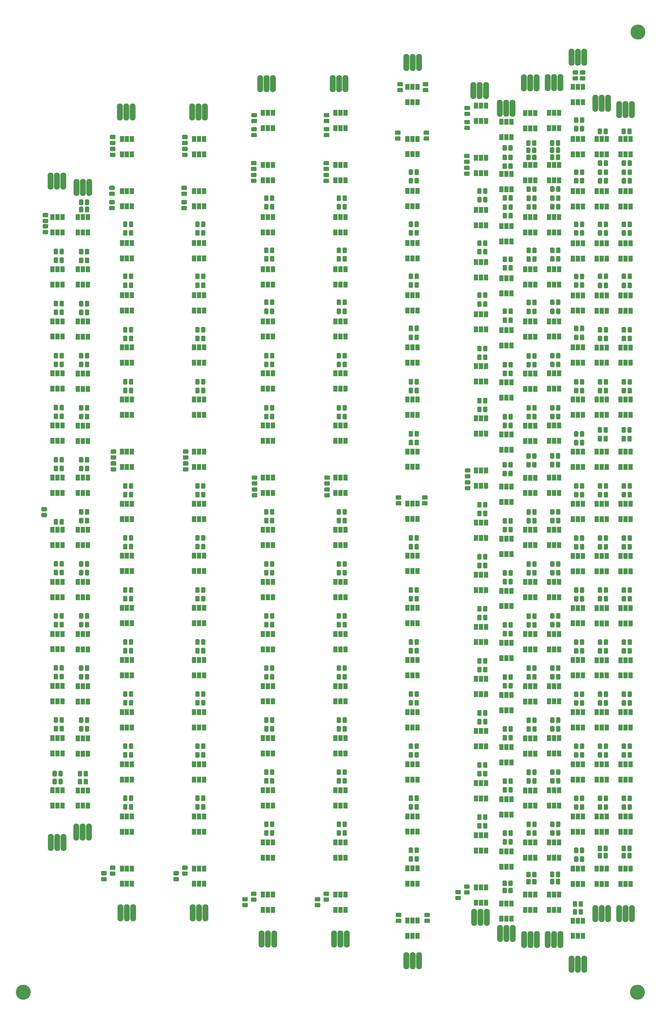
<source format=gbr>
G04 #@! TF.GenerationSoftware,KiCad,Pcbnew,(5.0.0-3-g5ebb6b6)*
G04 #@! TF.CreationDate,2019-02-23T00:38:07-08:00*
G04 #@! TF.ProjectId,PanelNoSeparation,50616E656C4E6F53657061726174696F,rev?*
G04 #@! TF.SameCoordinates,Original*
G04 #@! TF.FileFunction,Soldermask,Top*
G04 #@! TF.FilePolarity,Negative*
%FSLAX45Y45*%
G04 Gerber Fmt 4.5, Leading zero omitted, Abs format (unit mm)*
G04 Created by KiCad (PCBNEW (5.0.0-3-g5ebb6b6)) date Saturday, February 23, 2019 at 12:38:07 AM*
%MOMM*%
%LPD*%
G01*
G04 APERTURE LIST*
%ADD10C,4.800600*%
%ADD11C,0.050000*%
%ADD12C,1.375000*%
%ADD13R,1.400000X1.900000*%
%ADD14O,1.924000X5.480000*%
G04 APERTURE END LIST*
D10*
G04 #@! TO.C,REF\002A\002A*
X24939930Y-3016000D03*
G04 #@! TD*
G04 #@! TO.C,REF\002A\002A*
X24927230Y-33724600D03*
G04 #@! TD*
D11*
G04 #@! TO.C,R14*
G36*
X23189702Y-9353683D02*
X23193039Y-9354178D01*
X23196311Y-9354998D01*
X23199487Y-9356134D01*
X23202537Y-9357577D01*
X23205430Y-9359311D01*
X23208140Y-9361320D01*
X23210639Y-9363586D01*
X23212905Y-9366085D01*
X23214914Y-9368795D01*
X23216649Y-9371688D01*
X23218091Y-9374738D01*
X23219227Y-9377914D01*
X23220047Y-9381186D01*
X23220542Y-9384523D01*
X23220708Y-9387893D01*
X23220708Y-9499143D01*
X23220542Y-9502512D01*
X23220047Y-9505849D01*
X23219227Y-9509121D01*
X23218091Y-9512297D01*
X23216649Y-9515347D01*
X23214914Y-9518240D01*
X23212905Y-9520950D01*
X23210639Y-9523449D01*
X23208140Y-9525715D01*
X23205430Y-9527724D01*
X23202537Y-9529459D01*
X23199487Y-9530901D01*
X23196311Y-9532037D01*
X23193039Y-9532857D01*
X23189702Y-9533352D01*
X23186333Y-9533518D01*
X23117583Y-9533518D01*
X23114213Y-9533352D01*
X23110876Y-9532857D01*
X23107604Y-9532037D01*
X23104428Y-9530901D01*
X23101378Y-9529459D01*
X23098485Y-9527724D01*
X23095775Y-9525715D01*
X23093276Y-9523449D01*
X23091010Y-9520950D01*
X23089001Y-9518240D01*
X23087267Y-9515347D01*
X23085824Y-9512297D01*
X23084688Y-9509121D01*
X23083868Y-9505849D01*
X23083373Y-9502512D01*
X23083208Y-9499143D01*
X23083208Y-9387893D01*
X23083373Y-9384523D01*
X23083868Y-9381186D01*
X23084688Y-9377914D01*
X23085824Y-9374738D01*
X23087267Y-9371688D01*
X23089001Y-9368795D01*
X23091010Y-9366085D01*
X23093276Y-9363586D01*
X23095775Y-9361320D01*
X23098485Y-9359311D01*
X23101378Y-9357577D01*
X23104428Y-9356134D01*
X23107604Y-9354998D01*
X23110876Y-9354178D01*
X23114213Y-9353683D01*
X23117583Y-9353518D01*
X23186333Y-9353518D01*
X23189702Y-9353683D01*
X23189702Y-9353683D01*
G37*
D12*
X23151958Y-9443518D03*
D11*
G36*
X23002202Y-9353683D02*
X23005539Y-9354178D01*
X23008811Y-9354998D01*
X23011987Y-9356134D01*
X23015037Y-9357577D01*
X23017930Y-9359311D01*
X23020640Y-9361320D01*
X23023139Y-9363586D01*
X23025405Y-9366085D01*
X23027414Y-9368795D01*
X23029149Y-9371688D01*
X23030591Y-9374738D01*
X23031727Y-9377914D01*
X23032547Y-9381186D01*
X23033042Y-9384523D01*
X23033208Y-9387893D01*
X23033208Y-9499143D01*
X23033042Y-9502512D01*
X23032547Y-9505849D01*
X23031727Y-9509121D01*
X23030591Y-9512297D01*
X23029149Y-9515347D01*
X23027414Y-9518240D01*
X23025405Y-9520950D01*
X23023139Y-9523449D01*
X23020640Y-9525715D01*
X23017930Y-9527724D01*
X23015037Y-9529459D01*
X23011987Y-9530901D01*
X23008811Y-9532037D01*
X23005539Y-9532857D01*
X23002202Y-9533352D01*
X22998833Y-9533518D01*
X22930083Y-9533518D01*
X22926713Y-9533352D01*
X22923376Y-9532857D01*
X22920104Y-9532037D01*
X22916928Y-9530901D01*
X22913878Y-9529459D01*
X22910985Y-9527724D01*
X22908275Y-9525715D01*
X22905776Y-9523449D01*
X22903510Y-9520950D01*
X22901501Y-9518240D01*
X22899767Y-9515347D01*
X22898324Y-9512297D01*
X22897188Y-9509121D01*
X22896368Y-9505849D01*
X22895873Y-9502512D01*
X22895708Y-9499143D01*
X22895708Y-9387893D01*
X22895873Y-9384523D01*
X22896368Y-9381186D01*
X22897188Y-9377914D01*
X22898324Y-9374738D01*
X22899767Y-9371688D01*
X22901501Y-9368795D01*
X22903510Y-9366085D01*
X22905776Y-9363586D01*
X22908275Y-9361320D01*
X22910985Y-9359311D01*
X22913878Y-9357577D01*
X22916928Y-9356134D01*
X22920104Y-9354998D01*
X22923376Y-9354178D01*
X22926713Y-9353683D01*
X22930083Y-9353518D01*
X22998833Y-9353518D01*
X23002202Y-9353683D01*
X23002202Y-9353683D01*
G37*
D12*
X22964458Y-9443518D03*
G04 #@! TD*
D11*
G04 #@! TO.C,C16*
G36*
X23002202Y-5746284D02*
X23005539Y-5746779D01*
X23008811Y-5747599D01*
X23011987Y-5748735D01*
X23015037Y-5750177D01*
X23017930Y-5751912D01*
X23020640Y-5753921D01*
X23023139Y-5756187D01*
X23025405Y-5758686D01*
X23027414Y-5761396D01*
X23029149Y-5764289D01*
X23030591Y-5767339D01*
X23031727Y-5770515D01*
X23032547Y-5773787D01*
X23033042Y-5777124D01*
X23033208Y-5780493D01*
X23033208Y-5891743D01*
X23033042Y-5895113D01*
X23032547Y-5898450D01*
X23031727Y-5901722D01*
X23030591Y-5904898D01*
X23029149Y-5907948D01*
X23027414Y-5910841D01*
X23025405Y-5913551D01*
X23023139Y-5916050D01*
X23020640Y-5918316D01*
X23017930Y-5920325D01*
X23015037Y-5922059D01*
X23011987Y-5923502D01*
X23008811Y-5924638D01*
X23005539Y-5925458D01*
X23002202Y-5925953D01*
X22998833Y-5926118D01*
X22930083Y-5926118D01*
X22926713Y-5925953D01*
X22923376Y-5925458D01*
X22920104Y-5924638D01*
X22916928Y-5923502D01*
X22913878Y-5922059D01*
X22910985Y-5920325D01*
X22908275Y-5918316D01*
X22905776Y-5916050D01*
X22903510Y-5913551D01*
X22901501Y-5910841D01*
X22899767Y-5907948D01*
X22898324Y-5904898D01*
X22897188Y-5901722D01*
X22896368Y-5898450D01*
X22895873Y-5895113D01*
X22895708Y-5891743D01*
X22895708Y-5780493D01*
X22895873Y-5777124D01*
X22896368Y-5773787D01*
X22897188Y-5770515D01*
X22898324Y-5767339D01*
X22899767Y-5764289D01*
X22901501Y-5761396D01*
X22903510Y-5758686D01*
X22905776Y-5756187D01*
X22908275Y-5753921D01*
X22910985Y-5751912D01*
X22913878Y-5750177D01*
X22916928Y-5748735D01*
X22920104Y-5747599D01*
X22923376Y-5746779D01*
X22926713Y-5746284D01*
X22930083Y-5746118D01*
X22998833Y-5746118D01*
X23002202Y-5746284D01*
X23002202Y-5746284D01*
G37*
D12*
X22964458Y-5836118D03*
D11*
G36*
X23189702Y-5746284D02*
X23193039Y-5746779D01*
X23196311Y-5747599D01*
X23199487Y-5748735D01*
X23202537Y-5750177D01*
X23205430Y-5751912D01*
X23208140Y-5753921D01*
X23210639Y-5756187D01*
X23212905Y-5758686D01*
X23214914Y-5761396D01*
X23216649Y-5764289D01*
X23218091Y-5767339D01*
X23219227Y-5770515D01*
X23220047Y-5773787D01*
X23220542Y-5777124D01*
X23220708Y-5780493D01*
X23220708Y-5891743D01*
X23220542Y-5895113D01*
X23220047Y-5898450D01*
X23219227Y-5901722D01*
X23218091Y-5904898D01*
X23216649Y-5907948D01*
X23214914Y-5910841D01*
X23212905Y-5913551D01*
X23210639Y-5916050D01*
X23208140Y-5918316D01*
X23205430Y-5920325D01*
X23202537Y-5922059D01*
X23199487Y-5923502D01*
X23196311Y-5924638D01*
X23193039Y-5925458D01*
X23189702Y-5925953D01*
X23186333Y-5926118D01*
X23117583Y-5926118D01*
X23114213Y-5925953D01*
X23110876Y-5925458D01*
X23107604Y-5924638D01*
X23104428Y-5923502D01*
X23101378Y-5922059D01*
X23098485Y-5920325D01*
X23095775Y-5918316D01*
X23093276Y-5916050D01*
X23091010Y-5913551D01*
X23089001Y-5910841D01*
X23087267Y-5907948D01*
X23085824Y-5904898D01*
X23084688Y-5901722D01*
X23083868Y-5898450D01*
X23083373Y-5895113D01*
X23083208Y-5891743D01*
X23083208Y-5780493D01*
X23083373Y-5777124D01*
X23083868Y-5773787D01*
X23084688Y-5770515D01*
X23085824Y-5767339D01*
X23087267Y-5764289D01*
X23089001Y-5761396D01*
X23091010Y-5758686D01*
X23093276Y-5756187D01*
X23095775Y-5753921D01*
X23098485Y-5751912D01*
X23101378Y-5750177D01*
X23104428Y-5748735D01*
X23107604Y-5747599D01*
X23110876Y-5746779D01*
X23114213Y-5746284D01*
X23117583Y-5746118D01*
X23186333Y-5746118D01*
X23189702Y-5746284D01*
X23189702Y-5746284D01*
G37*
D12*
X23151958Y-5836118D03*
G04 #@! TD*
D13*
G04 #@! TO.C,D17*
X22857592Y-5263401D03*
X23017592Y-5263401D03*
X23177592Y-5263401D03*
X22857592Y-4773401D03*
X23017592Y-4773401D03*
X23177592Y-4773401D03*
G04 #@! TD*
G04 #@! TO.C,D16*
X23177592Y-6440068D03*
X23017592Y-6440068D03*
X22857592Y-6440068D03*
X23177592Y-6930068D03*
X23017592Y-6930068D03*
X22857592Y-6930068D03*
G04 #@! TD*
G04 #@! TO.C,D15*
X22857592Y-8596735D03*
X23017592Y-8596735D03*
X23177592Y-8596735D03*
X22857592Y-8106734D03*
X23017592Y-8106734D03*
X23177592Y-8106734D03*
G04 #@! TD*
G04 #@! TO.C,D14*
X23177592Y-9773401D03*
X23017592Y-9773401D03*
X22857592Y-9773401D03*
X23177592Y-10263401D03*
X23017592Y-10263401D03*
X22857592Y-10263401D03*
G04 #@! TD*
G04 #@! TO.C,D13*
X22857592Y-11930067D03*
X23017592Y-11930067D03*
X23177592Y-11930067D03*
X22857592Y-11440067D03*
X23017592Y-11440067D03*
X23177592Y-11440067D03*
G04 #@! TD*
D11*
G04 #@! TO.C,R13*
G36*
X23002202Y-11020350D02*
X23005539Y-11020845D01*
X23008811Y-11021664D01*
X23011987Y-11022801D01*
X23015037Y-11024243D01*
X23017930Y-11025977D01*
X23020640Y-11027987D01*
X23023139Y-11030252D01*
X23025405Y-11032752D01*
X23027414Y-11035462D01*
X23029149Y-11038355D01*
X23030591Y-11041405D01*
X23031727Y-11044581D01*
X23032547Y-11047853D01*
X23033042Y-11051190D01*
X23033208Y-11054559D01*
X23033208Y-11165809D01*
X23033042Y-11169179D01*
X23032547Y-11172515D01*
X23031727Y-11175788D01*
X23030591Y-11178964D01*
X23029149Y-11182014D01*
X23027414Y-11184907D01*
X23025405Y-11187616D01*
X23023139Y-11190116D01*
X23020640Y-11192381D01*
X23017930Y-11194391D01*
X23015037Y-11196125D01*
X23011987Y-11197568D01*
X23008811Y-11198704D01*
X23005539Y-11199524D01*
X23002202Y-11200019D01*
X22998833Y-11200184D01*
X22930083Y-11200184D01*
X22926713Y-11200019D01*
X22923376Y-11199524D01*
X22920104Y-11198704D01*
X22916928Y-11197568D01*
X22913878Y-11196125D01*
X22910985Y-11194391D01*
X22908275Y-11192381D01*
X22905776Y-11190116D01*
X22903510Y-11187616D01*
X22901501Y-11184907D01*
X22899767Y-11182014D01*
X22898324Y-11178964D01*
X22897188Y-11175788D01*
X22896368Y-11172515D01*
X22895873Y-11169179D01*
X22895708Y-11165809D01*
X22895708Y-11054559D01*
X22895873Y-11051190D01*
X22896368Y-11047853D01*
X22897188Y-11044581D01*
X22898324Y-11041405D01*
X22899767Y-11038355D01*
X22901501Y-11035462D01*
X22903510Y-11032752D01*
X22905776Y-11030252D01*
X22908275Y-11027987D01*
X22910985Y-11025977D01*
X22913878Y-11024243D01*
X22916928Y-11022801D01*
X22920104Y-11021664D01*
X22923376Y-11020845D01*
X22926713Y-11020350D01*
X22930083Y-11020184D01*
X22998833Y-11020184D01*
X23002202Y-11020350D01*
X23002202Y-11020350D01*
G37*
D12*
X22964458Y-11110184D03*
D11*
G36*
X23189702Y-11020350D02*
X23193039Y-11020845D01*
X23196311Y-11021664D01*
X23199487Y-11022801D01*
X23202537Y-11024243D01*
X23205430Y-11025977D01*
X23208140Y-11027987D01*
X23210639Y-11030252D01*
X23212905Y-11032752D01*
X23214914Y-11035462D01*
X23216649Y-11038355D01*
X23218091Y-11041405D01*
X23219227Y-11044581D01*
X23220047Y-11047853D01*
X23220542Y-11051190D01*
X23220708Y-11054559D01*
X23220708Y-11165809D01*
X23220542Y-11169179D01*
X23220047Y-11172515D01*
X23219227Y-11175788D01*
X23218091Y-11178964D01*
X23216649Y-11182014D01*
X23214914Y-11184907D01*
X23212905Y-11187616D01*
X23210639Y-11190116D01*
X23208140Y-11192381D01*
X23205430Y-11194391D01*
X23202537Y-11196125D01*
X23199487Y-11197568D01*
X23196311Y-11198704D01*
X23193039Y-11199524D01*
X23189702Y-11200019D01*
X23186333Y-11200184D01*
X23117583Y-11200184D01*
X23114213Y-11200019D01*
X23110876Y-11199524D01*
X23107604Y-11198704D01*
X23104428Y-11197568D01*
X23101378Y-11196125D01*
X23098485Y-11194391D01*
X23095775Y-11192381D01*
X23093276Y-11190116D01*
X23091010Y-11187616D01*
X23089001Y-11184907D01*
X23087267Y-11182014D01*
X23085824Y-11178964D01*
X23084688Y-11175788D01*
X23083868Y-11172515D01*
X23083373Y-11169179D01*
X23083208Y-11165809D01*
X23083208Y-11054559D01*
X23083373Y-11051190D01*
X23083868Y-11047853D01*
X23084688Y-11044581D01*
X23085824Y-11041405D01*
X23087267Y-11038355D01*
X23089001Y-11035462D01*
X23091010Y-11032752D01*
X23093276Y-11030252D01*
X23095775Y-11027987D01*
X23098485Y-11025977D01*
X23101378Y-11024243D01*
X23104428Y-11022801D01*
X23107604Y-11021664D01*
X23110876Y-11020845D01*
X23114213Y-11020350D01*
X23117583Y-11020184D01*
X23186333Y-11020184D01*
X23189702Y-11020350D01*
X23189702Y-11020350D01*
G37*
D12*
X23151958Y-11110184D03*
G04 #@! TD*
D11*
G04 #@! TO.C,C17*
G36*
X22999624Y-4430766D02*
X23002961Y-4431261D01*
X23006233Y-4432080D01*
X23009409Y-4433217D01*
X23012459Y-4434659D01*
X23015352Y-4436393D01*
X23018062Y-4438403D01*
X23020561Y-4440668D01*
X23022827Y-4443168D01*
X23024836Y-4445878D01*
X23026571Y-4448771D01*
X23028013Y-4451821D01*
X23029149Y-4454997D01*
X23029969Y-4458269D01*
X23030464Y-4461606D01*
X23030630Y-4464975D01*
X23030630Y-4533725D01*
X23030464Y-4537095D01*
X23029969Y-4540431D01*
X23029149Y-4543704D01*
X23028013Y-4546880D01*
X23026571Y-4549930D01*
X23024836Y-4552823D01*
X23022827Y-4555533D01*
X23020561Y-4558032D01*
X23018062Y-4560297D01*
X23015352Y-4562307D01*
X23012459Y-4564041D01*
X23009409Y-4565484D01*
X23006233Y-4566620D01*
X23002961Y-4567440D01*
X22999624Y-4567935D01*
X22996255Y-4568100D01*
X22885005Y-4568100D01*
X22881635Y-4567935D01*
X22878298Y-4567440D01*
X22875026Y-4566620D01*
X22871850Y-4565484D01*
X22868800Y-4564041D01*
X22865907Y-4562307D01*
X22863197Y-4560297D01*
X22860698Y-4558032D01*
X22858432Y-4555533D01*
X22856423Y-4552823D01*
X22854689Y-4549930D01*
X22853246Y-4546880D01*
X22852110Y-4543704D01*
X22851290Y-4540431D01*
X22850795Y-4537095D01*
X22850630Y-4533725D01*
X22850630Y-4464975D01*
X22850795Y-4461606D01*
X22851290Y-4458269D01*
X22852110Y-4454997D01*
X22853246Y-4451821D01*
X22854689Y-4448771D01*
X22856423Y-4445878D01*
X22858432Y-4443168D01*
X22860698Y-4440668D01*
X22863197Y-4438403D01*
X22865907Y-4436393D01*
X22868800Y-4434659D01*
X22871850Y-4433217D01*
X22875026Y-4432080D01*
X22878298Y-4431261D01*
X22881635Y-4430766D01*
X22885005Y-4430600D01*
X22996255Y-4430600D01*
X22999624Y-4430766D01*
X22999624Y-4430766D01*
G37*
D12*
X22940630Y-4499350D03*
D11*
G36*
X22999624Y-4243266D02*
X23002961Y-4243761D01*
X23006233Y-4244580D01*
X23009409Y-4245717D01*
X23012459Y-4247159D01*
X23015352Y-4248893D01*
X23018062Y-4250903D01*
X23020561Y-4253168D01*
X23022827Y-4255668D01*
X23024836Y-4258378D01*
X23026571Y-4261271D01*
X23028013Y-4264321D01*
X23029149Y-4267497D01*
X23029969Y-4270769D01*
X23030464Y-4274106D01*
X23030630Y-4277475D01*
X23030630Y-4346225D01*
X23030464Y-4349595D01*
X23029969Y-4352931D01*
X23029149Y-4356204D01*
X23028013Y-4359380D01*
X23026571Y-4362430D01*
X23024836Y-4365323D01*
X23022827Y-4368033D01*
X23020561Y-4370532D01*
X23018062Y-4372797D01*
X23015352Y-4374807D01*
X23012459Y-4376541D01*
X23009409Y-4377984D01*
X23006233Y-4379120D01*
X23002961Y-4379940D01*
X22999624Y-4380435D01*
X22996255Y-4380600D01*
X22885005Y-4380600D01*
X22881635Y-4380435D01*
X22878298Y-4379940D01*
X22875026Y-4379120D01*
X22871850Y-4377984D01*
X22868800Y-4376541D01*
X22865907Y-4374807D01*
X22863197Y-4372797D01*
X22860698Y-4370532D01*
X22858432Y-4368033D01*
X22856423Y-4365323D01*
X22854689Y-4362430D01*
X22853246Y-4359380D01*
X22852110Y-4356204D01*
X22851290Y-4352931D01*
X22850795Y-4349595D01*
X22850630Y-4346225D01*
X22850630Y-4277475D01*
X22850795Y-4274106D01*
X22851290Y-4270769D01*
X22852110Y-4267497D01*
X22853246Y-4264321D01*
X22854689Y-4261271D01*
X22856423Y-4258378D01*
X22858432Y-4255668D01*
X22860698Y-4253168D01*
X22863197Y-4250903D01*
X22865907Y-4248893D01*
X22868800Y-4247159D01*
X22871850Y-4245717D01*
X22875026Y-4244580D01*
X22878298Y-4243761D01*
X22881635Y-4243266D01*
X22885005Y-4243100D01*
X22996255Y-4243100D01*
X22999624Y-4243266D01*
X22999624Y-4243266D01*
G37*
D12*
X22940630Y-4311850D03*
G04 #@! TD*
D11*
G04 #@! TO.C,C13*
G36*
X23189702Y-10746284D02*
X23193039Y-10746779D01*
X23196311Y-10747598D01*
X23199487Y-10748735D01*
X23202537Y-10750177D01*
X23205430Y-10751911D01*
X23208140Y-10753921D01*
X23210639Y-10756186D01*
X23212905Y-10758686D01*
X23214914Y-10761396D01*
X23216649Y-10764289D01*
X23218091Y-10767339D01*
X23219227Y-10770515D01*
X23220047Y-10773787D01*
X23220542Y-10777124D01*
X23220708Y-10780493D01*
X23220708Y-10891743D01*
X23220542Y-10895113D01*
X23220047Y-10898449D01*
X23219227Y-10901722D01*
X23218091Y-10904898D01*
X23216649Y-10907948D01*
X23214914Y-10910841D01*
X23212905Y-10913551D01*
X23210639Y-10916050D01*
X23208140Y-10918315D01*
X23205430Y-10920325D01*
X23202537Y-10922059D01*
X23199487Y-10923502D01*
X23196311Y-10924638D01*
X23193039Y-10925458D01*
X23189702Y-10925953D01*
X23186333Y-10926118D01*
X23117583Y-10926118D01*
X23114213Y-10925953D01*
X23110876Y-10925458D01*
X23107604Y-10924638D01*
X23104428Y-10923502D01*
X23101378Y-10922059D01*
X23098485Y-10920325D01*
X23095775Y-10918315D01*
X23093276Y-10916050D01*
X23091010Y-10913551D01*
X23089001Y-10910841D01*
X23087267Y-10907948D01*
X23085824Y-10904898D01*
X23084688Y-10901722D01*
X23083868Y-10898449D01*
X23083373Y-10895113D01*
X23083208Y-10891743D01*
X23083208Y-10780493D01*
X23083373Y-10777124D01*
X23083868Y-10773787D01*
X23084688Y-10770515D01*
X23085824Y-10767339D01*
X23087267Y-10764289D01*
X23089001Y-10761396D01*
X23091010Y-10758686D01*
X23093276Y-10756186D01*
X23095775Y-10753921D01*
X23098485Y-10751911D01*
X23101378Y-10750177D01*
X23104428Y-10748735D01*
X23107604Y-10747598D01*
X23110876Y-10746779D01*
X23114213Y-10746284D01*
X23117583Y-10746118D01*
X23186333Y-10746118D01*
X23189702Y-10746284D01*
X23189702Y-10746284D01*
G37*
D12*
X23151958Y-10836118D03*
D11*
G36*
X23002202Y-10746284D02*
X23005539Y-10746779D01*
X23008811Y-10747598D01*
X23011987Y-10748735D01*
X23015037Y-10750177D01*
X23017930Y-10751911D01*
X23020640Y-10753921D01*
X23023139Y-10756186D01*
X23025405Y-10758686D01*
X23027414Y-10761396D01*
X23029149Y-10764289D01*
X23030591Y-10767339D01*
X23031727Y-10770515D01*
X23032547Y-10773787D01*
X23033042Y-10777124D01*
X23033208Y-10780493D01*
X23033208Y-10891743D01*
X23033042Y-10895113D01*
X23032547Y-10898449D01*
X23031727Y-10901722D01*
X23030591Y-10904898D01*
X23029149Y-10907948D01*
X23027414Y-10910841D01*
X23025405Y-10913551D01*
X23023139Y-10916050D01*
X23020640Y-10918315D01*
X23017930Y-10920325D01*
X23015037Y-10922059D01*
X23011987Y-10923502D01*
X23008811Y-10924638D01*
X23005539Y-10925458D01*
X23002202Y-10925953D01*
X22998833Y-10926118D01*
X22930083Y-10926118D01*
X22926713Y-10925953D01*
X22923376Y-10925458D01*
X22920104Y-10924638D01*
X22916928Y-10923502D01*
X22913878Y-10922059D01*
X22910985Y-10920325D01*
X22908275Y-10918315D01*
X22905776Y-10916050D01*
X22903510Y-10913551D01*
X22901501Y-10910841D01*
X22899767Y-10907948D01*
X22898324Y-10904898D01*
X22897188Y-10901722D01*
X22896368Y-10898449D01*
X22895873Y-10895113D01*
X22895708Y-10891743D01*
X22895708Y-10780493D01*
X22895873Y-10777124D01*
X22896368Y-10773787D01*
X22897188Y-10770515D01*
X22898324Y-10767339D01*
X22899767Y-10764289D01*
X22901501Y-10761396D01*
X22903510Y-10758686D01*
X22905776Y-10756186D01*
X22908275Y-10753921D01*
X22910985Y-10751911D01*
X22913878Y-10750177D01*
X22916928Y-10748735D01*
X22920104Y-10747598D01*
X22923376Y-10746779D01*
X22926713Y-10746284D01*
X22930083Y-10746118D01*
X22998833Y-10746118D01*
X23002202Y-10746284D01*
X23002202Y-10746284D01*
G37*
D12*
X22964458Y-10836118D03*
G04 #@! TD*
D11*
G04 #@! TO.C,C14*
G36*
X23002202Y-9079617D02*
X23005539Y-9080112D01*
X23008811Y-9080932D01*
X23011987Y-9082068D01*
X23015037Y-9083511D01*
X23017930Y-9085245D01*
X23020640Y-9087254D01*
X23023139Y-9089520D01*
X23025405Y-9092019D01*
X23027414Y-9094729D01*
X23029149Y-9097622D01*
X23030591Y-9100672D01*
X23031727Y-9103848D01*
X23032547Y-9107120D01*
X23033042Y-9110457D01*
X23033208Y-9113827D01*
X23033208Y-9225077D01*
X23033042Y-9228446D01*
X23032547Y-9231783D01*
X23031727Y-9235055D01*
X23030591Y-9238231D01*
X23029149Y-9241281D01*
X23027414Y-9244174D01*
X23025405Y-9246884D01*
X23023139Y-9249383D01*
X23020640Y-9251649D01*
X23017930Y-9253658D01*
X23015037Y-9255393D01*
X23011987Y-9256835D01*
X23008811Y-9257971D01*
X23005539Y-9258791D01*
X23002202Y-9259286D01*
X22998833Y-9259452D01*
X22930083Y-9259452D01*
X22926713Y-9259286D01*
X22923376Y-9258791D01*
X22920104Y-9257971D01*
X22916928Y-9256835D01*
X22913878Y-9255393D01*
X22910985Y-9253658D01*
X22908275Y-9251649D01*
X22905776Y-9249383D01*
X22903510Y-9246884D01*
X22901501Y-9244174D01*
X22899767Y-9241281D01*
X22898324Y-9238231D01*
X22897188Y-9235055D01*
X22896368Y-9231783D01*
X22895873Y-9228446D01*
X22895708Y-9225077D01*
X22895708Y-9113827D01*
X22895873Y-9110457D01*
X22896368Y-9107120D01*
X22897188Y-9103848D01*
X22898324Y-9100672D01*
X22899767Y-9097622D01*
X22901501Y-9094729D01*
X22903510Y-9092019D01*
X22905776Y-9089520D01*
X22908275Y-9087254D01*
X22910985Y-9085245D01*
X22913878Y-9083511D01*
X22916928Y-9082068D01*
X22920104Y-9080932D01*
X22923376Y-9080112D01*
X22926713Y-9079617D01*
X22930083Y-9079452D01*
X22998833Y-9079452D01*
X23002202Y-9079617D01*
X23002202Y-9079617D01*
G37*
D12*
X22964458Y-9169452D03*
D11*
G36*
X23189702Y-9079617D02*
X23193039Y-9080112D01*
X23196311Y-9080932D01*
X23199487Y-9082068D01*
X23202537Y-9083511D01*
X23205430Y-9085245D01*
X23208140Y-9087254D01*
X23210639Y-9089520D01*
X23212905Y-9092019D01*
X23214914Y-9094729D01*
X23216649Y-9097622D01*
X23218091Y-9100672D01*
X23219227Y-9103848D01*
X23220047Y-9107120D01*
X23220542Y-9110457D01*
X23220708Y-9113827D01*
X23220708Y-9225077D01*
X23220542Y-9228446D01*
X23220047Y-9231783D01*
X23219227Y-9235055D01*
X23218091Y-9238231D01*
X23216649Y-9241281D01*
X23214914Y-9244174D01*
X23212905Y-9246884D01*
X23210639Y-9249383D01*
X23208140Y-9251649D01*
X23205430Y-9253658D01*
X23202537Y-9255393D01*
X23199487Y-9256835D01*
X23196311Y-9257971D01*
X23193039Y-9258791D01*
X23189702Y-9259286D01*
X23186333Y-9259452D01*
X23117583Y-9259452D01*
X23114213Y-9259286D01*
X23110876Y-9258791D01*
X23107604Y-9257971D01*
X23104428Y-9256835D01*
X23101378Y-9255393D01*
X23098485Y-9253658D01*
X23095775Y-9251649D01*
X23093276Y-9249383D01*
X23091010Y-9246884D01*
X23089001Y-9244174D01*
X23087267Y-9241281D01*
X23085824Y-9238231D01*
X23084688Y-9235055D01*
X23083868Y-9231783D01*
X23083373Y-9228446D01*
X23083208Y-9225077D01*
X23083208Y-9113827D01*
X23083373Y-9110457D01*
X23083868Y-9107120D01*
X23084688Y-9103848D01*
X23085824Y-9100672D01*
X23087267Y-9097622D01*
X23089001Y-9094729D01*
X23091010Y-9092019D01*
X23093276Y-9089520D01*
X23095775Y-9087254D01*
X23098485Y-9085245D01*
X23101378Y-9083511D01*
X23104428Y-9082068D01*
X23107604Y-9080932D01*
X23110876Y-9080112D01*
X23114213Y-9079617D01*
X23117583Y-9079452D01*
X23186333Y-9079452D01*
X23189702Y-9079617D01*
X23189702Y-9079617D01*
G37*
D12*
X23151958Y-9169452D03*
G04 #@! TD*
D11*
G04 #@! TO.C,C15*
G36*
X23189702Y-7412950D02*
X23193039Y-7413445D01*
X23196311Y-7414265D01*
X23199487Y-7415402D01*
X23202537Y-7416844D01*
X23205430Y-7418578D01*
X23208140Y-7420588D01*
X23210639Y-7422853D01*
X23212905Y-7425353D01*
X23214914Y-7428062D01*
X23216649Y-7430956D01*
X23218091Y-7434005D01*
X23219227Y-7437181D01*
X23220047Y-7440454D01*
X23220542Y-7443791D01*
X23220708Y-7447160D01*
X23220708Y-7558410D01*
X23220542Y-7561779D01*
X23220047Y-7565116D01*
X23219227Y-7568388D01*
X23218091Y-7571565D01*
X23216649Y-7574614D01*
X23214914Y-7577508D01*
X23212905Y-7580217D01*
X23210639Y-7582717D01*
X23208140Y-7584982D01*
X23205430Y-7586992D01*
X23202537Y-7588726D01*
X23199487Y-7590168D01*
X23196311Y-7591305D01*
X23193039Y-7592124D01*
X23189702Y-7592619D01*
X23186333Y-7592785D01*
X23117583Y-7592785D01*
X23114213Y-7592619D01*
X23110876Y-7592124D01*
X23107604Y-7591305D01*
X23104428Y-7590168D01*
X23101378Y-7588726D01*
X23098485Y-7586992D01*
X23095775Y-7584982D01*
X23093276Y-7582717D01*
X23091010Y-7580217D01*
X23089001Y-7577508D01*
X23087267Y-7574614D01*
X23085824Y-7571565D01*
X23084688Y-7568388D01*
X23083868Y-7565116D01*
X23083373Y-7561779D01*
X23083208Y-7558410D01*
X23083208Y-7447160D01*
X23083373Y-7443791D01*
X23083868Y-7440454D01*
X23084688Y-7437181D01*
X23085824Y-7434005D01*
X23087267Y-7430956D01*
X23089001Y-7428062D01*
X23091010Y-7425353D01*
X23093276Y-7422853D01*
X23095775Y-7420588D01*
X23098485Y-7418578D01*
X23101378Y-7416844D01*
X23104428Y-7415402D01*
X23107604Y-7414265D01*
X23110876Y-7413445D01*
X23114213Y-7412950D01*
X23117583Y-7412785D01*
X23186333Y-7412785D01*
X23189702Y-7412950D01*
X23189702Y-7412950D01*
G37*
D12*
X23151958Y-7502785D03*
D11*
G36*
X23002202Y-7412950D02*
X23005539Y-7413445D01*
X23008811Y-7414265D01*
X23011987Y-7415402D01*
X23015037Y-7416844D01*
X23017930Y-7418578D01*
X23020640Y-7420588D01*
X23023139Y-7422853D01*
X23025405Y-7425353D01*
X23027414Y-7428062D01*
X23029149Y-7430956D01*
X23030591Y-7434005D01*
X23031727Y-7437181D01*
X23032547Y-7440454D01*
X23033042Y-7443791D01*
X23033208Y-7447160D01*
X23033208Y-7558410D01*
X23033042Y-7561779D01*
X23032547Y-7565116D01*
X23031727Y-7568388D01*
X23030591Y-7571565D01*
X23029149Y-7574614D01*
X23027414Y-7577508D01*
X23025405Y-7580217D01*
X23023139Y-7582717D01*
X23020640Y-7584982D01*
X23017930Y-7586992D01*
X23015037Y-7588726D01*
X23011987Y-7590168D01*
X23008811Y-7591305D01*
X23005539Y-7592124D01*
X23002202Y-7592619D01*
X22998833Y-7592785D01*
X22930083Y-7592785D01*
X22926713Y-7592619D01*
X22923376Y-7592124D01*
X22920104Y-7591305D01*
X22916928Y-7590168D01*
X22913878Y-7588726D01*
X22910985Y-7586992D01*
X22908275Y-7584982D01*
X22905776Y-7582717D01*
X22903510Y-7580217D01*
X22901501Y-7577508D01*
X22899767Y-7574614D01*
X22898324Y-7571565D01*
X22897188Y-7568388D01*
X22896368Y-7565116D01*
X22895873Y-7561779D01*
X22895708Y-7558410D01*
X22895708Y-7447160D01*
X22895873Y-7443791D01*
X22896368Y-7440454D01*
X22897188Y-7437181D01*
X22898324Y-7434005D01*
X22899767Y-7430956D01*
X22901501Y-7428062D01*
X22903510Y-7425353D01*
X22905776Y-7422853D01*
X22908275Y-7420588D01*
X22910985Y-7418578D01*
X22913878Y-7416844D01*
X22916928Y-7415402D01*
X22920104Y-7414265D01*
X22923376Y-7413445D01*
X22926713Y-7412950D01*
X22930083Y-7412785D01*
X22998833Y-7412785D01*
X23002202Y-7412950D01*
X23002202Y-7412950D01*
G37*
D12*
X22964458Y-7502785D03*
G04 #@! TD*
D11*
G04 #@! TO.C,R15*
G36*
X23002202Y-7687016D02*
X23005539Y-7687511D01*
X23008811Y-7688331D01*
X23011987Y-7689468D01*
X23015037Y-7690910D01*
X23017930Y-7692644D01*
X23020640Y-7694654D01*
X23023139Y-7696919D01*
X23025405Y-7699419D01*
X23027414Y-7702128D01*
X23029149Y-7705022D01*
X23030591Y-7708071D01*
X23031727Y-7711247D01*
X23032547Y-7714520D01*
X23033042Y-7717857D01*
X23033208Y-7721226D01*
X23033208Y-7832476D01*
X23033042Y-7835845D01*
X23032547Y-7839182D01*
X23031727Y-7842454D01*
X23030591Y-7845631D01*
X23029149Y-7848680D01*
X23027414Y-7851574D01*
X23025405Y-7854283D01*
X23023139Y-7856783D01*
X23020640Y-7859048D01*
X23017930Y-7861058D01*
X23015037Y-7862792D01*
X23011987Y-7864234D01*
X23008811Y-7865371D01*
X23005539Y-7866190D01*
X23002202Y-7866685D01*
X22998833Y-7866851D01*
X22930083Y-7866851D01*
X22926713Y-7866685D01*
X22923376Y-7866190D01*
X22920104Y-7865371D01*
X22916928Y-7864234D01*
X22913878Y-7862792D01*
X22910985Y-7861058D01*
X22908275Y-7859048D01*
X22905776Y-7856783D01*
X22903510Y-7854283D01*
X22901501Y-7851574D01*
X22899767Y-7848680D01*
X22898324Y-7845631D01*
X22897188Y-7842454D01*
X22896368Y-7839182D01*
X22895873Y-7835845D01*
X22895708Y-7832476D01*
X22895708Y-7721226D01*
X22895873Y-7717857D01*
X22896368Y-7714520D01*
X22897188Y-7711247D01*
X22898324Y-7708071D01*
X22899767Y-7705022D01*
X22901501Y-7702128D01*
X22903510Y-7699419D01*
X22905776Y-7696919D01*
X22908275Y-7694654D01*
X22910985Y-7692644D01*
X22913878Y-7690910D01*
X22916928Y-7689468D01*
X22920104Y-7688331D01*
X22923376Y-7687511D01*
X22926713Y-7687016D01*
X22930083Y-7686851D01*
X22998833Y-7686851D01*
X23002202Y-7687016D01*
X23002202Y-7687016D01*
G37*
D12*
X22964458Y-7776851D03*
D11*
G36*
X23189702Y-7687016D02*
X23193039Y-7687511D01*
X23196311Y-7688331D01*
X23199487Y-7689468D01*
X23202537Y-7690910D01*
X23205430Y-7692644D01*
X23208140Y-7694654D01*
X23210639Y-7696919D01*
X23212905Y-7699419D01*
X23214914Y-7702128D01*
X23216649Y-7705022D01*
X23218091Y-7708071D01*
X23219227Y-7711247D01*
X23220047Y-7714520D01*
X23220542Y-7717857D01*
X23220708Y-7721226D01*
X23220708Y-7832476D01*
X23220542Y-7835845D01*
X23220047Y-7839182D01*
X23219227Y-7842454D01*
X23218091Y-7845631D01*
X23216649Y-7848680D01*
X23214914Y-7851574D01*
X23212905Y-7854283D01*
X23210639Y-7856783D01*
X23208140Y-7859048D01*
X23205430Y-7861058D01*
X23202537Y-7862792D01*
X23199487Y-7864234D01*
X23196311Y-7865371D01*
X23193039Y-7866190D01*
X23189702Y-7866685D01*
X23186333Y-7866851D01*
X23117583Y-7866851D01*
X23114213Y-7866685D01*
X23110876Y-7866190D01*
X23107604Y-7865371D01*
X23104428Y-7864234D01*
X23101378Y-7862792D01*
X23098485Y-7861058D01*
X23095775Y-7859048D01*
X23093276Y-7856783D01*
X23091010Y-7854283D01*
X23089001Y-7851574D01*
X23087267Y-7848680D01*
X23085824Y-7845631D01*
X23084688Y-7842454D01*
X23083868Y-7839182D01*
X23083373Y-7835845D01*
X23083208Y-7832476D01*
X23083208Y-7721226D01*
X23083373Y-7717857D01*
X23083868Y-7714520D01*
X23084688Y-7711247D01*
X23085824Y-7708071D01*
X23087267Y-7705022D01*
X23089001Y-7702128D01*
X23091010Y-7699419D01*
X23093276Y-7696919D01*
X23095775Y-7694654D01*
X23098485Y-7692644D01*
X23101378Y-7690910D01*
X23104428Y-7689468D01*
X23107604Y-7688331D01*
X23110876Y-7687511D01*
X23114213Y-7687016D01*
X23117583Y-7686851D01*
X23186333Y-7686851D01*
X23189702Y-7687016D01*
X23189702Y-7687016D01*
G37*
D12*
X23151958Y-7776851D03*
G04 #@! TD*
D11*
G04 #@! TO.C,R16*
G36*
X23189702Y-6020350D02*
X23193039Y-6020845D01*
X23196311Y-6021665D01*
X23199487Y-6022801D01*
X23202537Y-6024243D01*
X23205430Y-6025978D01*
X23208140Y-6027987D01*
X23210639Y-6030253D01*
X23212905Y-6032752D01*
X23214914Y-6035462D01*
X23216649Y-6038355D01*
X23218091Y-6041405D01*
X23219227Y-6044581D01*
X23220047Y-6047853D01*
X23220542Y-6051190D01*
X23220708Y-6054559D01*
X23220708Y-6165809D01*
X23220542Y-6169179D01*
X23220047Y-6172516D01*
X23219227Y-6175788D01*
X23218091Y-6178964D01*
X23216649Y-6182014D01*
X23214914Y-6184907D01*
X23212905Y-6187617D01*
X23210639Y-6190116D01*
X23208140Y-6192382D01*
X23205430Y-6194391D01*
X23202537Y-6196125D01*
X23199487Y-6197568D01*
X23196311Y-6198704D01*
X23193039Y-6199524D01*
X23189702Y-6200019D01*
X23186333Y-6200184D01*
X23117583Y-6200184D01*
X23114213Y-6200019D01*
X23110876Y-6199524D01*
X23107604Y-6198704D01*
X23104428Y-6197568D01*
X23101378Y-6196125D01*
X23098485Y-6194391D01*
X23095775Y-6192382D01*
X23093276Y-6190116D01*
X23091010Y-6187617D01*
X23089001Y-6184907D01*
X23087267Y-6182014D01*
X23085824Y-6178964D01*
X23084688Y-6175788D01*
X23083868Y-6172516D01*
X23083373Y-6169179D01*
X23083208Y-6165809D01*
X23083208Y-6054559D01*
X23083373Y-6051190D01*
X23083868Y-6047853D01*
X23084688Y-6044581D01*
X23085824Y-6041405D01*
X23087267Y-6038355D01*
X23089001Y-6035462D01*
X23091010Y-6032752D01*
X23093276Y-6030253D01*
X23095775Y-6027987D01*
X23098485Y-6025978D01*
X23101378Y-6024243D01*
X23104428Y-6022801D01*
X23107604Y-6021665D01*
X23110876Y-6020845D01*
X23114213Y-6020350D01*
X23117583Y-6020184D01*
X23186333Y-6020184D01*
X23189702Y-6020350D01*
X23189702Y-6020350D01*
G37*
D12*
X23151958Y-6110184D03*
D11*
G36*
X23002202Y-6020350D02*
X23005539Y-6020845D01*
X23008811Y-6021665D01*
X23011987Y-6022801D01*
X23015037Y-6024243D01*
X23017930Y-6025978D01*
X23020640Y-6027987D01*
X23023139Y-6030253D01*
X23025405Y-6032752D01*
X23027414Y-6035462D01*
X23029149Y-6038355D01*
X23030591Y-6041405D01*
X23031727Y-6044581D01*
X23032547Y-6047853D01*
X23033042Y-6051190D01*
X23033208Y-6054559D01*
X23033208Y-6165809D01*
X23033042Y-6169179D01*
X23032547Y-6172516D01*
X23031727Y-6175788D01*
X23030591Y-6178964D01*
X23029149Y-6182014D01*
X23027414Y-6184907D01*
X23025405Y-6187617D01*
X23023139Y-6190116D01*
X23020640Y-6192382D01*
X23017930Y-6194391D01*
X23015037Y-6196125D01*
X23011987Y-6197568D01*
X23008811Y-6198704D01*
X23005539Y-6199524D01*
X23002202Y-6200019D01*
X22998833Y-6200184D01*
X22930083Y-6200184D01*
X22926713Y-6200019D01*
X22923376Y-6199524D01*
X22920104Y-6198704D01*
X22916928Y-6197568D01*
X22913878Y-6196125D01*
X22910985Y-6194391D01*
X22908275Y-6192382D01*
X22905776Y-6190116D01*
X22903510Y-6187617D01*
X22901501Y-6184907D01*
X22899767Y-6182014D01*
X22898324Y-6178964D01*
X22897188Y-6175788D01*
X22896368Y-6172516D01*
X22895873Y-6169179D01*
X22895708Y-6165809D01*
X22895708Y-6054559D01*
X22895873Y-6051190D01*
X22896368Y-6047853D01*
X22897188Y-6044581D01*
X22898324Y-6041405D01*
X22899767Y-6038355D01*
X22901501Y-6035462D01*
X22903510Y-6032752D01*
X22905776Y-6030253D01*
X22908275Y-6027987D01*
X22910985Y-6025978D01*
X22913878Y-6024243D01*
X22916928Y-6022801D01*
X22920104Y-6021665D01*
X22923376Y-6020845D01*
X22926713Y-6020350D01*
X22930083Y-6020184D01*
X22998833Y-6020184D01*
X23002202Y-6020350D01*
X23002202Y-6020350D01*
G37*
D12*
X22964458Y-6110184D03*
G04 #@! TD*
D11*
G04 #@! TO.C,R17*
G36*
X23228224Y-4243266D02*
X23231561Y-4243761D01*
X23234833Y-4244580D01*
X23238009Y-4245717D01*
X23241059Y-4247159D01*
X23243952Y-4248893D01*
X23246662Y-4250903D01*
X23249161Y-4253168D01*
X23251427Y-4255668D01*
X23253436Y-4258378D01*
X23255171Y-4261271D01*
X23256613Y-4264321D01*
X23257749Y-4267497D01*
X23258569Y-4270769D01*
X23259064Y-4274106D01*
X23259230Y-4277475D01*
X23259230Y-4346225D01*
X23259064Y-4349595D01*
X23258569Y-4352931D01*
X23257749Y-4356204D01*
X23256613Y-4359380D01*
X23255171Y-4362430D01*
X23253436Y-4365323D01*
X23251427Y-4368033D01*
X23249161Y-4370532D01*
X23246662Y-4372797D01*
X23243952Y-4374807D01*
X23241059Y-4376541D01*
X23238009Y-4377984D01*
X23234833Y-4379120D01*
X23231561Y-4379940D01*
X23228224Y-4380435D01*
X23224855Y-4380600D01*
X23113605Y-4380600D01*
X23110235Y-4380435D01*
X23106898Y-4379940D01*
X23103626Y-4379120D01*
X23100450Y-4377984D01*
X23097400Y-4376541D01*
X23094507Y-4374807D01*
X23091797Y-4372797D01*
X23089298Y-4370532D01*
X23087032Y-4368033D01*
X23085023Y-4365323D01*
X23083289Y-4362430D01*
X23081846Y-4359380D01*
X23080710Y-4356204D01*
X23079890Y-4352931D01*
X23079395Y-4349595D01*
X23079230Y-4346225D01*
X23079230Y-4277475D01*
X23079395Y-4274106D01*
X23079890Y-4270769D01*
X23080710Y-4267497D01*
X23081846Y-4264321D01*
X23083289Y-4261271D01*
X23085023Y-4258378D01*
X23087032Y-4255668D01*
X23089298Y-4253168D01*
X23091797Y-4250903D01*
X23094507Y-4248893D01*
X23097400Y-4247159D01*
X23100450Y-4245717D01*
X23103626Y-4244580D01*
X23106898Y-4243761D01*
X23110235Y-4243266D01*
X23113605Y-4243100D01*
X23224855Y-4243100D01*
X23228224Y-4243266D01*
X23228224Y-4243266D01*
G37*
D12*
X23169230Y-4311850D03*
D11*
G36*
X23228224Y-4430766D02*
X23231561Y-4431261D01*
X23234833Y-4432080D01*
X23238009Y-4433217D01*
X23241059Y-4434659D01*
X23243952Y-4436393D01*
X23246662Y-4438403D01*
X23249161Y-4440668D01*
X23251427Y-4443168D01*
X23253436Y-4445878D01*
X23255171Y-4448771D01*
X23256613Y-4451821D01*
X23257749Y-4454997D01*
X23258569Y-4458269D01*
X23259064Y-4461606D01*
X23259230Y-4464975D01*
X23259230Y-4533725D01*
X23259064Y-4537095D01*
X23258569Y-4540431D01*
X23257749Y-4543704D01*
X23256613Y-4546880D01*
X23255171Y-4549930D01*
X23253436Y-4552823D01*
X23251427Y-4555533D01*
X23249161Y-4558032D01*
X23246662Y-4560297D01*
X23243952Y-4562307D01*
X23241059Y-4564041D01*
X23238009Y-4565484D01*
X23234833Y-4566620D01*
X23231561Y-4567440D01*
X23228224Y-4567935D01*
X23224855Y-4568100D01*
X23113605Y-4568100D01*
X23110235Y-4567935D01*
X23106898Y-4567440D01*
X23103626Y-4566620D01*
X23100450Y-4565484D01*
X23097400Y-4564041D01*
X23094507Y-4562307D01*
X23091797Y-4560297D01*
X23089298Y-4558032D01*
X23087032Y-4555533D01*
X23085023Y-4552823D01*
X23083289Y-4549930D01*
X23081846Y-4546880D01*
X23080710Y-4543704D01*
X23079890Y-4540431D01*
X23079395Y-4537095D01*
X23079230Y-4533725D01*
X23079230Y-4464975D01*
X23079395Y-4461606D01*
X23079890Y-4458269D01*
X23080710Y-4454997D01*
X23081846Y-4451821D01*
X23083289Y-4448771D01*
X23085023Y-4445878D01*
X23087032Y-4443168D01*
X23089298Y-4440668D01*
X23091797Y-4438403D01*
X23094507Y-4436393D01*
X23097400Y-4434659D01*
X23100450Y-4433217D01*
X23103626Y-4432080D01*
X23106898Y-4431261D01*
X23110235Y-4430766D01*
X23113605Y-4430600D01*
X23224855Y-4430600D01*
X23228224Y-4430766D01*
X23228224Y-4430766D01*
G37*
D12*
X23169230Y-4499350D03*
G04 #@! TD*
D14*
G04 #@! TO.C,J1*
X23220030Y-32828200D03*
X23016830Y-32828200D03*
X22813630Y-32828200D03*
G04 #@! TD*
D11*
G04 #@! TO.C,C8*
G36*
X23002202Y-19112421D02*
X23005539Y-19112916D01*
X23008811Y-19113735D01*
X23011987Y-19114872D01*
X23015037Y-19116314D01*
X23017930Y-19118048D01*
X23020640Y-19120058D01*
X23023139Y-19122323D01*
X23025405Y-19124823D01*
X23027414Y-19127532D01*
X23029149Y-19130426D01*
X23030591Y-19133475D01*
X23031727Y-19136652D01*
X23032547Y-19139924D01*
X23033042Y-19143261D01*
X23033208Y-19146630D01*
X23033208Y-19257880D01*
X23033042Y-19261249D01*
X23032547Y-19264586D01*
X23031727Y-19267859D01*
X23030591Y-19271035D01*
X23029149Y-19274084D01*
X23027414Y-19276978D01*
X23025405Y-19279687D01*
X23023139Y-19282187D01*
X23020640Y-19284452D01*
X23017930Y-19286462D01*
X23015037Y-19288196D01*
X23011987Y-19289638D01*
X23008811Y-19290775D01*
X23005539Y-19291595D01*
X23002202Y-19292090D01*
X22998833Y-19292255D01*
X22930083Y-19292255D01*
X22926713Y-19292090D01*
X22923376Y-19291595D01*
X22920104Y-19290775D01*
X22916928Y-19289638D01*
X22913878Y-19288196D01*
X22910985Y-19286462D01*
X22908275Y-19284452D01*
X22905776Y-19282187D01*
X22903510Y-19279687D01*
X22901501Y-19276978D01*
X22899767Y-19274084D01*
X22898324Y-19271035D01*
X22897188Y-19267859D01*
X22896368Y-19264586D01*
X22895873Y-19261249D01*
X22895708Y-19257880D01*
X22895708Y-19146630D01*
X22895873Y-19143261D01*
X22896368Y-19139924D01*
X22897188Y-19136652D01*
X22898324Y-19133475D01*
X22899767Y-19130426D01*
X22901501Y-19127532D01*
X22903510Y-19124823D01*
X22905776Y-19122323D01*
X22908275Y-19120058D01*
X22910985Y-19118048D01*
X22913878Y-19116314D01*
X22916928Y-19114872D01*
X22920104Y-19113735D01*
X22923376Y-19112916D01*
X22926713Y-19112421D01*
X22930083Y-19112255D01*
X22998833Y-19112255D01*
X23002202Y-19112421D01*
X23002202Y-19112421D01*
G37*
D12*
X22964458Y-19202255D03*
D11*
G36*
X23189702Y-19112421D02*
X23193039Y-19112916D01*
X23196311Y-19113735D01*
X23199487Y-19114872D01*
X23202537Y-19116314D01*
X23205430Y-19118048D01*
X23208140Y-19120058D01*
X23210639Y-19122323D01*
X23212905Y-19124823D01*
X23214914Y-19127532D01*
X23216649Y-19130426D01*
X23218091Y-19133475D01*
X23219227Y-19136652D01*
X23220047Y-19139924D01*
X23220542Y-19143261D01*
X23220708Y-19146630D01*
X23220708Y-19257880D01*
X23220542Y-19261249D01*
X23220047Y-19264586D01*
X23219227Y-19267859D01*
X23218091Y-19271035D01*
X23216649Y-19274084D01*
X23214914Y-19276978D01*
X23212905Y-19279687D01*
X23210639Y-19282187D01*
X23208140Y-19284452D01*
X23205430Y-19286462D01*
X23202537Y-19288196D01*
X23199487Y-19289638D01*
X23196311Y-19290775D01*
X23193039Y-19291595D01*
X23189702Y-19292090D01*
X23186333Y-19292255D01*
X23117583Y-19292255D01*
X23114213Y-19292090D01*
X23110876Y-19291595D01*
X23107604Y-19290775D01*
X23104428Y-19289638D01*
X23101378Y-19288196D01*
X23098485Y-19286462D01*
X23095775Y-19284452D01*
X23093276Y-19282187D01*
X23091010Y-19279687D01*
X23089001Y-19276978D01*
X23087267Y-19274084D01*
X23085824Y-19271035D01*
X23084688Y-19267859D01*
X23083868Y-19264586D01*
X23083373Y-19261249D01*
X23083208Y-19257880D01*
X23083208Y-19146630D01*
X23083373Y-19143261D01*
X23083868Y-19139924D01*
X23084688Y-19136652D01*
X23085824Y-19133475D01*
X23087267Y-19130426D01*
X23089001Y-19127532D01*
X23091010Y-19124823D01*
X23093276Y-19122323D01*
X23095775Y-19120058D01*
X23098485Y-19118048D01*
X23101378Y-19116314D01*
X23104428Y-19114872D01*
X23107604Y-19113735D01*
X23110876Y-19112916D01*
X23114213Y-19112421D01*
X23117583Y-19112255D01*
X23186333Y-19112255D01*
X23189702Y-19112421D01*
X23189702Y-19112421D01*
G37*
D12*
X23151958Y-19202255D03*
G04 #@! TD*
D11*
G04 #@! TO.C,C9*
G36*
X23002202Y-17447797D02*
X23005539Y-17448292D01*
X23008811Y-17449112D01*
X23011987Y-17450248D01*
X23015037Y-17451690D01*
X23017930Y-17453425D01*
X23020640Y-17455434D01*
X23023139Y-17457700D01*
X23025405Y-17460199D01*
X23027414Y-17462909D01*
X23029149Y-17465802D01*
X23030591Y-17468852D01*
X23031727Y-17472028D01*
X23032547Y-17475300D01*
X23033042Y-17478637D01*
X23033208Y-17482006D01*
X23033208Y-17593256D01*
X23033042Y-17596626D01*
X23032547Y-17599963D01*
X23031727Y-17603235D01*
X23030591Y-17606411D01*
X23029149Y-17609461D01*
X23027414Y-17612354D01*
X23025405Y-17615064D01*
X23023139Y-17617563D01*
X23020640Y-17619829D01*
X23017930Y-17621838D01*
X23015037Y-17623572D01*
X23011987Y-17625015D01*
X23008811Y-17626151D01*
X23005539Y-17626971D01*
X23002202Y-17627466D01*
X22998833Y-17627631D01*
X22930083Y-17627631D01*
X22926713Y-17627466D01*
X22923376Y-17626971D01*
X22920104Y-17626151D01*
X22916928Y-17625015D01*
X22913878Y-17623572D01*
X22910985Y-17621838D01*
X22908275Y-17619829D01*
X22905776Y-17617563D01*
X22903510Y-17615064D01*
X22901501Y-17612354D01*
X22899767Y-17609461D01*
X22898324Y-17606411D01*
X22897188Y-17603235D01*
X22896368Y-17599963D01*
X22895873Y-17596626D01*
X22895708Y-17593256D01*
X22895708Y-17482006D01*
X22895873Y-17478637D01*
X22896368Y-17475300D01*
X22897188Y-17472028D01*
X22898324Y-17468852D01*
X22899767Y-17465802D01*
X22901501Y-17462909D01*
X22903510Y-17460199D01*
X22905776Y-17457700D01*
X22908275Y-17455434D01*
X22910985Y-17453425D01*
X22913878Y-17451690D01*
X22916928Y-17450248D01*
X22920104Y-17449112D01*
X22923376Y-17448292D01*
X22926713Y-17447797D01*
X22930083Y-17447631D01*
X22998833Y-17447631D01*
X23002202Y-17447797D01*
X23002202Y-17447797D01*
G37*
D12*
X22964458Y-17537631D03*
D11*
G36*
X23189702Y-17447797D02*
X23193039Y-17448292D01*
X23196311Y-17449112D01*
X23199487Y-17450248D01*
X23202537Y-17451690D01*
X23205430Y-17453425D01*
X23208140Y-17455434D01*
X23210639Y-17457700D01*
X23212905Y-17460199D01*
X23214914Y-17462909D01*
X23216649Y-17465802D01*
X23218091Y-17468852D01*
X23219227Y-17472028D01*
X23220047Y-17475300D01*
X23220542Y-17478637D01*
X23220708Y-17482006D01*
X23220708Y-17593256D01*
X23220542Y-17596626D01*
X23220047Y-17599963D01*
X23219227Y-17603235D01*
X23218091Y-17606411D01*
X23216649Y-17609461D01*
X23214914Y-17612354D01*
X23212905Y-17615064D01*
X23210639Y-17617563D01*
X23208140Y-17619829D01*
X23205430Y-17621838D01*
X23202537Y-17623572D01*
X23199487Y-17625015D01*
X23196311Y-17626151D01*
X23193039Y-17626971D01*
X23189702Y-17627466D01*
X23186333Y-17627631D01*
X23117583Y-17627631D01*
X23114213Y-17627466D01*
X23110876Y-17626971D01*
X23107604Y-17626151D01*
X23104428Y-17625015D01*
X23101378Y-17623572D01*
X23098485Y-17621838D01*
X23095775Y-17619829D01*
X23093276Y-17617563D01*
X23091010Y-17615064D01*
X23089001Y-17612354D01*
X23087267Y-17609461D01*
X23085824Y-17606411D01*
X23084688Y-17603235D01*
X23083868Y-17599963D01*
X23083373Y-17596626D01*
X23083208Y-17593256D01*
X23083208Y-17482006D01*
X23083373Y-17478637D01*
X23083868Y-17475300D01*
X23084688Y-17472028D01*
X23085824Y-17468852D01*
X23087267Y-17465802D01*
X23089001Y-17462909D01*
X23091010Y-17460199D01*
X23093276Y-17457700D01*
X23095775Y-17455434D01*
X23098485Y-17453425D01*
X23101378Y-17451690D01*
X23104428Y-17450248D01*
X23107604Y-17449112D01*
X23110876Y-17448292D01*
X23114213Y-17447797D01*
X23117583Y-17447631D01*
X23186333Y-17447631D01*
X23189702Y-17447797D01*
X23189702Y-17447797D01*
G37*
D12*
X23151958Y-17537631D03*
G04 #@! TD*
D11*
G04 #@! TO.C,C10*
G36*
X23002202Y-15783173D02*
X23005539Y-15783668D01*
X23008811Y-15784488D01*
X23011987Y-15785624D01*
X23015037Y-15787067D01*
X23017930Y-15788801D01*
X23020640Y-15790811D01*
X23023139Y-15793076D01*
X23025405Y-15795575D01*
X23027414Y-15798285D01*
X23029149Y-15801178D01*
X23030591Y-15804228D01*
X23031727Y-15807404D01*
X23032547Y-15810677D01*
X23033042Y-15814013D01*
X23033208Y-15817383D01*
X23033208Y-15928633D01*
X23033042Y-15932002D01*
X23032547Y-15935339D01*
X23031727Y-15938611D01*
X23030591Y-15941787D01*
X23029149Y-15944837D01*
X23027414Y-15947730D01*
X23025405Y-15950440D01*
X23023139Y-15952940D01*
X23020640Y-15955205D01*
X23017930Y-15957215D01*
X23015037Y-15958949D01*
X23011987Y-15960391D01*
X23008811Y-15961528D01*
X23005539Y-15962347D01*
X23002202Y-15962842D01*
X22998833Y-15963008D01*
X22930083Y-15963008D01*
X22926713Y-15962842D01*
X22923376Y-15962347D01*
X22920104Y-15961528D01*
X22916928Y-15960391D01*
X22913878Y-15958949D01*
X22910985Y-15957215D01*
X22908275Y-15955205D01*
X22905776Y-15952940D01*
X22903510Y-15950440D01*
X22901501Y-15947730D01*
X22899767Y-15944837D01*
X22898324Y-15941787D01*
X22897188Y-15938611D01*
X22896368Y-15935339D01*
X22895873Y-15932002D01*
X22895708Y-15928633D01*
X22895708Y-15817383D01*
X22895873Y-15814013D01*
X22896368Y-15810677D01*
X22897188Y-15807404D01*
X22898324Y-15804228D01*
X22899767Y-15801178D01*
X22901501Y-15798285D01*
X22903510Y-15795575D01*
X22905776Y-15793076D01*
X22908275Y-15790811D01*
X22910985Y-15788801D01*
X22913878Y-15787067D01*
X22916928Y-15785624D01*
X22920104Y-15784488D01*
X22923376Y-15783668D01*
X22926713Y-15783173D01*
X22930083Y-15783008D01*
X22998833Y-15783008D01*
X23002202Y-15783173D01*
X23002202Y-15783173D01*
G37*
D12*
X22964458Y-15873008D03*
D11*
G36*
X23189702Y-15783173D02*
X23193039Y-15783668D01*
X23196311Y-15784488D01*
X23199487Y-15785624D01*
X23202537Y-15787067D01*
X23205430Y-15788801D01*
X23208140Y-15790811D01*
X23210639Y-15793076D01*
X23212905Y-15795575D01*
X23214914Y-15798285D01*
X23216649Y-15801178D01*
X23218091Y-15804228D01*
X23219227Y-15807404D01*
X23220047Y-15810677D01*
X23220542Y-15814013D01*
X23220708Y-15817383D01*
X23220708Y-15928633D01*
X23220542Y-15932002D01*
X23220047Y-15935339D01*
X23219227Y-15938611D01*
X23218091Y-15941787D01*
X23216649Y-15944837D01*
X23214914Y-15947730D01*
X23212905Y-15950440D01*
X23210639Y-15952940D01*
X23208140Y-15955205D01*
X23205430Y-15957215D01*
X23202537Y-15958949D01*
X23199487Y-15960391D01*
X23196311Y-15961528D01*
X23193039Y-15962347D01*
X23189702Y-15962842D01*
X23186333Y-15963008D01*
X23117583Y-15963008D01*
X23114213Y-15962842D01*
X23110876Y-15962347D01*
X23107604Y-15961528D01*
X23104428Y-15960391D01*
X23101378Y-15958949D01*
X23098485Y-15957215D01*
X23095775Y-15955205D01*
X23093276Y-15952940D01*
X23091010Y-15950440D01*
X23089001Y-15947730D01*
X23087267Y-15944837D01*
X23085824Y-15941787D01*
X23084688Y-15938611D01*
X23083868Y-15935339D01*
X23083373Y-15932002D01*
X23083208Y-15928633D01*
X23083208Y-15817383D01*
X23083373Y-15814013D01*
X23083868Y-15810677D01*
X23084688Y-15807404D01*
X23085824Y-15804228D01*
X23087267Y-15801178D01*
X23089001Y-15798285D01*
X23091010Y-15795575D01*
X23093276Y-15793076D01*
X23095775Y-15790811D01*
X23098485Y-15788801D01*
X23101378Y-15787067D01*
X23104428Y-15785624D01*
X23107604Y-15784488D01*
X23110876Y-15783668D01*
X23114213Y-15783173D01*
X23117583Y-15783008D01*
X23186333Y-15783008D01*
X23189702Y-15783173D01*
X23189702Y-15783173D01*
G37*
D12*
X23151958Y-15873008D03*
G04 #@! TD*
D11*
G04 #@! TO.C,C11*
G36*
X23002202Y-14118550D02*
X23005539Y-14119045D01*
X23008811Y-14119864D01*
X23011987Y-14121001D01*
X23015037Y-14122443D01*
X23017930Y-14124177D01*
X23020640Y-14126187D01*
X23023139Y-14128452D01*
X23025405Y-14130952D01*
X23027414Y-14133661D01*
X23029149Y-14136555D01*
X23030591Y-14139604D01*
X23031727Y-14142781D01*
X23032547Y-14146053D01*
X23033042Y-14149390D01*
X23033208Y-14152759D01*
X23033208Y-14264009D01*
X23033042Y-14267378D01*
X23032547Y-14270715D01*
X23031727Y-14273988D01*
X23030591Y-14277164D01*
X23029149Y-14280213D01*
X23027414Y-14283107D01*
X23025405Y-14285816D01*
X23023139Y-14288316D01*
X23020640Y-14290581D01*
X23017930Y-14292591D01*
X23015037Y-14294325D01*
X23011987Y-14295768D01*
X23008811Y-14296904D01*
X23005539Y-14297724D01*
X23002202Y-14298219D01*
X22998833Y-14298384D01*
X22930083Y-14298384D01*
X22926713Y-14298219D01*
X22923376Y-14297724D01*
X22920104Y-14296904D01*
X22916928Y-14295768D01*
X22913878Y-14294325D01*
X22910985Y-14292591D01*
X22908275Y-14290581D01*
X22905776Y-14288316D01*
X22903510Y-14285816D01*
X22901501Y-14283107D01*
X22899767Y-14280213D01*
X22898324Y-14277164D01*
X22897188Y-14273988D01*
X22896368Y-14270715D01*
X22895873Y-14267378D01*
X22895708Y-14264009D01*
X22895708Y-14152759D01*
X22895873Y-14149390D01*
X22896368Y-14146053D01*
X22897188Y-14142781D01*
X22898324Y-14139604D01*
X22899767Y-14136555D01*
X22901501Y-14133661D01*
X22903510Y-14130952D01*
X22905776Y-14128452D01*
X22908275Y-14126187D01*
X22910985Y-14124177D01*
X22913878Y-14122443D01*
X22916928Y-14121001D01*
X22920104Y-14119864D01*
X22923376Y-14119045D01*
X22926713Y-14118550D01*
X22930083Y-14118384D01*
X22998833Y-14118384D01*
X23002202Y-14118550D01*
X23002202Y-14118550D01*
G37*
D12*
X22964458Y-14208384D03*
D11*
G36*
X23189702Y-14118550D02*
X23193039Y-14119045D01*
X23196311Y-14119864D01*
X23199487Y-14121001D01*
X23202537Y-14122443D01*
X23205430Y-14124177D01*
X23208140Y-14126187D01*
X23210639Y-14128452D01*
X23212905Y-14130952D01*
X23214914Y-14133661D01*
X23216649Y-14136555D01*
X23218091Y-14139604D01*
X23219227Y-14142781D01*
X23220047Y-14146053D01*
X23220542Y-14149390D01*
X23220708Y-14152759D01*
X23220708Y-14264009D01*
X23220542Y-14267378D01*
X23220047Y-14270715D01*
X23219227Y-14273988D01*
X23218091Y-14277164D01*
X23216649Y-14280213D01*
X23214914Y-14283107D01*
X23212905Y-14285816D01*
X23210639Y-14288316D01*
X23208140Y-14290581D01*
X23205430Y-14292591D01*
X23202537Y-14294325D01*
X23199487Y-14295768D01*
X23196311Y-14296904D01*
X23193039Y-14297724D01*
X23189702Y-14298219D01*
X23186333Y-14298384D01*
X23117583Y-14298384D01*
X23114213Y-14298219D01*
X23110876Y-14297724D01*
X23107604Y-14296904D01*
X23104428Y-14295768D01*
X23101378Y-14294325D01*
X23098485Y-14292591D01*
X23095775Y-14290581D01*
X23093276Y-14288316D01*
X23091010Y-14285816D01*
X23089001Y-14283107D01*
X23087267Y-14280213D01*
X23085824Y-14277164D01*
X23084688Y-14273988D01*
X23083868Y-14270715D01*
X23083373Y-14267378D01*
X23083208Y-14264009D01*
X23083208Y-14152759D01*
X23083373Y-14149390D01*
X23083868Y-14146053D01*
X23084688Y-14142781D01*
X23085824Y-14139604D01*
X23087267Y-14136555D01*
X23089001Y-14133661D01*
X23091010Y-14130952D01*
X23093276Y-14128452D01*
X23095775Y-14126187D01*
X23098485Y-14124177D01*
X23101378Y-14122443D01*
X23104428Y-14121001D01*
X23107604Y-14119864D01*
X23110876Y-14119045D01*
X23114213Y-14118550D01*
X23117583Y-14118384D01*
X23186333Y-14118384D01*
X23189702Y-14118550D01*
X23189702Y-14118550D01*
G37*
D12*
X23151958Y-14208384D03*
G04 #@! TD*
D11*
G04 #@! TO.C,C12*
G36*
X23002202Y-12408436D02*
X23005539Y-12408931D01*
X23008811Y-12409750D01*
X23011987Y-12410887D01*
X23015037Y-12412329D01*
X23017930Y-12414063D01*
X23020640Y-12416073D01*
X23023139Y-12418338D01*
X23025405Y-12420838D01*
X23027414Y-12423547D01*
X23029149Y-12426441D01*
X23030591Y-12429490D01*
X23031727Y-12432667D01*
X23032547Y-12435939D01*
X23033042Y-12439276D01*
X23033208Y-12442645D01*
X23033208Y-12553895D01*
X23033042Y-12557264D01*
X23032547Y-12560601D01*
X23031727Y-12563874D01*
X23030591Y-12567050D01*
X23029149Y-12570099D01*
X23027414Y-12572993D01*
X23025405Y-12575702D01*
X23023139Y-12578202D01*
X23020640Y-12580467D01*
X23017930Y-12582477D01*
X23015037Y-12584211D01*
X23011987Y-12585654D01*
X23008811Y-12586790D01*
X23005539Y-12587610D01*
X23002202Y-12588105D01*
X22998833Y-12588270D01*
X22930083Y-12588270D01*
X22926713Y-12588105D01*
X22923376Y-12587610D01*
X22920104Y-12586790D01*
X22916928Y-12585654D01*
X22913878Y-12584211D01*
X22910985Y-12582477D01*
X22908275Y-12580467D01*
X22905776Y-12578202D01*
X22903510Y-12575702D01*
X22901501Y-12572993D01*
X22899767Y-12570099D01*
X22898324Y-12567050D01*
X22897188Y-12563874D01*
X22896368Y-12560601D01*
X22895873Y-12557264D01*
X22895708Y-12553895D01*
X22895708Y-12442645D01*
X22895873Y-12439276D01*
X22896368Y-12435939D01*
X22897188Y-12432667D01*
X22898324Y-12429490D01*
X22899767Y-12426441D01*
X22901501Y-12423547D01*
X22903510Y-12420838D01*
X22905776Y-12418338D01*
X22908275Y-12416073D01*
X22910985Y-12414063D01*
X22913878Y-12412329D01*
X22916928Y-12410887D01*
X22920104Y-12409750D01*
X22923376Y-12408931D01*
X22926713Y-12408436D01*
X22930083Y-12408270D01*
X22998833Y-12408270D01*
X23002202Y-12408436D01*
X23002202Y-12408436D01*
G37*
D12*
X22964458Y-12498270D03*
D11*
G36*
X23189702Y-12408436D02*
X23193039Y-12408931D01*
X23196311Y-12409750D01*
X23199487Y-12410887D01*
X23202537Y-12412329D01*
X23205430Y-12414063D01*
X23208140Y-12416073D01*
X23210639Y-12418338D01*
X23212905Y-12420838D01*
X23214914Y-12423547D01*
X23216649Y-12426441D01*
X23218091Y-12429490D01*
X23219227Y-12432667D01*
X23220047Y-12435939D01*
X23220542Y-12439276D01*
X23220708Y-12442645D01*
X23220708Y-12553895D01*
X23220542Y-12557264D01*
X23220047Y-12560601D01*
X23219227Y-12563874D01*
X23218091Y-12567050D01*
X23216649Y-12570099D01*
X23214914Y-12572993D01*
X23212905Y-12575702D01*
X23210639Y-12578202D01*
X23208140Y-12580467D01*
X23205430Y-12582477D01*
X23202537Y-12584211D01*
X23199487Y-12585654D01*
X23196311Y-12586790D01*
X23193039Y-12587610D01*
X23189702Y-12588105D01*
X23186333Y-12588270D01*
X23117583Y-12588270D01*
X23114213Y-12588105D01*
X23110876Y-12587610D01*
X23107604Y-12586790D01*
X23104428Y-12585654D01*
X23101378Y-12584211D01*
X23098485Y-12582477D01*
X23095775Y-12580467D01*
X23093276Y-12578202D01*
X23091010Y-12575702D01*
X23089001Y-12572993D01*
X23087267Y-12570099D01*
X23085824Y-12567050D01*
X23084688Y-12563874D01*
X23083868Y-12560601D01*
X23083373Y-12557264D01*
X23083208Y-12553895D01*
X23083208Y-12442645D01*
X23083373Y-12439276D01*
X23083868Y-12435939D01*
X23084688Y-12432667D01*
X23085824Y-12429490D01*
X23087267Y-12426441D01*
X23089001Y-12423547D01*
X23091010Y-12420838D01*
X23093276Y-12418338D01*
X23095775Y-12416073D01*
X23098485Y-12414063D01*
X23101378Y-12412329D01*
X23104428Y-12410887D01*
X23107604Y-12409750D01*
X23110876Y-12408931D01*
X23114213Y-12408436D01*
X23117583Y-12408270D01*
X23186333Y-12408270D01*
X23189702Y-12408436D01*
X23189702Y-12408436D01*
G37*
D12*
X23151958Y-12498270D03*
G04 #@! TD*
D13*
G04 #@! TO.C,D1*
X23177592Y-31439184D03*
X23017592Y-31439184D03*
X22857592Y-31439184D03*
X23177592Y-31929184D03*
X23017592Y-31929184D03*
X22857592Y-31929184D03*
G04 #@! TD*
G04 #@! TO.C,D2*
X23177592Y-29772598D03*
X23017592Y-29772598D03*
X22857592Y-29772598D03*
X23177592Y-30262598D03*
X23017592Y-30262598D03*
X22857592Y-30262598D03*
G04 #@! TD*
G04 #@! TO.C,D12*
X23177592Y-13106734D03*
X23017592Y-13106734D03*
X22857592Y-13106734D03*
X23177592Y-13596734D03*
X23017592Y-13596734D03*
X22857592Y-13596734D03*
G04 #@! TD*
G04 #@! TO.C,D11*
X23177592Y-14773321D03*
X23017592Y-14773321D03*
X22857592Y-14773321D03*
X23177592Y-15263321D03*
X23017592Y-15263321D03*
X22857592Y-15263321D03*
G04 #@! TD*
G04 #@! TO.C,D10*
X23177592Y-16439907D03*
X23017592Y-16439907D03*
X22857592Y-16439907D03*
X23177592Y-16929908D03*
X23017592Y-16929908D03*
X22857592Y-16929908D03*
G04 #@! TD*
G04 #@! TO.C,D9*
X23177592Y-18106494D03*
X23017592Y-18106494D03*
X22857592Y-18106494D03*
X23177592Y-18596494D03*
X23017592Y-18596494D03*
X22857592Y-18596494D03*
G04 #@! TD*
G04 #@! TO.C,D8*
X23177592Y-19773080D03*
X23017592Y-19773080D03*
X22857592Y-19773080D03*
X23177592Y-20263080D03*
X23017592Y-20263080D03*
X22857592Y-20263080D03*
G04 #@! TD*
G04 #@! TO.C,D7*
X23177592Y-21439666D03*
X23017592Y-21439666D03*
X22857592Y-21439666D03*
X23177592Y-21929666D03*
X23017592Y-21929666D03*
X22857592Y-21929666D03*
G04 #@! TD*
G04 #@! TO.C,D6*
X23177592Y-23106253D03*
X23017592Y-23106253D03*
X22857592Y-23106253D03*
X23177592Y-23596253D03*
X23017592Y-23596253D03*
X22857592Y-23596253D03*
G04 #@! TD*
G04 #@! TO.C,D5*
X23177592Y-24772839D03*
X23017592Y-24772839D03*
X22857592Y-24772839D03*
X23177592Y-25262839D03*
X23017592Y-25262839D03*
X22857592Y-25262839D03*
G04 #@! TD*
G04 #@! TO.C,D4*
X23177592Y-26439425D03*
X23017592Y-26439425D03*
X22857592Y-26439425D03*
X23177592Y-26929425D03*
X23017592Y-26929425D03*
X22857592Y-26929425D03*
G04 #@! TD*
G04 #@! TO.C,D3*
X23177592Y-28106012D03*
X23017592Y-28106012D03*
X22857592Y-28106012D03*
X23177592Y-28596012D03*
X23017592Y-28596012D03*
X22857592Y-28596012D03*
G04 #@! TD*
D11*
G04 #@! TO.C,R1*
G36*
X23151602Y-31069586D02*
X23154939Y-31070081D01*
X23158211Y-31070900D01*
X23161387Y-31072037D01*
X23164437Y-31073479D01*
X23167330Y-31075213D01*
X23170040Y-31077223D01*
X23172539Y-31079488D01*
X23174805Y-31081988D01*
X23176814Y-31084697D01*
X23178549Y-31087591D01*
X23179991Y-31090640D01*
X23181127Y-31093817D01*
X23181947Y-31097089D01*
X23182442Y-31100426D01*
X23182608Y-31103795D01*
X23182608Y-31215045D01*
X23182442Y-31218414D01*
X23181947Y-31221751D01*
X23181127Y-31225024D01*
X23179991Y-31228200D01*
X23178549Y-31231249D01*
X23176814Y-31234143D01*
X23174805Y-31236852D01*
X23172539Y-31239352D01*
X23170040Y-31241617D01*
X23167330Y-31243627D01*
X23164437Y-31245361D01*
X23161387Y-31246804D01*
X23158211Y-31247940D01*
X23154939Y-31248760D01*
X23151602Y-31249255D01*
X23148233Y-31249420D01*
X23079483Y-31249420D01*
X23076113Y-31249255D01*
X23072776Y-31248760D01*
X23069504Y-31247940D01*
X23066328Y-31246804D01*
X23063278Y-31245361D01*
X23060385Y-31243627D01*
X23057675Y-31241617D01*
X23055176Y-31239352D01*
X23052910Y-31236852D01*
X23050901Y-31234143D01*
X23049167Y-31231249D01*
X23047724Y-31228200D01*
X23046588Y-31225024D01*
X23045768Y-31221751D01*
X23045273Y-31218414D01*
X23045108Y-31215045D01*
X23045108Y-31103795D01*
X23045273Y-31100426D01*
X23045768Y-31097089D01*
X23046588Y-31093817D01*
X23047724Y-31090640D01*
X23049167Y-31087591D01*
X23050901Y-31084697D01*
X23052910Y-31081988D01*
X23055176Y-31079488D01*
X23057675Y-31077223D01*
X23060385Y-31075213D01*
X23063278Y-31073479D01*
X23066328Y-31072037D01*
X23069504Y-31070900D01*
X23072776Y-31070081D01*
X23076113Y-31069586D01*
X23079483Y-31069420D01*
X23148233Y-31069420D01*
X23151602Y-31069586D01*
X23151602Y-31069586D01*
G37*
D12*
X23113858Y-31159420D03*
D11*
G36*
X22964102Y-31069586D02*
X22967439Y-31070081D01*
X22970711Y-31070900D01*
X22973887Y-31072037D01*
X22976937Y-31073479D01*
X22979830Y-31075213D01*
X22982540Y-31077223D01*
X22985039Y-31079488D01*
X22987305Y-31081988D01*
X22989314Y-31084697D01*
X22991049Y-31087591D01*
X22992491Y-31090640D01*
X22993627Y-31093817D01*
X22994447Y-31097089D01*
X22994942Y-31100426D01*
X22995108Y-31103795D01*
X22995108Y-31215045D01*
X22994942Y-31218414D01*
X22994447Y-31221751D01*
X22993627Y-31225024D01*
X22992491Y-31228200D01*
X22991049Y-31231249D01*
X22989314Y-31234143D01*
X22987305Y-31236852D01*
X22985039Y-31239352D01*
X22982540Y-31241617D01*
X22979830Y-31243627D01*
X22976937Y-31245361D01*
X22973887Y-31246804D01*
X22970711Y-31247940D01*
X22967439Y-31248760D01*
X22964102Y-31249255D01*
X22960733Y-31249420D01*
X22891983Y-31249420D01*
X22888613Y-31249255D01*
X22885276Y-31248760D01*
X22882004Y-31247940D01*
X22878828Y-31246804D01*
X22875778Y-31245361D01*
X22872885Y-31243627D01*
X22870175Y-31241617D01*
X22867676Y-31239352D01*
X22865410Y-31236852D01*
X22863401Y-31234143D01*
X22861667Y-31231249D01*
X22860224Y-31228200D01*
X22859088Y-31225024D01*
X22858268Y-31221751D01*
X22857773Y-31218414D01*
X22857608Y-31215045D01*
X22857608Y-31103795D01*
X22857773Y-31100426D01*
X22858268Y-31097089D01*
X22859088Y-31093817D01*
X22860224Y-31090640D01*
X22861667Y-31087591D01*
X22863401Y-31084697D01*
X22865410Y-31081988D01*
X22867676Y-31079488D01*
X22870175Y-31077223D01*
X22872885Y-31075213D01*
X22875778Y-31073479D01*
X22878828Y-31072037D01*
X22882004Y-31070900D01*
X22885276Y-31070081D01*
X22888613Y-31069586D01*
X22891983Y-31069420D01*
X22960733Y-31069420D01*
X22964102Y-31069586D01*
X22964102Y-31069586D01*
G37*
D12*
X22926358Y-31159420D03*
G04 #@! TD*
D11*
G04 #@! TO.C,R2*
G36*
X23189702Y-29379562D02*
X23193039Y-29380057D01*
X23196311Y-29380877D01*
X23199487Y-29382013D01*
X23202537Y-29383456D01*
X23205430Y-29385190D01*
X23208140Y-29387199D01*
X23210639Y-29389465D01*
X23212905Y-29391964D01*
X23214914Y-29394674D01*
X23216649Y-29397567D01*
X23218091Y-29400617D01*
X23219227Y-29403793D01*
X23220047Y-29407065D01*
X23220542Y-29410402D01*
X23220708Y-29413772D01*
X23220708Y-29525022D01*
X23220542Y-29528391D01*
X23220047Y-29531728D01*
X23219227Y-29535000D01*
X23218091Y-29538176D01*
X23216649Y-29541226D01*
X23214914Y-29544119D01*
X23212905Y-29546829D01*
X23210639Y-29549328D01*
X23208140Y-29551594D01*
X23205430Y-29553603D01*
X23202537Y-29555338D01*
X23199487Y-29556780D01*
X23196311Y-29557916D01*
X23193039Y-29558736D01*
X23189702Y-29559231D01*
X23186333Y-29559397D01*
X23117583Y-29559397D01*
X23114213Y-29559231D01*
X23110876Y-29558736D01*
X23107604Y-29557916D01*
X23104428Y-29556780D01*
X23101378Y-29555338D01*
X23098485Y-29553603D01*
X23095775Y-29551594D01*
X23093276Y-29549328D01*
X23091010Y-29546829D01*
X23089001Y-29544119D01*
X23087267Y-29541226D01*
X23085824Y-29538176D01*
X23084688Y-29535000D01*
X23083868Y-29531728D01*
X23083373Y-29528391D01*
X23083208Y-29525022D01*
X23083208Y-29413772D01*
X23083373Y-29410402D01*
X23083868Y-29407065D01*
X23084688Y-29403793D01*
X23085824Y-29400617D01*
X23087267Y-29397567D01*
X23089001Y-29394674D01*
X23091010Y-29391964D01*
X23093276Y-29389465D01*
X23095775Y-29387199D01*
X23098485Y-29385190D01*
X23101378Y-29383456D01*
X23104428Y-29382013D01*
X23107604Y-29380877D01*
X23110876Y-29380057D01*
X23114213Y-29379562D01*
X23117583Y-29379397D01*
X23186333Y-29379397D01*
X23189702Y-29379562D01*
X23189702Y-29379562D01*
G37*
D12*
X23151958Y-29469397D03*
D11*
G36*
X23002202Y-29379562D02*
X23005539Y-29380057D01*
X23008811Y-29380877D01*
X23011987Y-29382013D01*
X23015037Y-29383456D01*
X23017930Y-29385190D01*
X23020640Y-29387199D01*
X23023139Y-29389465D01*
X23025405Y-29391964D01*
X23027414Y-29394674D01*
X23029149Y-29397567D01*
X23030591Y-29400617D01*
X23031727Y-29403793D01*
X23032547Y-29407065D01*
X23033042Y-29410402D01*
X23033208Y-29413772D01*
X23033208Y-29525022D01*
X23033042Y-29528391D01*
X23032547Y-29531728D01*
X23031727Y-29535000D01*
X23030591Y-29538176D01*
X23029149Y-29541226D01*
X23027414Y-29544119D01*
X23025405Y-29546829D01*
X23023139Y-29549328D01*
X23020640Y-29551594D01*
X23017930Y-29553603D01*
X23015037Y-29555338D01*
X23011987Y-29556780D01*
X23008811Y-29557916D01*
X23005539Y-29558736D01*
X23002202Y-29559231D01*
X22998833Y-29559397D01*
X22930083Y-29559397D01*
X22926713Y-29559231D01*
X22923376Y-29558736D01*
X22920104Y-29557916D01*
X22916928Y-29556780D01*
X22913878Y-29555338D01*
X22910985Y-29553603D01*
X22908275Y-29551594D01*
X22905776Y-29549328D01*
X22903510Y-29546829D01*
X22901501Y-29544119D01*
X22899767Y-29541226D01*
X22898324Y-29538176D01*
X22897188Y-29535000D01*
X22896368Y-29531728D01*
X22895873Y-29528391D01*
X22895708Y-29525022D01*
X22895708Y-29413772D01*
X22895873Y-29410402D01*
X22896368Y-29407065D01*
X22897188Y-29403793D01*
X22898324Y-29400617D01*
X22899767Y-29397567D01*
X22901501Y-29394674D01*
X22903510Y-29391964D01*
X22905776Y-29389465D01*
X22908275Y-29387199D01*
X22910985Y-29385190D01*
X22913878Y-29383456D01*
X22916928Y-29382013D01*
X22920104Y-29380877D01*
X22923376Y-29380057D01*
X22926713Y-29379562D01*
X22930083Y-29379397D01*
X22998833Y-29379397D01*
X23002202Y-29379562D01*
X23002202Y-29379562D01*
G37*
D12*
X22964458Y-29469397D03*
G04 #@! TD*
D11*
G04 #@! TO.C,R3*
G36*
X23189702Y-27714938D02*
X23193039Y-27715433D01*
X23196311Y-27716253D01*
X23199487Y-27717390D01*
X23202537Y-27718832D01*
X23205430Y-27720566D01*
X23208140Y-27722576D01*
X23210639Y-27724841D01*
X23212905Y-27727341D01*
X23214914Y-27730050D01*
X23216649Y-27732944D01*
X23218091Y-27735993D01*
X23219227Y-27739169D01*
X23220047Y-27742442D01*
X23220542Y-27745779D01*
X23220708Y-27749148D01*
X23220708Y-27860398D01*
X23220542Y-27863767D01*
X23220047Y-27867104D01*
X23219227Y-27870376D01*
X23218091Y-27873553D01*
X23216649Y-27876602D01*
X23214914Y-27879496D01*
X23212905Y-27882205D01*
X23210639Y-27884705D01*
X23208140Y-27886970D01*
X23205430Y-27888980D01*
X23202537Y-27890714D01*
X23199487Y-27892156D01*
X23196311Y-27893293D01*
X23193039Y-27894112D01*
X23189702Y-27894607D01*
X23186333Y-27894773D01*
X23117583Y-27894773D01*
X23114213Y-27894607D01*
X23110876Y-27894112D01*
X23107604Y-27893293D01*
X23104428Y-27892156D01*
X23101378Y-27890714D01*
X23098485Y-27888980D01*
X23095775Y-27886970D01*
X23093276Y-27884705D01*
X23091010Y-27882205D01*
X23089001Y-27879496D01*
X23087267Y-27876602D01*
X23085824Y-27873553D01*
X23084688Y-27870376D01*
X23083868Y-27867104D01*
X23083373Y-27863767D01*
X23083208Y-27860398D01*
X23083208Y-27749148D01*
X23083373Y-27745779D01*
X23083868Y-27742442D01*
X23084688Y-27739169D01*
X23085824Y-27735993D01*
X23087267Y-27732944D01*
X23089001Y-27730050D01*
X23091010Y-27727341D01*
X23093276Y-27724841D01*
X23095775Y-27722576D01*
X23098485Y-27720566D01*
X23101378Y-27718832D01*
X23104428Y-27717390D01*
X23107604Y-27716253D01*
X23110876Y-27715433D01*
X23114213Y-27714938D01*
X23117583Y-27714773D01*
X23186333Y-27714773D01*
X23189702Y-27714938D01*
X23189702Y-27714938D01*
G37*
D12*
X23151958Y-27804773D03*
D11*
G36*
X23002202Y-27714938D02*
X23005539Y-27715433D01*
X23008811Y-27716253D01*
X23011987Y-27717390D01*
X23015037Y-27718832D01*
X23017930Y-27720566D01*
X23020640Y-27722576D01*
X23023139Y-27724841D01*
X23025405Y-27727341D01*
X23027414Y-27730050D01*
X23029149Y-27732944D01*
X23030591Y-27735993D01*
X23031727Y-27739169D01*
X23032547Y-27742442D01*
X23033042Y-27745779D01*
X23033208Y-27749148D01*
X23033208Y-27860398D01*
X23033042Y-27863767D01*
X23032547Y-27867104D01*
X23031727Y-27870376D01*
X23030591Y-27873553D01*
X23029149Y-27876602D01*
X23027414Y-27879496D01*
X23025405Y-27882205D01*
X23023139Y-27884705D01*
X23020640Y-27886970D01*
X23017930Y-27888980D01*
X23015037Y-27890714D01*
X23011987Y-27892156D01*
X23008811Y-27893293D01*
X23005539Y-27894112D01*
X23002202Y-27894607D01*
X22998833Y-27894773D01*
X22930083Y-27894773D01*
X22926713Y-27894607D01*
X22923376Y-27894112D01*
X22920104Y-27893293D01*
X22916928Y-27892156D01*
X22913878Y-27890714D01*
X22910985Y-27888980D01*
X22908275Y-27886970D01*
X22905776Y-27884705D01*
X22903510Y-27882205D01*
X22901501Y-27879496D01*
X22899767Y-27876602D01*
X22898324Y-27873553D01*
X22897188Y-27870376D01*
X22896368Y-27867104D01*
X22895873Y-27863767D01*
X22895708Y-27860398D01*
X22895708Y-27749148D01*
X22895873Y-27745779D01*
X22896368Y-27742442D01*
X22897188Y-27739169D01*
X22898324Y-27735993D01*
X22899767Y-27732944D01*
X22901501Y-27730050D01*
X22903510Y-27727341D01*
X22905776Y-27724841D01*
X22908275Y-27722576D01*
X22910985Y-27720566D01*
X22913878Y-27718832D01*
X22916928Y-27717390D01*
X22920104Y-27716253D01*
X22923376Y-27715433D01*
X22926713Y-27714938D01*
X22930083Y-27714773D01*
X22998833Y-27714773D01*
X23002202Y-27714938D01*
X23002202Y-27714938D01*
G37*
D12*
X22964458Y-27804773D03*
G04 #@! TD*
D11*
G04 #@! TO.C,R4*
G36*
X23189702Y-26050315D02*
X23193039Y-26050810D01*
X23196311Y-26051630D01*
X23199487Y-26052766D01*
X23202537Y-26054208D01*
X23205430Y-26055943D01*
X23208140Y-26057952D01*
X23210639Y-26060218D01*
X23212905Y-26062717D01*
X23214914Y-26065427D01*
X23216649Y-26068320D01*
X23218091Y-26071370D01*
X23219227Y-26074546D01*
X23220047Y-26077818D01*
X23220542Y-26081155D01*
X23220708Y-26084524D01*
X23220708Y-26195774D01*
X23220542Y-26199144D01*
X23220047Y-26202481D01*
X23219227Y-26205753D01*
X23218091Y-26208929D01*
X23216649Y-26211979D01*
X23214914Y-26214872D01*
X23212905Y-26217582D01*
X23210639Y-26220081D01*
X23208140Y-26222347D01*
X23205430Y-26224356D01*
X23202537Y-26226090D01*
X23199487Y-26227533D01*
X23196311Y-26228669D01*
X23193039Y-26229489D01*
X23189702Y-26229984D01*
X23186333Y-26230149D01*
X23117583Y-26230149D01*
X23114213Y-26229984D01*
X23110876Y-26229489D01*
X23107604Y-26228669D01*
X23104428Y-26227533D01*
X23101378Y-26226090D01*
X23098485Y-26224356D01*
X23095775Y-26222347D01*
X23093276Y-26220081D01*
X23091010Y-26217582D01*
X23089001Y-26214872D01*
X23087267Y-26211979D01*
X23085824Y-26208929D01*
X23084688Y-26205753D01*
X23083868Y-26202481D01*
X23083373Y-26199144D01*
X23083208Y-26195774D01*
X23083208Y-26084524D01*
X23083373Y-26081155D01*
X23083868Y-26077818D01*
X23084688Y-26074546D01*
X23085824Y-26071370D01*
X23087267Y-26068320D01*
X23089001Y-26065427D01*
X23091010Y-26062717D01*
X23093276Y-26060218D01*
X23095775Y-26057952D01*
X23098485Y-26055943D01*
X23101378Y-26054208D01*
X23104428Y-26052766D01*
X23107604Y-26051630D01*
X23110876Y-26050810D01*
X23114213Y-26050315D01*
X23117583Y-26050149D01*
X23186333Y-26050149D01*
X23189702Y-26050315D01*
X23189702Y-26050315D01*
G37*
D12*
X23151958Y-26140149D03*
D11*
G36*
X23002202Y-26050315D02*
X23005539Y-26050810D01*
X23008811Y-26051630D01*
X23011987Y-26052766D01*
X23015037Y-26054208D01*
X23017930Y-26055943D01*
X23020640Y-26057952D01*
X23023139Y-26060218D01*
X23025405Y-26062717D01*
X23027414Y-26065427D01*
X23029149Y-26068320D01*
X23030591Y-26071370D01*
X23031727Y-26074546D01*
X23032547Y-26077818D01*
X23033042Y-26081155D01*
X23033208Y-26084524D01*
X23033208Y-26195774D01*
X23033042Y-26199144D01*
X23032547Y-26202481D01*
X23031727Y-26205753D01*
X23030591Y-26208929D01*
X23029149Y-26211979D01*
X23027414Y-26214872D01*
X23025405Y-26217582D01*
X23023139Y-26220081D01*
X23020640Y-26222347D01*
X23017930Y-26224356D01*
X23015037Y-26226090D01*
X23011987Y-26227533D01*
X23008811Y-26228669D01*
X23005539Y-26229489D01*
X23002202Y-26229984D01*
X22998833Y-26230149D01*
X22930083Y-26230149D01*
X22926713Y-26229984D01*
X22923376Y-26229489D01*
X22920104Y-26228669D01*
X22916928Y-26227533D01*
X22913878Y-26226090D01*
X22910985Y-26224356D01*
X22908275Y-26222347D01*
X22905776Y-26220081D01*
X22903510Y-26217582D01*
X22901501Y-26214872D01*
X22899767Y-26211979D01*
X22898324Y-26208929D01*
X22897188Y-26205753D01*
X22896368Y-26202481D01*
X22895873Y-26199144D01*
X22895708Y-26195774D01*
X22895708Y-26084524D01*
X22895873Y-26081155D01*
X22896368Y-26077818D01*
X22897188Y-26074546D01*
X22898324Y-26071370D01*
X22899767Y-26068320D01*
X22901501Y-26065427D01*
X22903510Y-26062717D01*
X22905776Y-26060218D01*
X22908275Y-26057952D01*
X22910985Y-26055943D01*
X22913878Y-26054208D01*
X22916928Y-26052766D01*
X22920104Y-26051630D01*
X22923376Y-26050810D01*
X22926713Y-26050315D01*
X22930083Y-26050149D01*
X22998833Y-26050149D01*
X23002202Y-26050315D01*
X23002202Y-26050315D01*
G37*
D12*
X22964458Y-26140149D03*
G04 #@! TD*
D11*
G04 #@! TO.C,R5*
G36*
X23189702Y-24385691D02*
X23193039Y-24386186D01*
X23196311Y-24387006D01*
X23199487Y-24388142D01*
X23202537Y-24389585D01*
X23205430Y-24391319D01*
X23208140Y-24393329D01*
X23210639Y-24395594D01*
X23212905Y-24398093D01*
X23214914Y-24400803D01*
X23216649Y-24403696D01*
X23218091Y-24406746D01*
X23219227Y-24409922D01*
X23220047Y-24413195D01*
X23220542Y-24416531D01*
X23220708Y-24419901D01*
X23220708Y-24531151D01*
X23220542Y-24534520D01*
X23220047Y-24537857D01*
X23219227Y-24541129D01*
X23218091Y-24544305D01*
X23216649Y-24547355D01*
X23214914Y-24550248D01*
X23212905Y-24552958D01*
X23210639Y-24555458D01*
X23208140Y-24557723D01*
X23205430Y-24559733D01*
X23202537Y-24561467D01*
X23199487Y-24562909D01*
X23196311Y-24564046D01*
X23193039Y-24564865D01*
X23189702Y-24565360D01*
X23186333Y-24565526D01*
X23117583Y-24565526D01*
X23114213Y-24565360D01*
X23110876Y-24564865D01*
X23107604Y-24564046D01*
X23104428Y-24562909D01*
X23101378Y-24561467D01*
X23098485Y-24559733D01*
X23095775Y-24557723D01*
X23093276Y-24555458D01*
X23091010Y-24552958D01*
X23089001Y-24550248D01*
X23087267Y-24547355D01*
X23085824Y-24544305D01*
X23084688Y-24541129D01*
X23083868Y-24537857D01*
X23083373Y-24534520D01*
X23083208Y-24531151D01*
X23083208Y-24419901D01*
X23083373Y-24416531D01*
X23083868Y-24413195D01*
X23084688Y-24409922D01*
X23085824Y-24406746D01*
X23087267Y-24403696D01*
X23089001Y-24400803D01*
X23091010Y-24398093D01*
X23093276Y-24395594D01*
X23095775Y-24393329D01*
X23098485Y-24391319D01*
X23101378Y-24389585D01*
X23104428Y-24388142D01*
X23107604Y-24387006D01*
X23110876Y-24386186D01*
X23114213Y-24385691D01*
X23117583Y-24385526D01*
X23186333Y-24385526D01*
X23189702Y-24385691D01*
X23189702Y-24385691D01*
G37*
D12*
X23151958Y-24475526D03*
D11*
G36*
X23002202Y-24385691D02*
X23005539Y-24386186D01*
X23008811Y-24387006D01*
X23011987Y-24388142D01*
X23015037Y-24389585D01*
X23017930Y-24391319D01*
X23020640Y-24393329D01*
X23023139Y-24395594D01*
X23025405Y-24398093D01*
X23027414Y-24400803D01*
X23029149Y-24403696D01*
X23030591Y-24406746D01*
X23031727Y-24409922D01*
X23032547Y-24413195D01*
X23033042Y-24416531D01*
X23033208Y-24419901D01*
X23033208Y-24531151D01*
X23033042Y-24534520D01*
X23032547Y-24537857D01*
X23031727Y-24541129D01*
X23030591Y-24544305D01*
X23029149Y-24547355D01*
X23027414Y-24550248D01*
X23025405Y-24552958D01*
X23023139Y-24555458D01*
X23020640Y-24557723D01*
X23017930Y-24559733D01*
X23015037Y-24561467D01*
X23011987Y-24562909D01*
X23008811Y-24564046D01*
X23005539Y-24564865D01*
X23002202Y-24565360D01*
X22998833Y-24565526D01*
X22930083Y-24565526D01*
X22926713Y-24565360D01*
X22923376Y-24564865D01*
X22920104Y-24564046D01*
X22916928Y-24562909D01*
X22913878Y-24561467D01*
X22910985Y-24559733D01*
X22908275Y-24557723D01*
X22905776Y-24555458D01*
X22903510Y-24552958D01*
X22901501Y-24550248D01*
X22899767Y-24547355D01*
X22898324Y-24544305D01*
X22897188Y-24541129D01*
X22896368Y-24537857D01*
X22895873Y-24534520D01*
X22895708Y-24531151D01*
X22895708Y-24419901D01*
X22895873Y-24416531D01*
X22896368Y-24413195D01*
X22897188Y-24409922D01*
X22898324Y-24406746D01*
X22899767Y-24403696D01*
X22901501Y-24400803D01*
X22903510Y-24398093D01*
X22905776Y-24395594D01*
X22908275Y-24393329D01*
X22910985Y-24391319D01*
X22913878Y-24389585D01*
X22916928Y-24388142D01*
X22920104Y-24387006D01*
X22923376Y-24386186D01*
X22926713Y-24385691D01*
X22930083Y-24385526D01*
X22998833Y-24385526D01*
X23002202Y-24385691D01*
X23002202Y-24385691D01*
G37*
D12*
X22964458Y-24475526D03*
G04 #@! TD*
D11*
G04 #@! TO.C,R6*
G36*
X23189702Y-22721068D02*
X23193039Y-22721563D01*
X23196311Y-22722382D01*
X23199487Y-22723519D01*
X23202537Y-22724961D01*
X23205430Y-22726695D01*
X23208140Y-22728705D01*
X23210639Y-22730970D01*
X23212905Y-22733470D01*
X23214914Y-22736179D01*
X23216649Y-22739073D01*
X23218091Y-22742122D01*
X23219227Y-22745299D01*
X23220047Y-22748571D01*
X23220542Y-22751908D01*
X23220708Y-22755277D01*
X23220708Y-22866527D01*
X23220542Y-22869896D01*
X23220047Y-22873233D01*
X23219227Y-22876506D01*
X23218091Y-22879682D01*
X23216649Y-22882731D01*
X23214914Y-22885625D01*
X23212905Y-22888334D01*
X23210639Y-22890834D01*
X23208140Y-22893099D01*
X23205430Y-22895109D01*
X23202537Y-22896843D01*
X23199487Y-22898286D01*
X23196311Y-22899422D01*
X23193039Y-22900242D01*
X23189702Y-22900737D01*
X23186333Y-22900902D01*
X23117583Y-22900902D01*
X23114213Y-22900737D01*
X23110876Y-22900242D01*
X23107604Y-22899422D01*
X23104428Y-22898286D01*
X23101378Y-22896843D01*
X23098485Y-22895109D01*
X23095775Y-22893099D01*
X23093276Y-22890834D01*
X23091010Y-22888334D01*
X23089001Y-22885625D01*
X23087267Y-22882731D01*
X23085824Y-22879682D01*
X23084688Y-22876506D01*
X23083868Y-22873233D01*
X23083373Y-22869896D01*
X23083208Y-22866527D01*
X23083208Y-22755277D01*
X23083373Y-22751908D01*
X23083868Y-22748571D01*
X23084688Y-22745299D01*
X23085824Y-22742122D01*
X23087267Y-22739073D01*
X23089001Y-22736179D01*
X23091010Y-22733470D01*
X23093276Y-22730970D01*
X23095775Y-22728705D01*
X23098485Y-22726695D01*
X23101378Y-22724961D01*
X23104428Y-22723519D01*
X23107604Y-22722382D01*
X23110876Y-22721563D01*
X23114213Y-22721068D01*
X23117583Y-22720902D01*
X23186333Y-22720902D01*
X23189702Y-22721068D01*
X23189702Y-22721068D01*
G37*
D12*
X23151958Y-22810902D03*
D11*
G36*
X23002202Y-22721068D02*
X23005539Y-22721563D01*
X23008811Y-22722382D01*
X23011987Y-22723519D01*
X23015037Y-22724961D01*
X23017930Y-22726695D01*
X23020640Y-22728705D01*
X23023139Y-22730970D01*
X23025405Y-22733470D01*
X23027414Y-22736179D01*
X23029149Y-22739073D01*
X23030591Y-22742122D01*
X23031727Y-22745299D01*
X23032547Y-22748571D01*
X23033042Y-22751908D01*
X23033208Y-22755277D01*
X23033208Y-22866527D01*
X23033042Y-22869896D01*
X23032547Y-22873233D01*
X23031727Y-22876506D01*
X23030591Y-22879682D01*
X23029149Y-22882731D01*
X23027414Y-22885625D01*
X23025405Y-22888334D01*
X23023139Y-22890834D01*
X23020640Y-22893099D01*
X23017930Y-22895109D01*
X23015037Y-22896843D01*
X23011987Y-22898286D01*
X23008811Y-22899422D01*
X23005539Y-22900242D01*
X23002202Y-22900737D01*
X22998833Y-22900902D01*
X22930083Y-22900902D01*
X22926713Y-22900737D01*
X22923376Y-22900242D01*
X22920104Y-22899422D01*
X22916928Y-22898286D01*
X22913878Y-22896843D01*
X22910985Y-22895109D01*
X22908275Y-22893099D01*
X22905776Y-22890834D01*
X22903510Y-22888334D01*
X22901501Y-22885625D01*
X22899767Y-22882731D01*
X22898324Y-22879682D01*
X22897188Y-22876506D01*
X22896368Y-22873233D01*
X22895873Y-22869896D01*
X22895708Y-22866527D01*
X22895708Y-22755277D01*
X22895873Y-22751908D01*
X22896368Y-22748571D01*
X22897188Y-22745299D01*
X22898324Y-22742122D01*
X22899767Y-22739073D01*
X22901501Y-22736179D01*
X22903510Y-22733470D01*
X22905776Y-22730970D01*
X22908275Y-22728705D01*
X22910985Y-22726695D01*
X22913878Y-22724961D01*
X22916928Y-22723519D01*
X22920104Y-22722382D01*
X22923376Y-22721563D01*
X22926713Y-22721068D01*
X22930083Y-22720902D01*
X22998833Y-22720902D01*
X23002202Y-22721068D01*
X23002202Y-22721068D01*
G37*
D12*
X22964458Y-22810902D03*
G04 #@! TD*
D11*
G04 #@! TO.C,R7*
G36*
X23189702Y-21056444D02*
X23193039Y-21056939D01*
X23196311Y-21057759D01*
X23199487Y-21058895D01*
X23202537Y-21060338D01*
X23205430Y-21062072D01*
X23208140Y-21064081D01*
X23210639Y-21066347D01*
X23212905Y-21068846D01*
X23214914Y-21071556D01*
X23216649Y-21074449D01*
X23218091Y-21077499D01*
X23219227Y-21080675D01*
X23220047Y-21083947D01*
X23220542Y-21087284D01*
X23220708Y-21090654D01*
X23220708Y-21201904D01*
X23220542Y-21205273D01*
X23220047Y-21208610D01*
X23219227Y-21211882D01*
X23218091Y-21215058D01*
X23216649Y-21218108D01*
X23214914Y-21221001D01*
X23212905Y-21223711D01*
X23210639Y-21226210D01*
X23208140Y-21228476D01*
X23205430Y-21230485D01*
X23202537Y-21232220D01*
X23199487Y-21233662D01*
X23196311Y-21234798D01*
X23193039Y-21235618D01*
X23189702Y-21236113D01*
X23186333Y-21236279D01*
X23117583Y-21236279D01*
X23114213Y-21236113D01*
X23110876Y-21235618D01*
X23107604Y-21234798D01*
X23104428Y-21233662D01*
X23101378Y-21232220D01*
X23098485Y-21230485D01*
X23095775Y-21228476D01*
X23093276Y-21226210D01*
X23091010Y-21223711D01*
X23089001Y-21221001D01*
X23087267Y-21218108D01*
X23085824Y-21215058D01*
X23084688Y-21211882D01*
X23083868Y-21208610D01*
X23083373Y-21205273D01*
X23083208Y-21201904D01*
X23083208Y-21090654D01*
X23083373Y-21087284D01*
X23083868Y-21083947D01*
X23084688Y-21080675D01*
X23085824Y-21077499D01*
X23087267Y-21074449D01*
X23089001Y-21071556D01*
X23091010Y-21068846D01*
X23093276Y-21066347D01*
X23095775Y-21064081D01*
X23098485Y-21062072D01*
X23101378Y-21060338D01*
X23104428Y-21058895D01*
X23107604Y-21057759D01*
X23110876Y-21056939D01*
X23114213Y-21056444D01*
X23117583Y-21056279D01*
X23186333Y-21056279D01*
X23189702Y-21056444D01*
X23189702Y-21056444D01*
G37*
D12*
X23151958Y-21146279D03*
D11*
G36*
X23002202Y-21056444D02*
X23005539Y-21056939D01*
X23008811Y-21057759D01*
X23011987Y-21058895D01*
X23015037Y-21060338D01*
X23017930Y-21062072D01*
X23020640Y-21064081D01*
X23023139Y-21066347D01*
X23025405Y-21068846D01*
X23027414Y-21071556D01*
X23029149Y-21074449D01*
X23030591Y-21077499D01*
X23031727Y-21080675D01*
X23032547Y-21083947D01*
X23033042Y-21087284D01*
X23033208Y-21090654D01*
X23033208Y-21201904D01*
X23033042Y-21205273D01*
X23032547Y-21208610D01*
X23031727Y-21211882D01*
X23030591Y-21215058D01*
X23029149Y-21218108D01*
X23027414Y-21221001D01*
X23025405Y-21223711D01*
X23023139Y-21226210D01*
X23020640Y-21228476D01*
X23017930Y-21230485D01*
X23015037Y-21232220D01*
X23011987Y-21233662D01*
X23008811Y-21234798D01*
X23005539Y-21235618D01*
X23002202Y-21236113D01*
X22998833Y-21236279D01*
X22930083Y-21236279D01*
X22926713Y-21236113D01*
X22923376Y-21235618D01*
X22920104Y-21234798D01*
X22916928Y-21233662D01*
X22913878Y-21232220D01*
X22910985Y-21230485D01*
X22908275Y-21228476D01*
X22905776Y-21226210D01*
X22903510Y-21223711D01*
X22901501Y-21221001D01*
X22899767Y-21218108D01*
X22898324Y-21215058D01*
X22897188Y-21211882D01*
X22896368Y-21208610D01*
X22895873Y-21205273D01*
X22895708Y-21201904D01*
X22895708Y-21090654D01*
X22895873Y-21087284D01*
X22896368Y-21083947D01*
X22897188Y-21080675D01*
X22898324Y-21077499D01*
X22899767Y-21074449D01*
X22901501Y-21071556D01*
X22903510Y-21068846D01*
X22905776Y-21066347D01*
X22908275Y-21064081D01*
X22910985Y-21062072D01*
X22913878Y-21060338D01*
X22916928Y-21058895D01*
X22920104Y-21057759D01*
X22923376Y-21056939D01*
X22926713Y-21056444D01*
X22930083Y-21056279D01*
X22998833Y-21056279D01*
X23002202Y-21056444D01*
X23002202Y-21056444D01*
G37*
D12*
X22964458Y-21146279D03*
G04 #@! TD*
D11*
G04 #@! TO.C,R8*
G36*
X23189702Y-19391821D02*
X23193039Y-19392316D01*
X23196311Y-19393135D01*
X23199487Y-19394272D01*
X23202537Y-19395714D01*
X23205430Y-19397448D01*
X23208140Y-19399458D01*
X23210639Y-19401723D01*
X23212905Y-19404223D01*
X23214914Y-19406932D01*
X23216649Y-19409826D01*
X23218091Y-19412875D01*
X23219227Y-19416052D01*
X23220047Y-19419324D01*
X23220542Y-19422661D01*
X23220708Y-19426030D01*
X23220708Y-19537280D01*
X23220542Y-19540649D01*
X23220047Y-19543986D01*
X23219227Y-19547259D01*
X23218091Y-19550435D01*
X23216649Y-19553484D01*
X23214914Y-19556378D01*
X23212905Y-19559087D01*
X23210639Y-19561587D01*
X23208140Y-19563852D01*
X23205430Y-19565862D01*
X23202537Y-19567596D01*
X23199487Y-19569038D01*
X23196311Y-19570175D01*
X23193039Y-19570995D01*
X23189702Y-19571490D01*
X23186333Y-19571655D01*
X23117583Y-19571655D01*
X23114213Y-19571490D01*
X23110876Y-19570995D01*
X23107604Y-19570175D01*
X23104428Y-19569038D01*
X23101378Y-19567596D01*
X23098485Y-19565862D01*
X23095775Y-19563852D01*
X23093276Y-19561587D01*
X23091010Y-19559087D01*
X23089001Y-19556378D01*
X23087267Y-19553484D01*
X23085824Y-19550435D01*
X23084688Y-19547259D01*
X23083868Y-19543986D01*
X23083373Y-19540649D01*
X23083208Y-19537280D01*
X23083208Y-19426030D01*
X23083373Y-19422661D01*
X23083868Y-19419324D01*
X23084688Y-19416052D01*
X23085824Y-19412875D01*
X23087267Y-19409826D01*
X23089001Y-19406932D01*
X23091010Y-19404223D01*
X23093276Y-19401723D01*
X23095775Y-19399458D01*
X23098485Y-19397448D01*
X23101378Y-19395714D01*
X23104428Y-19394272D01*
X23107604Y-19393135D01*
X23110876Y-19392316D01*
X23114213Y-19391821D01*
X23117583Y-19391655D01*
X23186333Y-19391655D01*
X23189702Y-19391821D01*
X23189702Y-19391821D01*
G37*
D12*
X23151958Y-19481655D03*
D11*
G36*
X23002202Y-19391821D02*
X23005539Y-19392316D01*
X23008811Y-19393135D01*
X23011987Y-19394272D01*
X23015037Y-19395714D01*
X23017930Y-19397448D01*
X23020640Y-19399458D01*
X23023139Y-19401723D01*
X23025405Y-19404223D01*
X23027414Y-19406932D01*
X23029149Y-19409826D01*
X23030591Y-19412875D01*
X23031727Y-19416052D01*
X23032547Y-19419324D01*
X23033042Y-19422661D01*
X23033208Y-19426030D01*
X23033208Y-19537280D01*
X23033042Y-19540649D01*
X23032547Y-19543986D01*
X23031727Y-19547259D01*
X23030591Y-19550435D01*
X23029149Y-19553484D01*
X23027414Y-19556378D01*
X23025405Y-19559087D01*
X23023139Y-19561587D01*
X23020640Y-19563852D01*
X23017930Y-19565862D01*
X23015037Y-19567596D01*
X23011987Y-19569038D01*
X23008811Y-19570175D01*
X23005539Y-19570995D01*
X23002202Y-19571490D01*
X22998833Y-19571655D01*
X22930083Y-19571655D01*
X22926713Y-19571490D01*
X22923376Y-19570995D01*
X22920104Y-19570175D01*
X22916928Y-19569038D01*
X22913878Y-19567596D01*
X22910985Y-19565862D01*
X22908275Y-19563852D01*
X22905776Y-19561587D01*
X22903510Y-19559087D01*
X22901501Y-19556378D01*
X22899767Y-19553484D01*
X22898324Y-19550435D01*
X22897188Y-19547259D01*
X22896368Y-19543986D01*
X22895873Y-19540649D01*
X22895708Y-19537280D01*
X22895708Y-19426030D01*
X22895873Y-19422661D01*
X22896368Y-19419324D01*
X22897188Y-19416052D01*
X22898324Y-19412875D01*
X22899767Y-19409826D01*
X22901501Y-19406932D01*
X22903510Y-19404223D01*
X22905776Y-19401723D01*
X22908275Y-19399458D01*
X22910985Y-19397448D01*
X22913878Y-19395714D01*
X22916928Y-19394272D01*
X22920104Y-19393135D01*
X22923376Y-19392316D01*
X22926713Y-19391821D01*
X22930083Y-19391655D01*
X22998833Y-19391655D01*
X23002202Y-19391821D01*
X23002202Y-19391821D01*
G37*
D12*
X22964458Y-19481655D03*
G04 #@! TD*
D11*
G04 #@! TO.C,R9*
G36*
X23189702Y-17727197D02*
X23193039Y-17727692D01*
X23196311Y-17728512D01*
X23199487Y-17729648D01*
X23202537Y-17731090D01*
X23205430Y-17732825D01*
X23208140Y-17734834D01*
X23210639Y-17737100D01*
X23212905Y-17739599D01*
X23214914Y-17742309D01*
X23216649Y-17745202D01*
X23218091Y-17748252D01*
X23219227Y-17751428D01*
X23220047Y-17754700D01*
X23220542Y-17758037D01*
X23220708Y-17761406D01*
X23220708Y-17872656D01*
X23220542Y-17876026D01*
X23220047Y-17879363D01*
X23219227Y-17882635D01*
X23218091Y-17885811D01*
X23216649Y-17888861D01*
X23214914Y-17891754D01*
X23212905Y-17894464D01*
X23210639Y-17896963D01*
X23208140Y-17899229D01*
X23205430Y-17901238D01*
X23202537Y-17902972D01*
X23199487Y-17904415D01*
X23196311Y-17905551D01*
X23193039Y-17906371D01*
X23189702Y-17906866D01*
X23186333Y-17907031D01*
X23117583Y-17907031D01*
X23114213Y-17906866D01*
X23110876Y-17906371D01*
X23107604Y-17905551D01*
X23104428Y-17904415D01*
X23101378Y-17902972D01*
X23098485Y-17901238D01*
X23095775Y-17899229D01*
X23093276Y-17896963D01*
X23091010Y-17894464D01*
X23089001Y-17891754D01*
X23087267Y-17888861D01*
X23085824Y-17885811D01*
X23084688Y-17882635D01*
X23083868Y-17879363D01*
X23083373Y-17876026D01*
X23083208Y-17872656D01*
X23083208Y-17761406D01*
X23083373Y-17758037D01*
X23083868Y-17754700D01*
X23084688Y-17751428D01*
X23085824Y-17748252D01*
X23087267Y-17745202D01*
X23089001Y-17742309D01*
X23091010Y-17739599D01*
X23093276Y-17737100D01*
X23095775Y-17734834D01*
X23098485Y-17732825D01*
X23101378Y-17731090D01*
X23104428Y-17729648D01*
X23107604Y-17728512D01*
X23110876Y-17727692D01*
X23114213Y-17727197D01*
X23117583Y-17727031D01*
X23186333Y-17727031D01*
X23189702Y-17727197D01*
X23189702Y-17727197D01*
G37*
D12*
X23151958Y-17817031D03*
D11*
G36*
X23002202Y-17727197D02*
X23005539Y-17727692D01*
X23008811Y-17728512D01*
X23011987Y-17729648D01*
X23015037Y-17731090D01*
X23017930Y-17732825D01*
X23020640Y-17734834D01*
X23023139Y-17737100D01*
X23025405Y-17739599D01*
X23027414Y-17742309D01*
X23029149Y-17745202D01*
X23030591Y-17748252D01*
X23031727Y-17751428D01*
X23032547Y-17754700D01*
X23033042Y-17758037D01*
X23033208Y-17761406D01*
X23033208Y-17872656D01*
X23033042Y-17876026D01*
X23032547Y-17879363D01*
X23031727Y-17882635D01*
X23030591Y-17885811D01*
X23029149Y-17888861D01*
X23027414Y-17891754D01*
X23025405Y-17894464D01*
X23023139Y-17896963D01*
X23020640Y-17899229D01*
X23017930Y-17901238D01*
X23015037Y-17902972D01*
X23011987Y-17904415D01*
X23008811Y-17905551D01*
X23005539Y-17906371D01*
X23002202Y-17906866D01*
X22998833Y-17907031D01*
X22930083Y-17907031D01*
X22926713Y-17906866D01*
X22923376Y-17906371D01*
X22920104Y-17905551D01*
X22916928Y-17904415D01*
X22913878Y-17902972D01*
X22910985Y-17901238D01*
X22908275Y-17899229D01*
X22905776Y-17896963D01*
X22903510Y-17894464D01*
X22901501Y-17891754D01*
X22899767Y-17888861D01*
X22898324Y-17885811D01*
X22897188Y-17882635D01*
X22896368Y-17879363D01*
X22895873Y-17876026D01*
X22895708Y-17872656D01*
X22895708Y-17761406D01*
X22895873Y-17758037D01*
X22896368Y-17754700D01*
X22897188Y-17751428D01*
X22898324Y-17748252D01*
X22899767Y-17745202D01*
X22901501Y-17742309D01*
X22903510Y-17739599D01*
X22905776Y-17737100D01*
X22908275Y-17734834D01*
X22910985Y-17732825D01*
X22913878Y-17731090D01*
X22916928Y-17729648D01*
X22920104Y-17728512D01*
X22923376Y-17727692D01*
X22926713Y-17727197D01*
X22930083Y-17727031D01*
X22998833Y-17727031D01*
X23002202Y-17727197D01*
X23002202Y-17727197D01*
G37*
D12*
X22964458Y-17817031D03*
G04 #@! TD*
D11*
G04 #@! TO.C,R10*
G36*
X23189702Y-16062573D02*
X23193039Y-16063068D01*
X23196311Y-16063888D01*
X23199487Y-16065024D01*
X23202537Y-16066467D01*
X23205430Y-16068201D01*
X23208140Y-16070211D01*
X23210639Y-16072476D01*
X23212905Y-16074975D01*
X23214914Y-16077685D01*
X23216649Y-16080578D01*
X23218091Y-16083628D01*
X23219227Y-16086804D01*
X23220047Y-16090077D01*
X23220542Y-16093413D01*
X23220708Y-16096783D01*
X23220708Y-16208033D01*
X23220542Y-16211402D01*
X23220047Y-16214739D01*
X23219227Y-16218011D01*
X23218091Y-16221187D01*
X23216649Y-16224237D01*
X23214914Y-16227130D01*
X23212905Y-16229840D01*
X23210639Y-16232340D01*
X23208140Y-16234605D01*
X23205430Y-16236615D01*
X23202537Y-16238349D01*
X23199487Y-16239791D01*
X23196311Y-16240928D01*
X23193039Y-16241747D01*
X23189702Y-16242242D01*
X23186333Y-16242408D01*
X23117583Y-16242408D01*
X23114213Y-16242242D01*
X23110876Y-16241747D01*
X23107604Y-16240928D01*
X23104428Y-16239791D01*
X23101378Y-16238349D01*
X23098485Y-16236615D01*
X23095775Y-16234605D01*
X23093276Y-16232340D01*
X23091010Y-16229840D01*
X23089001Y-16227130D01*
X23087267Y-16224237D01*
X23085824Y-16221187D01*
X23084688Y-16218011D01*
X23083868Y-16214739D01*
X23083373Y-16211402D01*
X23083208Y-16208033D01*
X23083208Y-16096783D01*
X23083373Y-16093413D01*
X23083868Y-16090077D01*
X23084688Y-16086804D01*
X23085824Y-16083628D01*
X23087267Y-16080578D01*
X23089001Y-16077685D01*
X23091010Y-16074975D01*
X23093276Y-16072476D01*
X23095775Y-16070211D01*
X23098485Y-16068201D01*
X23101378Y-16066467D01*
X23104428Y-16065024D01*
X23107604Y-16063888D01*
X23110876Y-16063068D01*
X23114213Y-16062573D01*
X23117583Y-16062408D01*
X23186333Y-16062408D01*
X23189702Y-16062573D01*
X23189702Y-16062573D01*
G37*
D12*
X23151958Y-16152408D03*
D11*
G36*
X23002202Y-16062573D02*
X23005539Y-16063068D01*
X23008811Y-16063888D01*
X23011987Y-16065024D01*
X23015037Y-16066467D01*
X23017930Y-16068201D01*
X23020640Y-16070211D01*
X23023139Y-16072476D01*
X23025405Y-16074975D01*
X23027414Y-16077685D01*
X23029149Y-16080578D01*
X23030591Y-16083628D01*
X23031727Y-16086804D01*
X23032547Y-16090077D01*
X23033042Y-16093413D01*
X23033208Y-16096783D01*
X23033208Y-16208033D01*
X23033042Y-16211402D01*
X23032547Y-16214739D01*
X23031727Y-16218011D01*
X23030591Y-16221187D01*
X23029149Y-16224237D01*
X23027414Y-16227130D01*
X23025405Y-16229840D01*
X23023139Y-16232340D01*
X23020640Y-16234605D01*
X23017930Y-16236615D01*
X23015037Y-16238349D01*
X23011987Y-16239791D01*
X23008811Y-16240928D01*
X23005539Y-16241747D01*
X23002202Y-16242242D01*
X22998833Y-16242408D01*
X22930083Y-16242408D01*
X22926713Y-16242242D01*
X22923376Y-16241747D01*
X22920104Y-16240928D01*
X22916928Y-16239791D01*
X22913878Y-16238349D01*
X22910985Y-16236615D01*
X22908275Y-16234605D01*
X22905776Y-16232340D01*
X22903510Y-16229840D01*
X22901501Y-16227130D01*
X22899767Y-16224237D01*
X22898324Y-16221187D01*
X22897188Y-16218011D01*
X22896368Y-16214739D01*
X22895873Y-16211402D01*
X22895708Y-16208033D01*
X22895708Y-16096783D01*
X22895873Y-16093413D01*
X22896368Y-16090077D01*
X22897188Y-16086804D01*
X22898324Y-16083628D01*
X22899767Y-16080578D01*
X22901501Y-16077685D01*
X22903510Y-16074975D01*
X22905776Y-16072476D01*
X22908275Y-16070211D01*
X22910985Y-16068201D01*
X22913878Y-16066467D01*
X22916928Y-16065024D01*
X22920104Y-16063888D01*
X22923376Y-16063068D01*
X22926713Y-16062573D01*
X22930083Y-16062408D01*
X22998833Y-16062408D01*
X23002202Y-16062573D01*
X23002202Y-16062573D01*
G37*
D12*
X22964458Y-16152408D03*
G04 #@! TD*
D11*
G04 #@! TO.C,R11*
G36*
X23189702Y-14397950D02*
X23193039Y-14398445D01*
X23196311Y-14399264D01*
X23199487Y-14400401D01*
X23202537Y-14401843D01*
X23205430Y-14403577D01*
X23208140Y-14405587D01*
X23210639Y-14407852D01*
X23212905Y-14410352D01*
X23214914Y-14413061D01*
X23216649Y-14415955D01*
X23218091Y-14419004D01*
X23219227Y-14422181D01*
X23220047Y-14425453D01*
X23220542Y-14428790D01*
X23220708Y-14432159D01*
X23220708Y-14543409D01*
X23220542Y-14546778D01*
X23220047Y-14550115D01*
X23219227Y-14553388D01*
X23218091Y-14556564D01*
X23216649Y-14559613D01*
X23214914Y-14562507D01*
X23212905Y-14565216D01*
X23210639Y-14567716D01*
X23208140Y-14569981D01*
X23205430Y-14571991D01*
X23202537Y-14573725D01*
X23199487Y-14575168D01*
X23196311Y-14576304D01*
X23193039Y-14577124D01*
X23189702Y-14577619D01*
X23186333Y-14577784D01*
X23117583Y-14577784D01*
X23114213Y-14577619D01*
X23110876Y-14577124D01*
X23107604Y-14576304D01*
X23104428Y-14575168D01*
X23101378Y-14573725D01*
X23098485Y-14571991D01*
X23095775Y-14569981D01*
X23093276Y-14567716D01*
X23091010Y-14565216D01*
X23089001Y-14562507D01*
X23087267Y-14559613D01*
X23085824Y-14556564D01*
X23084688Y-14553388D01*
X23083868Y-14550115D01*
X23083373Y-14546778D01*
X23083208Y-14543409D01*
X23083208Y-14432159D01*
X23083373Y-14428790D01*
X23083868Y-14425453D01*
X23084688Y-14422181D01*
X23085824Y-14419004D01*
X23087267Y-14415955D01*
X23089001Y-14413061D01*
X23091010Y-14410352D01*
X23093276Y-14407852D01*
X23095775Y-14405587D01*
X23098485Y-14403577D01*
X23101378Y-14401843D01*
X23104428Y-14400401D01*
X23107604Y-14399264D01*
X23110876Y-14398445D01*
X23114213Y-14397950D01*
X23117583Y-14397784D01*
X23186333Y-14397784D01*
X23189702Y-14397950D01*
X23189702Y-14397950D01*
G37*
D12*
X23151958Y-14487784D03*
D11*
G36*
X23002202Y-14397950D02*
X23005539Y-14398445D01*
X23008811Y-14399264D01*
X23011987Y-14400401D01*
X23015037Y-14401843D01*
X23017930Y-14403577D01*
X23020640Y-14405587D01*
X23023139Y-14407852D01*
X23025405Y-14410352D01*
X23027414Y-14413061D01*
X23029149Y-14415955D01*
X23030591Y-14419004D01*
X23031727Y-14422181D01*
X23032547Y-14425453D01*
X23033042Y-14428790D01*
X23033208Y-14432159D01*
X23033208Y-14543409D01*
X23033042Y-14546778D01*
X23032547Y-14550115D01*
X23031727Y-14553388D01*
X23030591Y-14556564D01*
X23029149Y-14559613D01*
X23027414Y-14562507D01*
X23025405Y-14565216D01*
X23023139Y-14567716D01*
X23020640Y-14569981D01*
X23017930Y-14571991D01*
X23015037Y-14573725D01*
X23011987Y-14575168D01*
X23008811Y-14576304D01*
X23005539Y-14577124D01*
X23002202Y-14577619D01*
X22998833Y-14577784D01*
X22930083Y-14577784D01*
X22926713Y-14577619D01*
X22923376Y-14577124D01*
X22920104Y-14576304D01*
X22916928Y-14575168D01*
X22913878Y-14573725D01*
X22910985Y-14571991D01*
X22908275Y-14569981D01*
X22905776Y-14567716D01*
X22903510Y-14565216D01*
X22901501Y-14562507D01*
X22899767Y-14559613D01*
X22898324Y-14556564D01*
X22897188Y-14553388D01*
X22896368Y-14550115D01*
X22895873Y-14546778D01*
X22895708Y-14543409D01*
X22895708Y-14432159D01*
X22895873Y-14428790D01*
X22896368Y-14425453D01*
X22897188Y-14422181D01*
X22898324Y-14419004D01*
X22899767Y-14415955D01*
X22901501Y-14413061D01*
X22903510Y-14410352D01*
X22905776Y-14407852D01*
X22908275Y-14405587D01*
X22910985Y-14403577D01*
X22913878Y-14401843D01*
X22916928Y-14400401D01*
X22920104Y-14399264D01*
X22923376Y-14398445D01*
X22926713Y-14397950D01*
X22930083Y-14397784D01*
X22998833Y-14397784D01*
X23002202Y-14397950D01*
X23002202Y-14397950D01*
G37*
D12*
X22964458Y-14487784D03*
G04 #@! TD*
D11*
G04 #@! TO.C,R12*
G36*
X23189702Y-12697536D02*
X23193039Y-12698031D01*
X23196311Y-12698850D01*
X23199487Y-12699987D01*
X23202537Y-12701429D01*
X23205430Y-12703163D01*
X23208140Y-12705173D01*
X23210639Y-12707438D01*
X23212905Y-12709938D01*
X23214914Y-12712647D01*
X23216649Y-12715541D01*
X23218091Y-12718590D01*
X23219227Y-12721767D01*
X23220047Y-12725039D01*
X23220542Y-12728376D01*
X23220708Y-12731745D01*
X23220708Y-12842995D01*
X23220542Y-12846364D01*
X23220047Y-12849701D01*
X23219227Y-12852974D01*
X23218091Y-12856150D01*
X23216649Y-12859199D01*
X23214914Y-12862093D01*
X23212905Y-12864802D01*
X23210639Y-12867302D01*
X23208140Y-12869567D01*
X23205430Y-12871577D01*
X23202537Y-12873311D01*
X23199487Y-12874754D01*
X23196311Y-12875890D01*
X23193039Y-12876710D01*
X23189702Y-12877205D01*
X23186333Y-12877370D01*
X23117583Y-12877370D01*
X23114213Y-12877205D01*
X23110876Y-12876710D01*
X23107604Y-12875890D01*
X23104428Y-12874754D01*
X23101378Y-12873311D01*
X23098485Y-12871577D01*
X23095775Y-12869567D01*
X23093276Y-12867302D01*
X23091010Y-12864802D01*
X23089001Y-12862093D01*
X23087267Y-12859199D01*
X23085824Y-12856150D01*
X23084688Y-12852974D01*
X23083868Y-12849701D01*
X23083373Y-12846364D01*
X23083208Y-12842995D01*
X23083208Y-12731745D01*
X23083373Y-12728376D01*
X23083868Y-12725039D01*
X23084688Y-12721767D01*
X23085824Y-12718590D01*
X23087267Y-12715541D01*
X23089001Y-12712647D01*
X23091010Y-12709938D01*
X23093276Y-12707438D01*
X23095775Y-12705173D01*
X23098485Y-12703163D01*
X23101378Y-12701429D01*
X23104428Y-12699987D01*
X23107604Y-12698850D01*
X23110876Y-12698031D01*
X23114213Y-12697536D01*
X23117583Y-12697370D01*
X23186333Y-12697370D01*
X23189702Y-12697536D01*
X23189702Y-12697536D01*
G37*
D12*
X23151958Y-12787370D03*
D11*
G36*
X23002202Y-12697536D02*
X23005539Y-12698031D01*
X23008811Y-12698850D01*
X23011987Y-12699987D01*
X23015037Y-12701429D01*
X23017930Y-12703163D01*
X23020640Y-12705173D01*
X23023139Y-12707438D01*
X23025405Y-12709938D01*
X23027414Y-12712647D01*
X23029149Y-12715541D01*
X23030591Y-12718590D01*
X23031727Y-12721767D01*
X23032547Y-12725039D01*
X23033042Y-12728376D01*
X23033208Y-12731745D01*
X23033208Y-12842995D01*
X23033042Y-12846364D01*
X23032547Y-12849701D01*
X23031727Y-12852974D01*
X23030591Y-12856150D01*
X23029149Y-12859199D01*
X23027414Y-12862093D01*
X23025405Y-12864802D01*
X23023139Y-12867302D01*
X23020640Y-12869567D01*
X23017930Y-12871577D01*
X23015037Y-12873311D01*
X23011987Y-12874754D01*
X23008811Y-12875890D01*
X23005539Y-12876710D01*
X23002202Y-12877205D01*
X22998833Y-12877370D01*
X22930083Y-12877370D01*
X22926713Y-12877205D01*
X22923376Y-12876710D01*
X22920104Y-12875890D01*
X22916928Y-12874754D01*
X22913878Y-12873311D01*
X22910985Y-12871577D01*
X22908275Y-12869567D01*
X22905776Y-12867302D01*
X22903510Y-12864802D01*
X22901501Y-12862093D01*
X22899767Y-12859199D01*
X22898324Y-12856150D01*
X22897188Y-12852974D01*
X22896368Y-12849701D01*
X22895873Y-12846364D01*
X22895708Y-12842995D01*
X22895708Y-12731745D01*
X22895873Y-12728376D01*
X22896368Y-12725039D01*
X22897188Y-12721767D01*
X22898324Y-12718590D01*
X22899767Y-12715541D01*
X22901501Y-12712647D01*
X22903510Y-12709938D01*
X22905776Y-12707438D01*
X22908275Y-12705173D01*
X22910985Y-12703163D01*
X22913878Y-12701429D01*
X22916928Y-12699987D01*
X22920104Y-12698850D01*
X22923376Y-12698031D01*
X22926713Y-12697536D01*
X22930083Y-12697370D01*
X22998833Y-12697370D01*
X23002202Y-12697536D01*
X23002202Y-12697536D01*
G37*
D12*
X22964458Y-12787370D03*
G04 #@! TD*
D11*
G04 #@! TO.C,C7*
G36*
X23002202Y-20777044D02*
X23005539Y-20777539D01*
X23008811Y-20778359D01*
X23011987Y-20779495D01*
X23015037Y-20780938D01*
X23017930Y-20782672D01*
X23020640Y-20784681D01*
X23023139Y-20786947D01*
X23025405Y-20789446D01*
X23027414Y-20792156D01*
X23029149Y-20795049D01*
X23030591Y-20798099D01*
X23031727Y-20801275D01*
X23032547Y-20804547D01*
X23033042Y-20807884D01*
X23033208Y-20811254D01*
X23033208Y-20922504D01*
X23033042Y-20925873D01*
X23032547Y-20929210D01*
X23031727Y-20932482D01*
X23030591Y-20935658D01*
X23029149Y-20938708D01*
X23027414Y-20941601D01*
X23025405Y-20944311D01*
X23023139Y-20946810D01*
X23020640Y-20949076D01*
X23017930Y-20951085D01*
X23015037Y-20952820D01*
X23011987Y-20954262D01*
X23008811Y-20955398D01*
X23005539Y-20956218D01*
X23002202Y-20956713D01*
X22998833Y-20956879D01*
X22930083Y-20956879D01*
X22926713Y-20956713D01*
X22923376Y-20956218D01*
X22920104Y-20955398D01*
X22916928Y-20954262D01*
X22913878Y-20952820D01*
X22910985Y-20951085D01*
X22908275Y-20949076D01*
X22905776Y-20946810D01*
X22903510Y-20944311D01*
X22901501Y-20941601D01*
X22899767Y-20938708D01*
X22898324Y-20935658D01*
X22897188Y-20932482D01*
X22896368Y-20929210D01*
X22895873Y-20925873D01*
X22895708Y-20922504D01*
X22895708Y-20811254D01*
X22895873Y-20807884D01*
X22896368Y-20804547D01*
X22897188Y-20801275D01*
X22898324Y-20798099D01*
X22899767Y-20795049D01*
X22901501Y-20792156D01*
X22903510Y-20789446D01*
X22905776Y-20786947D01*
X22908275Y-20784681D01*
X22910985Y-20782672D01*
X22913878Y-20780938D01*
X22916928Y-20779495D01*
X22920104Y-20778359D01*
X22923376Y-20777539D01*
X22926713Y-20777044D01*
X22930083Y-20776879D01*
X22998833Y-20776879D01*
X23002202Y-20777044D01*
X23002202Y-20777044D01*
G37*
D12*
X22964458Y-20866879D03*
D11*
G36*
X23189702Y-20777044D02*
X23193039Y-20777539D01*
X23196311Y-20778359D01*
X23199487Y-20779495D01*
X23202537Y-20780938D01*
X23205430Y-20782672D01*
X23208140Y-20784681D01*
X23210639Y-20786947D01*
X23212905Y-20789446D01*
X23214914Y-20792156D01*
X23216649Y-20795049D01*
X23218091Y-20798099D01*
X23219227Y-20801275D01*
X23220047Y-20804547D01*
X23220542Y-20807884D01*
X23220708Y-20811254D01*
X23220708Y-20922504D01*
X23220542Y-20925873D01*
X23220047Y-20929210D01*
X23219227Y-20932482D01*
X23218091Y-20935658D01*
X23216649Y-20938708D01*
X23214914Y-20941601D01*
X23212905Y-20944311D01*
X23210639Y-20946810D01*
X23208140Y-20949076D01*
X23205430Y-20951085D01*
X23202537Y-20952820D01*
X23199487Y-20954262D01*
X23196311Y-20955398D01*
X23193039Y-20956218D01*
X23189702Y-20956713D01*
X23186333Y-20956879D01*
X23117583Y-20956879D01*
X23114213Y-20956713D01*
X23110876Y-20956218D01*
X23107604Y-20955398D01*
X23104428Y-20954262D01*
X23101378Y-20952820D01*
X23098485Y-20951085D01*
X23095775Y-20949076D01*
X23093276Y-20946810D01*
X23091010Y-20944311D01*
X23089001Y-20941601D01*
X23087267Y-20938708D01*
X23085824Y-20935658D01*
X23084688Y-20932482D01*
X23083868Y-20929210D01*
X23083373Y-20925873D01*
X23083208Y-20922504D01*
X23083208Y-20811254D01*
X23083373Y-20807884D01*
X23083868Y-20804547D01*
X23084688Y-20801275D01*
X23085824Y-20798099D01*
X23087267Y-20795049D01*
X23089001Y-20792156D01*
X23091010Y-20789446D01*
X23093276Y-20786947D01*
X23095775Y-20784681D01*
X23098485Y-20782672D01*
X23101378Y-20780938D01*
X23104428Y-20779495D01*
X23107604Y-20778359D01*
X23110876Y-20777539D01*
X23114213Y-20777044D01*
X23117583Y-20776879D01*
X23186333Y-20776879D01*
X23189702Y-20777044D01*
X23189702Y-20777044D01*
G37*
D12*
X23151958Y-20866879D03*
G04 #@! TD*
D11*
G04 #@! TO.C,C6*
G36*
X23002202Y-22441668D02*
X23005539Y-22442163D01*
X23008811Y-22442982D01*
X23011987Y-22444119D01*
X23015037Y-22445561D01*
X23017930Y-22447295D01*
X23020640Y-22449305D01*
X23023139Y-22451570D01*
X23025405Y-22454070D01*
X23027414Y-22456779D01*
X23029149Y-22459673D01*
X23030591Y-22462722D01*
X23031727Y-22465899D01*
X23032547Y-22469171D01*
X23033042Y-22472508D01*
X23033208Y-22475877D01*
X23033208Y-22587127D01*
X23033042Y-22590496D01*
X23032547Y-22593833D01*
X23031727Y-22597106D01*
X23030591Y-22600282D01*
X23029149Y-22603331D01*
X23027414Y-22606225D01*
X23025405Y-22608934D01*
X23023139Y-22611434D01*
X23020640Y-22613699D01*
X23017930Y-22615709D01*
X23015037Y-22617443D01*
X23011987Y-22618886D01*
X23008811Y-22620022D01*
X23005539Y-22620842D01*
X23002202Y-22621337D01*
X22998833Y-22621502D01*
X22930083Y-22621502D01*
X22926713Y-22621337D01*
X22923376Y-22620842D01*
X22920104Y-22620022D01*
X22916928Y-22618886D01*
X22913878Y-22617443D01*
X22910985Y-22615709D01*
X22908275Y-22613699D01*
X22905776Y-22611434D01*
X22903510Y-22608934D01*
X22901501Y-22606225D01*
X22899767Y-22603331D01*
X22898324Y-22600282D01*
X22897188Y-22597106D01*
X22896368Y-22593833D01*
X22895873Y-22590496D01*
X22895708Y-22587127D01*
X22895708Y-22475877D01*
X22895873Y-22472508D01*
X22896368Y-22469171D01*
X22897188Y-22465899D01*
X22898324Y-22462722D01*
X22899767Y-22459673D01*
X22901501Y-22456779D01*
X22903510Y-22454070D01*
X22905776Y-22451570D01*
X22908275Y-22449305D01*
X22910985Y-22447295D01*
X22913878Y-22445561D01*
X22916928Y-22444119D01*
X22920104Y-22442982D01*
X22923376Y-22442163D01*
X22926713Y-22441668D01*
X22930083Y-22441502D01*
X22998833Y-22441502D01*
X23002202Y-22441668D01*
X23002202Y-22441668D01*
G37*
D12*
X22964458Y-22531502D03*
D11*
G36*
X23189702Y-22441668D02*
X23193039Y-22442163D01*
X23196311Y-22442982D01*
X23199487Y-22444119D01*
X23202537Y-22445561D01*
X23205430Y-22447295D01*
X23208140Y-22449305D01*
X23210639Y-22451570D01*
X23212905Y-22454070D01*
X23214914Y-22456779D01*
X23216649Y-22459673D01*
X23218091Y-22462722D01*
X23219227Y-22465899D01*
X23220047Y-22469171D01*
X23220542Y-22472508D01*
X23220708Y-22475877D01*
X23220708Y-22587127D01*
X23220542Y-22590496D01*
X23220047Y-22593833D01*
X23219227Y-22597106D01*
X23218091Y-22600282D01*
X23216649Y-22603331D01*
X23214914Y-22606225D01*
X23212905Y-22608934D01*
X23210639Y-22611434D01*
X23208140Y-22613699D01*
X23205430Y-22615709D01*
X23202537Y-22617443D01*
X23199487Y-22618886D01*
X23196311Y-22620022D01*
X23193039Y-22620842D01*
X23189702Y-22621337D01*
X23186333Y-22621502D01*
X23117583Y-22621502D01*
X23114213Y-22621337D01*
X23110876Y-22620842D01*
X23107604Y-22620022D01*
X23104428Y-22618886D01*
X23101378Y-22617443D01*
X23098485Y-22615709D01*
X23095775Y-22613699D01*
X23093276Y-22611434D01*
X23091010Y-22608934D01*
X23089001Y-22606225D01*
X23087267Y-22603331D01*
X23085824Y-22600282D01*
X23084688Y-22597106D01*
X23083868Y-22593833D01*
X23083373Y-22590496D01*
X23083208Y-22587127D01*
X23083208Y-22475877D01*
X23083373Y-22472508D01*
X23083868Y-22469171D01*
X23084688Y-22465899D01*
X23085824Y-22462722D01*
X23087267Y-22459673D01*
X23089001Y-22456779D01*
X23091010Y-22454070D01*
X23093276Y-22451570D01*
X23095775Y-22449305D01*
X23098485Y-22447295D01*
X23101378Y-22445561D01*
X23104428Y-22444119D01*
X23107604Y-22442982D01*
X23110876Y-22442163D01*
X23114213Y-22441668D01*
X23117583Y-22441502D01*
X23186333Y-22441502D01*
X23189702Y-22441668D01*
X23189702Y-22441668D01*
G37*
D12*
X23151958Y-22531502D03*
G04 #@! TD*
D11*
G04 #@! TO.C,C5*
G36*
X23002202Y-24106291D02*
X23005539Y-24106786D01*
X23008811Y-24107606D01*
X23011987Y-24108742D01*
X23015037Y-24110185D01*
X23017930Y-24111919D01*
X23020640Y-24113929D01*
X23023139Y-24116194D01*
X23025405Y-24118693D01*
X23027414Y-24121403D01*
X23029149Y-24124296D01*
X23030591Y-24127346D01*
X23031727Y-24130522D01*
X23032547Y-24133795D01*
X23033042Y-24137131D01*
X23033208Y-24140501D01*
X23033208Y-24251751D01*
X23033042Y-24255120D01*
X23032547Y-24258457D01*
X23031727Y-24261729D01*
X23030591Y-24264905D01*
X23029149Y-24267955D01*
X23027414Y-24270848D01*
X23025405Y-24273558D01*
X23023139Y-24276058D01*
X23020640Y-24278323D01*
X23017930Y-24280333D01*
X23015037Y-24282067D01*
X23011987Y-24283509D01*
X23008811Y-24284646D01*
X23005539Y-24285465D01*
X23002202Y-24285960D01*
X22998833Y-24286126D01*
X22930083Y-24286126D01*
X22926713Y-24285960D01*
X22923376Y-24285465D01*
X22920104Y-24284646D01*
X22916928Y-24283509D01*
X22913878Y-24282067D01*
X22910985Y-24280333D01*
X22908275Y-24278323D01*
X22905776Y-24276058D01*
X22903510Y-24273558D01*
X22901501Y-24270848D01*
X22899767Y-24267955D01*
X22898324Y-24264905D01*
X22897188Y-24261729D01*
X22896368Y-24258457D01*
X22895873Y-24255120D01*
X22895708Y-24251751D01*
X22895708Y-24140501D01*
X22895873Y-24137131D01*
X22896368Y-24133795D01*
X22897188Y-24130522D01*
X22898324Y-24127346D01*
X22899767Y-24124296D01*
X22901501Y-24121403D01*
X22903510Y-24118693D01*
X22905776Y-24116194D01*
X22908275Y-24113929D01*
X22910985Y-24111919D01*
X22913878Y-24110185D01*
X22916928Y-24108742D01*
X22920104Y-24107606D01*
X22923376Y-24106786D01*
X22926713Y-24106291D01*
X22930083Y-24106126D01*
X22998833Y-24106126D01*
X23002202Y-24106291D01*
X23002202Y-24106291D01*
G37*
D12*
X22964458Y-24196126D03*
D11*
G36*
X23189702Y-24106291D02*
X23193039Y-24106786D01*
X23196311Y-24107606D01*
X23199487Y-24108742D01*
X23202537Y-24110185D01*
X23205430Y-24111919D01*
X23208140Y-24113929D01*
X23210639Y-24116194D01*
X23212905Y-24118693D01*
X23214914Y-24121403D01*
X23216649Y-24124296D01*
X23218091Y-24127346D01*
X23219227Y-24130522D01*
X23220047Y-24133795D01*
X23220542Y-24137131D01*
X23220708Y-24140501D01*
X23220708Y-24251751D01*
X23220542Y-24255120D01*
X23220047Y-24258457D01*
X23219227Y-24261729D01*
X23218091Y-24264905D01*
X23216649Y-24267955D01*
X23214914Y-24270848D01*
X23212905Y-24273558D01*
X23210639Y-24276058D01*
X23208140Y-24278323D01*
X23205430Y-24280333D01*
X23202537Y-24282067D01*
X23199487Y-24283509D01*
X23196311Y-24284646D01*
X23193039Y-24285465D01*
X23189702Y-24285960D01*
X23186333Y-24286126D01*
X23117583Y-24286126D01*
X23114213Y-24285960D01*
X23110876Y-24285465D01*
X23107604Y-24284646D01*
X23104428Y-24283509D01*
X23101378Y-24282067D01*
X23098485Y-24280333D01*
X23095775Y-24278323D01*
X23093276Y-24276058D01*
X23091010Y-24273558D01*
X23089001Y-24270848D01*
X23087267Y-24267955D01*
X23085824Y-24264905D01*
X23084688Y-24261729D01*
X23083868Y-24258457D01*
X23083373Y-24255120D01*
X23083208Y-24251751D01*
X23083208Y-24140501D01*
X23083373Y-24137131D01*
X23083868Y-24133795D01*
X23084688Y-24130522D01*
X23085824Y-24127346D01*
X23087267Y-24124296D01*
X23089001Y-24121403D01*
X23091010Y-24118693D01*
X23093276Y-24116194D01*
X23095775Y-24113929D01*
X23098485Y-24111919D01*
X23101378Y-24110185D01*
X23104428Y-24108742D01*
X23107604Y-24107606D01*
X23110876Y-24106786D01*
X23114213Y-24106291D01*
X23117583Y-24106126D01*
X23186333Y-24106126D01*
X23189702Y-24106291D01*
X23189702Y-24106291D01*
G37*
D12*
X23151958Y-24196126D03*
G04 #@! TD*
D11*
G04 #@! TO.C,C4*
G36*
X23002202Y-25770915D02*
X23005539Y-25771410D01*
X23008811Y-25772230D01*
X23011987Y-25773366D01*
X23015037Y-25774808D01*
X23017930Y-25776543D01*
X23020640Y-25778552D01*
X23023139Y-25780818D01*
X23025405Y-25783317D01*
X23027414Y-25786027D01*
X23029149Y-25788920D01*
X23030591Y-25791970D01*
X23031727Y-25795146D01*
X23032547Y-25798418D01*
X23033042Y-25801755D01*
X23033208Y-25805124D01*
X23033208Y-25916374D01*
X23033042Y-25919744D01*
X23032547Y-25923081D01*
X23031727Y-25926353D01*
X23030591Y-25929529D01*
X23029149Y-25932579D01*
X23027414Y-25935472D01*
X23025405Y-25938182D01*
X23023139Y-25940681D01*
X23020640Y-25942947D01*
X23017930Y-25944956D01*
X23015037Y-25946690D01*
X23011987Y-25948133D01*
X23008811Y-25949269D01*
X23005539Y-25950089D01*
X23002202Y-25950584D01*
X22998833Y-25950749D01*
X22930083Y-25950749D01*
X22926713Y-25950584D01*
X22923376Y-25950089D01*
X22920104Y-25949269D01*
X22916928Y-25948133D01*
X22913878Y-25946690D01*
X22910985Y-25944956D01*
X22908275Y-25942947D01*
X22905776Y-25940681D01*
X22903510Y-25938182D01*
X22901501Y-25935472D01*
X22899767Y-25932579D01*
X22898324Y-25929529D01*
X22897188Y-25926353D01*
X22896368Y-25923081D01*
X22895873Y-25919744D01*
X22895708Y-25916374D01*
X22895708Y-25805124D01*
X22895873Y-25801755D01*
X22896368Y-25798418D01*
X22897188Y-25795146D01*
X22898324Y-25791970D01*
X22899767Y-25788920D01*
X22901501Y-25786027D01*
X22903510Y-25783317D01*
X22905776Y-25780818D01*
X22908275Y-25778552D01*
X22910985Y-25776543D01*
X22913878Y-25774808D01*
X22916928Y-25773366D01*
X22920104Y-25772230D01*
X22923376Y-25771410D01*
X22926713Y-25770915D01*
X22930083Y-25770749D01*
X22998833Y-25770749D01*
X23002202Y-25770915D01*
X23002202Y-25770915D01*
G37*
D12*
X22964458Y-25860749D03*
D11*
G36*
X23189702Y-25770915D02*
X23193039Y-25771410D01*
X23196311Y-25772230D01*
X23199487Y-25773366D01*
X23202537Y-25774808D01*
X23205430Y-25776543D01*
X23208140Y-25778552D01*
X23210639Y-25780818D01*
X23212905Y-25783317D01*
X23214914Y-25786027D01*
X23216649Y-25788920D01*
X23218091Y-25791970D01*
X23219227Y-25795146D01*
X23220047Y-25798418D01*
X23220542Y-25801755D01*
X23220708Y-25805124D01*
X23220708Y-25916374D01*
X23220542Y-25919744D01*
X23220047Y-25923081D01*
X23219227Y-25926353D01*
X23218091Y-25929529D01*
X23216649Y-25932579D01*
X23214914Y-25935472D01*
X23212905Y-25938182D01*
X23210639Y-25940681D01*
X23208140Y-25942947D01*
X23205430Y-25944956D01*
X23202537Y-25946690D01*
X23199487Y-25948133D01*
X23196311Y-25949269D01*
X23193039Y-25950089D01*
X23189702Y-25950584D01*
X23186333Y-25950749D01*
X23117583Y-25950749D01*
X23114213Y-25950584D01*
X23110876Y-25950089D01*
X23107604Y-25949269D01*
X23104428Y-25948133D01*
X23101378Y-25946690D01*
X23098485Y-25944956D01*
X23095775Y-25942947D01*
X23093276Y-25940681D01*
X23091010Y-25938182D01*
X23089001Y-25935472D01*
X23087267Y-25932579D01*
X23085824Y-25929529D01*
X23084688Y-25926353D01*
X23083868Y-25923081D01*
X23083373Y-25919744D01*
X23083208Y-25916374D01*
X23083208Y-25805124D01*
X23083373Y-25801755D01*
X23083868Y-25798418D01*
X23084688Y-25795146D01*
X23085824Y-25791970D01*
X23087267Y-25788920D01*
X23089001Y-25786027D01*
X23091010Y-25783317D01*
X23093276Y-25780818D01*
X23095775Y-25778552D01*
X23098485Y-25776543D01*
X23101378Y-25774808D01*
X23104428Y-25773366D01*
X23107604Y-25772230D01*
X23110876Y-25771410D01*
X23114213Y-25770915D01*
X23117583Y-25770749D01*
X23186333Y-25770749D01*
X23189702Y-25770915D01*
X23189702Y-25770915D01*
G37*
D12*
X23151958Y-25860749D03*
G04 #@! TD*
D11*
G04 #@! TO.C,C3*
G36*
X23002202Y-27435538D02*
X23005539Y-27436033D01*
X23008811Y-27436853D01*
X23011987Y-27437990D01*
X23015037Y-27439432D01*
X23017930Y-27441166D01*
X23020640Y-27443176D01*
X23023139Y-27445441D01*
X23025405Y-27447941D01*
X23027414Y-27450650D01*
X23029149Y-27453544D01*
X23030591Y-27456593D01*
X23031727Y-27459769D01*
X23032547Y-27463042D01*
X23033042Y-27466379D01*
X23033208Y-27469748D01*
X23033208Y-27580998D01*
X23033042Y-27584367D01*
X23032547Y-27587704D01*
X23031727Y-27590976D01*
X23030591Y-27594153D01*
X23029149Y-27597202D01*
X23027414Y-27600096D01*
X23025405Y-27602805D01*
X23023139Y-27605305D01*
X23020640Y-27607570D01*
X23017930Y-27609580D01*
X23015037Y-27611314D01*
X23011987Y-27612756D01*
X23008811Y-27613893D01*
X23005539Y-27614712D01*
X23002202Y-27615207D01*
X22998833Y-27615373D01*
X22930083Y-27615373D01*
X22926713Y-27615207D01*
X22923376Y-27614712D01*
X22920104Y-27613893D01*
X22916928Y-27612756D01*
X22913878Y-27611314D01*
X22910985Y-27609580D01*
X22908275Y-27607570D01*
X22905776Y-27605305D01*
X22903510Y-27602805D01*
X22901501Y-27600096D01*
X22899767Y-27597202D01*
X22898324Y-27594153D01*
X22897188Y-27590976D01*
X22896368Y-27587704D01*
X22895873Y-27584367D01*
X22895708Y-27580998D01*
X22895708Y-27469748D01*
X22895873Y-27466379D01*
X22896368Y-27463042D01*
X22897188Y-27459769D01*
X22898324Y-27456593D01*
X22899767Y-27453544D01*
X22901501Y-27450650D01*
X22903510Y-27447941D01*
X22905776Y-27445441D01*
X22908275Y-27443176D01*
X22910985Y-27441166D01*
X22913878Y-27439432D01*
X22916928Y-27437990D01*
X22920104Y-27436853D01*
X22923376Y-27436033D01*
X22926713Y-27435538D01*
X22930083Y-27435373D01*
X22998833Y-27435373D01*
X23002202Y-27435538D01*
X23002202Y-27435538D01*
G37*
D12*
X22964458Y-27525373D03*
D11*
G36*
X23189702Y-27435538D02*
X23193039Y-27436033D01*
X23196311Y-27436853D01*
X23199487Y-27437990D01*
X23202537Y-27439432D01*
X23205430Y-27441166D01*
X23208140Y-27443176D01*
X23210639Y-27445441D01*
X23212905Y-27447941D01*
X23214914Y-27450650D01*
X23216649Y-27453544D01*
X23218091Y-27456593D01*
X23219227Y-27459769D01*
X23220047Y-27463042D01*
X23220542Y-27466379D01*
X23220708Y-27469748D01*
X23220708Y-27580998D01*
X23220542Y-27584367D01*
X23220047Y-27587704D01*
X23219227Y-27590976D01*
X23218091Y-27594153D01*
X23216649Y-27597202D01*
X23214914Y-27600096D01*
X23212905Y-27602805D01*
X23210639Y-27605305D01*
X23208140Y-27607570D01*
X23205430Y-27609580D01*
X23202537Y-27611314D01*
X23199487Y-27612756D01*
X23196311Y-27613893D01*
X23193039Y-27614712D01*
X23189702Y-27615207D01*
X23186333Y-27615373D01*
X23117583Y-27615373D01*
X23114213Y-27615207D01*
X23110876Y-27614712D01*
X23107604Y-27613893D01*
X23104428Y-27612756D01*
X23101378Y-27611314D01*
X23098485Y-27609580D01*
X23095775Y-27607570D01*
X23093276Y-27605305D01*
X23091010Y-27602805D01*
X23089001Y-27600096D01*
X23087267Y-27597202D01*
X23085824Y-27594153D01*
X23084688Y-27590976D01*
X23083868Y-27587704D01*
X23083373Y-27584367D01*
X23083208Y-27580998D01*
X23083208Y-27469748D01*
X23083373Y-27466379D01*
X23083868Y-27463042D01*
X23084688Y-27459769D01*
X23085824Y-27456593D01*
X23087267Y-27453544D01*
X23089001Y-27450650D01*
X23091010Y-27447941D01*
X23093276Y-27445441D01*
X23095775Y-27443176D01*
X23098485Y-27441166D01*
X23101378Y-27439432D01*
X23104428Y-27437990D01*
X23107604Y-27436853D01*
X23110876Y-27436033D01*
X23114213Y-27435538D01*
X23117583Y-27435373D01*
X23186333Y-27435373D01*
X23189702Y-27435538D01*
X23189702Y-27435538D01*
G37*
D12*
X23151958Y-27525373D03*
G04 #@! TD*
D11*
G04 #@! TO.C,C2*
G36*
X23002202Y-29100162D02*
X23005539Y-29100657D01*
X23008811Y-29101477D01*
X23011987Y-29102613D01*
X23015037Y-29104056D01*
X23017930Y-29105790D01*
X23020640Y-29107799D01*
X23023139Y-29110065D01*
X23025405Y-29112564D01*
X23027414Y-29115274D01*
X23029149Y-29118167D01*
X23030591Y-29121217D01*
X23031727Y-29124393D01*
X23032547Y-29127665D01*
X23033042Y-29131002D01*
X23033208Y-29134372D01*
X23033208Y-29245622D01*
X23033042Y-29248991D01*
X23032547Y-29252328D01*
X23031727Y-29255600D01*
X23030591Y-29258776D01*
X23029149Y-29261826D01*
X23027414Y-29264719D01*
X23025405Y-29267429D01*
X23023139Y-29269928D01*
X23020640Y-29272194D01*
X23017930Y-29274203D01*
X23015037Y-29275938D01*
X23011987Y-29277380D01*
X23008811Y-29278516D01*
X23005539Y-29279336D01*
X23002202Y-29279831D01*
X22998833Y-29279997D01*
X22930083Y-29279997D01*
X22926713Y-29279831D01*
X22923376Y-29279336D01*
X22920104Y-29278516D01*
X22916928Y-29277380D01*
X22913878Y-29275938D01*
X22910985Y-29274203D01*
X22908275Y-29272194D01*
X22905776Y-29269928D01*
X22903510Y-29267429D01*
X22901501Y-29264719D01*
X22899767Y-29261826D01*
X22898324Y-29258776D01*
X22897188Y-29255600D01*
X22896368Y-29252328D01*
X22895873Y-29248991D01*
X22895708Y-29245622D01*
X22895708Y-29134372D01*
X22895873Y-29131002D01*
X22896368Y-29127665D01*
X22897188Y-29124393D01*
X22898324Y-29121217D01*
X22899767Y-29118167D01*
X22901501Y-29115274D01*
X22903510Y-29112564D01*
X22905776Y-29110065D01*
X22908275Y-29107799D01*
X22910985Y-29105790D01*
X22913878Y-29104056D01*
X22916928Y-29102613D01*
X22920104Y-29101477D01*
X22923376Y-29100657D01*
X22926713Y-29100162D01*
X22930083Y-29099997D01*
X22998833Y-29099997D01*
X23002202Y-29100162D01*
X23002202Y-29100162D01*
G37*
D12*
X22964458Y-29189997D03*
D11*
G36*
X23189702Y-29100162D02*
X23193039Y-29100657D01*
X23196311Y-29101477D01*
X23199487Y-29102613D01*
X23202537Y-29104056D01*
X23205430Y-29105790D01*
X23208140Y-29107799D01*
X23210639Y-29110065D01*
X23212905Y-29112564D01*
X23214914Y-29115274D01*
X23216649Y-29118167D01*
X23218091Y-29121217D01*
X23219227Y-29124393D01*
X23220047Y-29127665D01*
X23220542Y-29131002D01*
X23220708Y-29134372D01*
X23220708Y-29245622D01*
X23220542Y-29248991D01*
X23220047Y-29252328D01*
X23219227Y-29255600D01*
X23218091Y-29258776D01*
X23216649Y-29261826D01*
X23214914Y-29264719D01*
X23212905Y-29267429D01*
X23210639Y-29269928D01*
X23208140Y-29272194D01*
X23205430Y-29274203D01*
X23202537Y-29275938D01*
X23199487Y-29277380D01*
X23196311Y-29278516D01*
X23193039Y-29279336D01*
X23189702Y-29279831D01*
X23186333Y-29279997D01*
X23117583Y-29279997D01*
X23114213Y-29279831D01*
X23110876Y-29279336D01*
X23107604Y-29278516D01*
X23104428Y-29277380D01*
X23101378Y-29275938D01*
X23098485Y-29274203D01*
X23095775Y-29272194D01*
X23093276Y-29269928D01*
X23091010Y-29267429D01*
X23089001Y-29264719D01*
X23087267Y-29261826D01*
X23085824Y-29258776D01*
X23084688Y-29255600D01*
X23083868Y-29252328D01*
X23083373Y-29248991D01*
X23083208Y-29245622D01*
X23083208Y-29134372D01*
X23083373Y-29131002D01*
X23083868Y-29127665D01*
X23084688Y-29124393D01*
X23085824Y-29121217D01*
X23087267Y-29118167D01*
X23089001Y-29115274D01*
X23091010Y-29112564D01*
X23093276Y-29110065D01*
X23095775Y-29107799D01*
X23098485Y-29105790D01*
X23101378Y-29104056D01*
X23104428Y-29102613D01*
X23107604Y-29101477D01*
X23110876Y-29100657D01*
X23114213Y-29100162D01*
X23117583Y-29099997D01*
X23186333Y-29099997D01*
X23189702Y-29100162D01*
X23189702Y-29100162D01*
G37*
D12*
X23151958Y-29189997D03*
G04 #@! TD*
D11*
G04 #@! TO.C,C1*
G36*
X22964102Y-30815586D02*
X22967439Y-30816081D01*
X22970711Y-30816900D01*
X22973887Y-30818037D01*
X22976937Y-30819479D01*
X22979830Y-30821213D01*
X22982540Y-30823223D01*
X22985039Y-30825488D01*
X22987305Y-30827988D01*
X22989314Y-30830697D01*
X22991049Y-30833591D01*
X22992491Y-30836640D01*
X22993627Y-30839817D01*
X22994447Y-30843089D01*
X22994942Y-30846426D01*
X22995108Y-30849795D01*
X22995108Y-30961045D01*
X22994942Y-30964414D01*
X22994447Y-30967751D01*
X22993627Y-30971024D01*
X22992491Y-30974200D01*
X22991049Y-30977249D01*
X22989314Y-30980143D01*
X22987305Y-30982852D01*
X22985039Y-30985352D01*
X22982540Y-30987617D01*
X22979830Y-30989627D01*
X22976937Y-30991361D01*
X22973887Y-30992804D01*
X22970711Y-30993940D01*
X22967439Y-30994760D01*
X22964102Y-30995255D01*
X22960733Y-30995420D01*
X22891983Y-30995420D01*
X22888613Y-30995255D01*
X22885276Y-30994760D01*
X22882004Y-30993940D01*
X22878828Y-30992804D01*
X22875778Y-30991361D01*
X22872885Y-30989627D01*
X22870175Y-30987617D01*
X22867676Y-30985352D01*
X22865410Y-30982852D01*
X22863401Y-30980143D01*
X22861667Y-30977249D01*
X22860224Y-30974200D01*
X22859088Y-30971024D01*
X22858268Y-30967751D01*
X22857773Y-30964414D01*
X22857608Y-30961045D01*
X22857608Y-30849795D01*
X22857773Y-30846426D01*
X22858268Y-30843089D01*
X22859088Y-30839817D01*
X22860224Y-30836640D01*
X22861667Y-30833591D01*
X22863401Y-30830697D01*
X22865410Y-30827988D01*
X22867676Y-30825488D01*
X22870175Y-30823223D01*
X22872885Y-30821213D01*
X22875778Y-30819479D01*
X22878828Y-30818037D01*
X22882004Y-30816900D01*
X22885276Y-30816081D01*
X22888613Y-30815586D01*
X22891983Y-30815420D01*
X22960733Y-30815420D01*
X22964102Y-30815586D01*
X22964102Y-30815586D01*
G37*
D12*
X22926358Y-30905420D03*
D11*
G36*
X23151602Y-30815586D02*
X23154939Y-30816081D01*
X23158211Y-30816900D01*
X23161387Y-30818037D01*
X23164437Y-30819479D01*
X23167330Y-30821213D01*
X23170040Y-30823223D01*
X23172539Y-30825488D01*
X23174805Y-30827988D01*
X23176814Y-30830697D01*
X23178549Y-30833591D01*
X23179991Y-30836640D01*
X23181127Y-30839817D01*
X23181947Y-30843089D01*
X23182442Y-30846426D01*
X23182608Y-30849795D01*
X23182608Y-30961045D01*
X23182442Y-30964414D01*
X23181947Y-30967751D01*
X23181127Y-30971024D01*
X23179991Y-30974200D01*
X23178549Y-30977249D01*
X23176814Y-30980143D01*
X23174805Y-30982852D01*
X23172539Y-30985352D01*
X23170040Y-30987617D01*
X23167330Y-30989627D01*
X23164437Y-30991361D01*
X23161387Y-30992804D01*
X23158211Y-30993940D01*
X23154939Y-30994760D01*
X23151602Y-30995255D01*
X23148233Y-30995420D01*
X23079483Y-30995420D01*
X23076113Y-30995255D01*
X23072776Y-30994760D01*
X23069504Y-30993940D01*
X23066328Y-30992804D01*
X23063278Y-30991361D01*
X23060385Y-30989627D01*
X23057675Y-30987617D01*
X23055176Y-30985352D01*
X23052910Y-30982852D01*
X23050901Y-30980143D01*
X23049167Y-30977249D01*
X23047724Y-30974200D01*
X23046588Y-30971024D01*
X23045768Y-30967751D01*
X23045273Y-30964414D01*
X23045108Y-30961045D01*
X23045108Y-30849795D01*
X23045273Y-30846426D01*
X23045768Y-30843089D01*
X23046588Y-30839817D01*
X23047724Y-30836640D01*
X23049167Y-30833591D01*
X23050901Y-30830697D01*
X23052910Y-30827988D01*
X23055176Y-30825488D01*
X23057675Y-30823223D01*
X23060385Y-30821213D01*
X23063278Y-30819479D01*
X23066328Y-30818037D01*
X23069504Y-30816900D01*
X23072776Y-30816081D01*
X23076113Y-30815586D01*
X23079483Y-30815420D01*
X23148233Y-30815420D01*
X23151602Y-30815586D01*
X23151602Y-30815586D01*
G37*
D12*
X23113858Y-30905420D03*
G04 #@! TD*
D14*
G04 #@! TO.C,J2*
X23220030Y-3821400D03*
X23016830Y-3821400D03*
X22813630Y-3821400D03*
G04 #@! TD*
D13*
G04 #@! TO.C,D2*
X8756158Y-28103998D03*
X8596158Y-28103998D03*
X8436158Y-28103998D03*
X8756158Y-28593998D03*
X8596158Y-28593998D03*
X8436158Y-28593998D03*
G04 #@! TD*
D11*
G04 #@! TO.C,R2*
G36*
X10887868Y-27710862D02*
X10891205Y-27711357D01*
X10894477Y-27712177D01*
X10897653Y-27713313D01*
X10900703Y-27714756D01*
X10903596Y-27716490D01*
X10906306Y-27718499D01*
X10908805Y-27720765D01*
X10911071Y-27723264D01*
X10913080Y-27725974D01*
X10914815Y-27728867D01*
X10916257Y-27731917D01*
X10917393Y-27735093D01*
X10918213Y-27738365D01*
X10918708Y-27741702D01*
X10918874Y-27745072D01*
X10918874Y-27856322D01*
X10918708Y-27859691D01*
X10918213Y-27863028D01*
X10917393Y-27866300D01*
X10916257Y-27869476D01*
X10914815Y-27872526D01*
X10913080Y-27875419D01*
X10911071Y-27878129D01*
X10908805Y-27880628D01*
X10906306Y-27882894D01*
X10903596Y-27884903D01*
X10900703Y-27886638D01*
X10897653Y-27888080D01*
X10894477Y-27889216D01*
X10891205Y-27890036D01*
X10887868Y-27890531D01*
X10884499Y-27890697D01*
X10815749Y-27890697D01*
X10812379Y-27890531D01*
X10809042Y-27890036D01*
X10805770Y-27889216D01*
X10802594Y-27888080D01*
X10799544Y-27886638D01*
X10796651Y-27884903D01*
X10793941Y-27882894D01*
X10791442Y-27880628D01*
X10789176Y-27878129D01*
X10787167Y-27875419D01*
X10785433Y-27872526D01*
X10783990Y-27869476D01*
X10782854Y-27866300D01*
X10782034Y-27863028D01*
X10781539Y-27859691D01*
X10781374Y-27856322D01*
X10781374Y-27745072D01*
X10781539Y-27741702D01*
X10782034Y-27738365D01*
X10782854Y-27735093D01*
X10783990Y-27731917D01*
X10785433Y-27728867D01*
X10787167Y-27725974D01*
X10789176Y-27723264D01*
X10791442Y-27720765D01*
X10793941Y-27718499D01*
X10796651Y-27716490D01*
X10799544Y-27714756D01*
X10802594Y-27713313D01*
X10805770Y-27712177D01*
X10809042Y-27711357D01*
X10812379Y-27710862D01*
X10815749Y-27710697D01*
X10884499Y-27710697D01*
X10887868Y-27710862D01*
X10887868Y-27710862D01*
G37*
D12*
X10850124Y-27800697D03*
D11*
G36*
X11075368Y-27710862D02*
X11078705Y-27711357D01*
X11081977Y-27712177D01*
X11085153Y-27713313D01*
X11088203Y-27714756D01*
X11091096Y-27716490D01*
X11093806Y-27718499D01*
X11096305Y-27720765D01*
X11098571Y-27723264D01*
X11100580Y-27725974D01*
X11102315Y-27728867D01*
X11103757Y-27731917D01*
X11104893Y-27735093D01*
X11105713Y-27738365D01*
X11106208Y-27741702D01*
X11106374Y-27745072D01*
X11106374Y-27856322D01*
X11106208Y-27859691D01*
X11105713Y-27863028D01*
X11104893Y-27866300D01*
X11103757Y-27869476D01*
X11102315Y-27872526D01*
X11100580Y-27875419D01*
X11098571Y-27878129D01*
X11096305Y-27880628D01*
X11093806Y-27882894D01*
X11091096Y-27884903D01*
X11088203Y-27886638D01*
X11085153Y-27888080D01*
X11081977Y-27889216D01*
X11078705Y-27890036D01*
X11075368Y-27890531D01*
X11071999Y-27890697D01*
X11003249Y-27890697D01*
X10999879Y-27890531D01*
X10996542Y-27890036D01*
X10993270Y-27889216D01*
X10990094Y-27888080D01*
X10987044Y-27886638D01*
X10984151Y-27884903D01*
X10981441Y-27882894D01*
X10978942Y-27880628D01*
X10976676Y-27878129D01*
X10974667Y-27875419D01*
X10972933Y-27872526D01*
X10971490Y-27869476D01*
X10970354Y-27866300D01*
X10969534Y-27863028D01*
X10969039Y-27859691D01*
X10968874Y-27856322D01*
X10968874Y-27745072D01*
X10969039Y-27741702D01*
X10969534Y-27738365D01*
X10970354Y-27735093D01*
X10971490Y-27731917D01*
X10972933Y-27728867D01*
X10974667Y-27725974D01*
X10976676Y-27723264D01*
X10978942Y-27720765D01*
X10981441Y-27718499D01*
X10984151Y-27716490D01*
X10987044Y-27714756D01*
X10990094Y-27713313D01*
X10993270Y-27712177D01*
X10996542Y-27711357D01*
X10999879Y-27710862D01*
X11003249Y-27710697D01*
X11071999Y-27710697D01*
X11075368Y-27710862D01*
X11075368Y-27710862D01*
G37*
D12*
X11037624Y-27800697D03*
G04 #@! TD*
D11*
G04 #@! TO.C,R3*
G36*
X10887868Y-26046238D02*
X10891205Y-26046733D01*
X10894477Y-26047553D01*
X10897653Y-26048690D01*
X10900703Y-26050132D01*
X10903596Y-26051866D01*
X10906306Y-26053876D01*
X10908805Y-26056141D01*
X10911071Y-26058641D01*
X10913080Y-26061350D01*
X10914815Y-26064244D01*
X10916257Y-26067293D01*
X10917393Y-26070469D01*
X10918213Y-26073742D01*
X10918708Y-26077079D01*
X10918874Y-26080448D01*
X10918874Y-26191698D01*
X10918708Y-26195067D01*
X10918213Y-26198404D01*
X10917393Y-26201676D01*
X10916257Y-26204853D01*
X10914815Y-26207902D01*
X10913080Y-26210796D01*
X10911071Y-26213505D01*
X10908805Y-26216005D01*
X10906306Y-26218270D01*
X10903596Y-26220280D01*
X10900703Y-26222014D01*
X10897653Y-26223456D01*
X10894477Y-26224593D01*
X10891205Y-26225412D01*
X10887868Y-26225907D01*
X10884499Y-26226073D01*
X10815749Y-26226073D01*
X10812379Y-26225907D01*
X10809042Y-26225412D01*
X10805770Y-26224593D01*
X10802594Y-26223456D01*
X10799544Y-26222014D01*
X10796651Y-26220280D01*
X10793941Y-26218270D01*
X10791442Y-26216005D01*
X10789176Y-26213505D01*
X10787167Y-26210796D01*
X10785433Y-26207902D01*
X10783990Y-26204853D01*
X10782854Y-26201676D01*
X10782034Y-26198404D01*
X10781539Y-26195067D01*
X10781374Y-26191698D01*
X10781374Y-26080448D01*
X10781539Y-26077079D01*
X10782034Y-26073742D01*
X10782854Y-26070469D01*
X10783990Y-26067293D01*
X10785433Y-26064244D01*
X10787167Y-26061350D01*
X10789176Y-26058641D01*
X10791442Y-26056141D01*
X10793941Y-26053876D01*
X10796651Y-26051866D01*
X10799544Y-26050132D01*
X10802594Y-26048690D01*
X10805770Y-26047553D01*
X10809042Y-26046733D01*
X10812379Y-26046238D01*
X10815749Y-26046073D01*
X10884499Y-26046073D01*
X10887868Y-26046238D01*
X10887868Y-26046238D01*
G37*
D12*
X10850124Y-26136073D03*
D11*
G36*
X11075368Y-26046238D02*
X11078705Y-26046733D01*
X11081977Y-26047553D01*
X11085153Y-26048690D01*
X11088203Y-26050132D01*
X11091096Y-26051866D01*
X11093806Y-26053876D01*
X11096305Y-26056141D01*
X11098571Y-26058641D01*
X11100580Y-26061350D01*
X11102315Y-26064244D01*
X11103757Y-26067293D01*
X11104893Y-26070469D01*
X11105713Y-26073742D01*
X11106208Y-26077079D01*
X11106374Y-26080448D01*
X11106374Y-26191698D01*
X11106208Y-26195067D01*
X11105713Y-26198404D01*
X11104893Y-26201676D01*
X11103757Y-26204853D01*
X11102315Y-26207902D01*
X11100580Y-26210796D01*
X11098571Y-26213505D01*
X11096305Y-26216005D01*
X11093806Y-26218270D01*
X11091096Y-26220280D01*
X11088203Y-26222014D01*
X11085153Y-26223456D01*
X11081977Y-26224593D01*
X11078705Y-26225412D01*
X11075368Y-26225907D01*
X11071999Y-26226073D01*
X11003249Y-26226073D01*
X10999879Y-26225907D01*
X10996542Y-26225412D01*
X10993270Y-26224593D01*
X10990094Y-26223456D01*
X10987044Y-26222014D01*
X10984151Y-26220280D01*
X10981441Y-26218270D01*
X10978942Y-26216005D01*
X10976676Y-26213505D01*
X10974667Y-26210796D01*
X10972933Y-26207902D01*
X10971490Y-26204853D01*
X10970354Y-26201676D01*
X10969534Y-26198404D01*
X10969039Y-26195067D01*
X10968874Y-26191698D01*
X10968874Y-26080448D01*
X10969039Y-26077079D01*
X10969534Y-26073742D01*
X10970354Y-26070469D01*
X10971490Y-26067293D01*
X10972933Y-26064244D01*
X10974667Y-26061350D01*
X10976676Y-26058641D01*
X10978942Y-26056141D01*
X10981441Y-26053876D01*
X10984151Y-26051866D01*
X10987044Y-26050132D01*
X10990094Y-26048690D01*
X10993270Y-26047553D01*
X10996542Y-26046733D01*
X10999879Y-26046238D01*
X11003249Y-26046073D01*
X11071999Y-26046073D01*
X11075368Y-26046238D01*
X11075368Y-26046238D01*
G37*
D12*
X11037624Y-26136073D03*
G04 #@! TD*
D11*
G04 #@! TO.C,R4*
G36*
X10887868Y-24381615D02*
X10891205Y-24382110D01*
X10894477Y-24382930D01*
X10897653Y-24384066D01*
X10900703Y-24385508D01*
X10903596Y-24387243D01*
X10906306Y-24389252D01*
X10908805Y-24391518D01*
X10911071Y-24394017D01*
X10913080Y-24396727D01*
X10914815Y-24399620D01*
X10916257Y-24402670D01*
X10917393Y-24405846D01*
X10918213Y-24409118D01*
X10918708Y-24412455D01*
X10918874Y-24415824D01*
X10918874Y-24527074D01*
X10918708Y-24530444D01*
X10918213Y-24533781D01*
X10917393Y-24537053D01*
X10916257Y-24540229D01*
X10914815Y-24543279D01*
X10913080Y-24546172D01*
X10911071Y-24548882D01*
X10908805Y-24551381D01*
X10906306Y-24553647D01*
X10903596Y-24555656D01*
X10900703Y-24557390D01*
X10897653Y-24558833D01*
X10894477Y-24559969D01*
X10891205Y-24560789D01*
X10887868Y-24561284D01*
X10884499Y-24561449D01*
X10815749Y-24561449D01*
X10812379Y-24561284D01*
X10809042Y-24560789D01*
X10805770Y-24559969D01*
X10802594Y-24558833D01*
X10799544Y-24557390D01*
X10796651Y-24555656D01*
X10793941Y-24553647D01*
X10791442Y-24551381D01*
X10789176Y-24548882D01*
X10787167Y-24546172D01*
X10785433Y-24543279D01*
X10783990Y-24540229D01*
X10782854Y-24537053D01*
X10782034Y-24533781D01*
X10781539Y-24530444D01*
X10781374Y-24527074D01*
X10781374Y-24415824D01*
X10781539Y-24412455D01*
X10782034Y-24409118D01*
X10782854Y-24405846D01*
X10783990Y-24402670D01*
X10785433Y-24399620D01*
X10787167Y-24396727D01*
X10789176Y-24394017D01*
X10791442Y-24391518D01*
X10793941Y-24389252D01*
X10796651Y-24387243D01*
X10799544Y-24385508D01*
X10802594Y-24384066D01*
X10805770Y-24382930D01*
X10809042Y-24382110D01*
X10812379Y-24381615D01*
X10815749Y-24381449D01*
X10884499Y-24381449D01*
X10887868Y-24381615D01*
X10887868Y-24381615D01*
G37*
D12*
X10850124Y-24471449D03*
D11*
G36*
X11075368Y-24381615D02*
X11078705Y-24382110D01*
X11081977Y-24382930D01*
X11085153Y-24384066D01*
X11088203Y-24385508D01*
X11091096Y-24387243D01*
X11093806Y-24389252D01*
X11096305Y-24391518D01*
X11098571Y-24394017D01*
X11100580Y-24396727D01*
X11102315Y-24399620D01*
X11103757Y-24402670D01*
X11104893Y-24405846D01*
X11105713Y-24409118D01*
X11106208Y-24412455D01*
X11106374Y-24415824D01*
X11106374Y-24527074D01*
X11106208Y-24530444D01*
X11105713Y-24533781D01*
X11104893Y-24537053D01*
X11103757Y-24540229D01*
X11102315Y-24543279D01*
X11100580Y-24546172D01*
X11098571Y-24548882D01*
X11096305Y-24551381D01*
X11093806Y-24553647D01*
X11091096Y-24555656D01*
X11088203Y-24557390D01*
X11085153Y-24558833D01*
X11081977Y-24559969D01*
X11078705Y-24560789D01*
X11075368Y-24561284D01*
X11071999Y-24561449D01*
X11003249Y-24561449D01*
X10999879Y-24561284D01*
X10996542Y-24560789D01*
X10993270Y-24559969D01*
X10990094Y-24558833D01*
X10987044Y-24557390D01*
X10984151Y-24555656D01*
X10981441Y-24553647D01*
X10978942Y-24551381D01*
X10976676Y-24548882D01*
X10974667Y-24546172D01*
X10972933Y-24543279D01*
X10971490Y-24540229D01*
X10970354Y-24537053D01*
X10969534Y-24533781D01*
X10969039Y-24530444D01*
X10968874Y-24527074D01*
X10968874Y-24415824D01*
X10969039Y-24412455D01*
X10969534Y-24409118D01*
X10970354Y-24405846D01*
X10971490Y-24402670D01*
X10972933Y-24399620D01*
X10974667Y-24396727D01*
X10976676Y-24394017D01*
X10978942Y-24391518D01*
X10981441Y-24389252D01*
X10984151Y-24387243D01*
X10987044Y-24385508D01*
X10990094Y-24384066D01*
X10993270Y-24382930D01*
X10996542Y-24382110D01*
X10999879Y-24381615D01*
X11003249Y-24381449D01*
X11071999Y-24381449D01*
X11075368Y-24381615D01*
X11075368Y-24381615D01*
G37*
D12*
X11037624Y-24471449D03*
G04 #@! TD*
D11*
G04 #@! TO.C,R5*
G36*
X10887868Y-22716991D02*
X10891205Y-22717486D01*
X10894477Y-22718306D01*
X10897653Y-22719442D01*
X10900703Y-22720885D01*
X10903596Y-22722619D01*
X10906306Y-22724629D01*
X10908805Y-22726894D01*
X10911071Y-22729393D01*
X10913080Y-22732103D01*
X10914815Y-22734996D01*
X10916257Y-22738046D01*
X10917393Y-22741222D01*
X10918213Y-22744495D01*
X10918708Y-22747831D01*
X10918874Y-22751201D01*
X10918874Y-22862451D01*
X10918708Y-22865820D01*
X10918213Y-22869157D01*
X10917393Y-22872429D01*
X10916257Y-22875605D01*
X10914815Y-22878655D01*
X10913080Y-22881548D01*
X10911071Y-22884258D01*
X10908805Y-22886758D01*
X10906306Y-22889023D01*
X10903596Y-22891033D01*
X10900703Y-22892767D01*
X10897653Y-22894209D01*
X10894477Y-22895346D01*
X10891205Y-22896165D01*
X10887868Y-22896660D01*
X10884499Y-22896826D01*
X10815749Y-22896826D01*
X10812379Y-22896660D01*
X10809042Y-22896165D01*
X10805770Y-22895346D01*
X10802594Y-22894209D01*
X10799544Y-22892767D01*
X10796651Y-22891033D01*
X10793941Y-22889023D01*
X10791442Y-22886758D01*
X10789176Y-22884258D01*
X10787167Y-22881548D01*
X10785433Y-22878655D01*
X10783990Y-22875605D01*
X10782854Y-22872429D01*
X10782034Y-22869157D01*
X10781539Y-22865820D01*
X10781374Y-22862451D01*
X10781374Y-22751201D01*
X10781539Y-22747831D01*
X10782034Y-22744495D01*
X10782854Y-22741222D01*
X10783990Y-22738046D01*
X10785433Y-22734996D01*
X10787167Y-22732103D01*
X10789176Y-22729393D01*
X10791442Y-22726894D01*
X10793941Y-22724629D01*
X10796651Y-22722619D01*
X10799544Y-22720885D01*
X10802594Y-22719442D01*
X10805770Y-22718306D01*
X10809042Y-22717486D01*
X10812379Y-22716991D01*
X10815749Y-22716826D01*
X10884499Y-22716826D01*
X10887868Y-22716991D01*
X10887868Y-22716991D01*
G37*
D12*
X10850124Y-22806826D03*
D11*
G36*
X11075368Y-22716991D02*
X11078705Y-22717486D01*
X11081977Y-22718306D01*
X11085153Y-22719442D01*
X11088203Y-22720885D01*
X11091096Y-22722619D01*
X11093806Y-22724629D01*
X11096305Y-22726894D01*
X11098571Y-22729393D01*
X11100580Y-22732103D01*
X11102315Y-22734996D01*
X11103757Y-22738046D01*
X11104893Y-22741222D01*
X11105713Y-22744495D01*
X11106208Y-22747831D01*
X11106374Y-22751201D01*
X11106374Y-22862451D01*
X11106208Y-22865820D01*
X11105713Y-22869157D01*
X11104893Y-22872429D01*
X11103757Y-22875605D01*
X11102315Y-22878655D01*
X11100580Y-22881548D01*
X11098571Y-22884258D01*
X11096305Y-22886758D01*
X11093806Y-22889023D01*
X11091096Y-22891033D01*
X11088203Y-22892767D01*
X11085153Y-22894209D01*
X11081977Y-22895346D01*
X11078705Y-22896165D01*
X11075368Y-22896660D01*
X11071999Y-22896826D01*
X11003249Y-22896826D01*
X10999879Y-22896660D01*
X10996542Y-22896165D01*
X10993270Y-22895346D01*
X10990094Y-22894209D01*
X10987044Y-22892767D01*
X10984151Y-22891033D01*
X10981441Y-22889023D01*
X10978942Y-22886758D01*
X10976676Y-22884258D01*
X10974667Y-22881548D01*
X10972933Y-22878655D01*
X10971490Y-22875605D01*
X10970354Y-22872429D01*
X10969534Y-22869157D01*
X10969039Y-22865820D01*
X10968874Y-22862451D01*
X10968874Y-22751201D01*
X10969039Y-22747831D01*
X10969534Y-22744495D01*
X10970354Y-22741222D01*
X10971490Y-22738046D01*
X10972933Y-22734996D01*
X10974667Y-22732103D01*
X10976676Y-22729393D01*
X10978942Y-22726894D01*
X10981441Y-22724629D01*
X10984151Y-22722619D01*
X10987044Y-22720885D01*
X10990094Y-22719442D01*
X10993270Y-22718306D01*
X10996542Y-22717486D01*
X10999879Y-22716991D01*
X11003249Y-22716826D01*
X11071999Y-22716826D01*
X11075368Y-22716991D01*
X11075368Y-22716991D01*
G37*
D12*
X11037624Y-22806826D03*
G04 #@! TD*
D11*
G04 #@! TO.C,R6*
G36*
X10887868Y-21052368D02*
X10891205Y-21052863D01*
X10894477Y-21053682D01*
X10897653Y-21054819D01*
X10900703Y-21056261D01*
X10903596Y-21057995D01*
X10906306Y-21060005D01*
X10908805Y-21062270D01*
X10911071Y-21064770D01*
X10913080Y-21067480D01*
X10914815Y-21070373D01*
X10916257Y-21073423D01*
X10917393Y-21076599D01*
X10918213Y-21079871D01*
X10918708Y-21083208D01*
X10918874Y-21086577D01*
X10918874Y-21197827D01*
X10918708Y-21201197D01*
X10918213Y-21204533D01*
X10917393Y-21207806D01*
X10916257Y-21210982D01*
X10914815Y-21214032D01*
X10913080Y-21216925D01*
X10911071Y-21219635D01*
X10908805Y-21222134D01*
X10906306Y-21224399D01*
X10903596Y-21226409D01*
X10900703Y-21228143D01*
X10897653Y-21229586D01*
X10894477Y-21230722D01*
X10891205Y-21231542D01*
X10887868Y-21232037D01*
X10884499Y-21232202D01*
X10815749Y-21232202D01*
X10812379Y-21232037D01*
X10809042Y-21231542D01*
X10805770Y-21230722D01*
X10802594Y-21229586D01*
X10799544Y-21228143D01*
X10796651Y-21226409D01*
X10793941Y-21224399D01*
X10791442Y-21222134D01*
X10789176Y-21219635D01*
X10787167Y-21216925D01*
X10785433Y-21214032D01*
X10783990Y-21210982D01*
X10782854Y-21207806D01*
X10782034Y-21204533D01*
X10781539Y-21201197D01*
X10781374Y-21197827D01*
X10781374Y-21086577D01*
X10781539Y-21083208D01*
X10782034Y-21079871D01*
X10782854Y-21076599D01*
X10783990Y-21073423D01*
X10785433Y-21070373D01*
X10787167Y-21067480D01*
X10789176Y-21064770D01*
X10791442Y-21062270D01*
X10793941Y-21060005D01*
X10796651Y-21057995D01*
X10799544Y-21056261D01*
X10802594Y-21054819D01*
X10805770Y-21053682D01*
X10809042Y-21052863D01*
X10812379Y-21052368D01*
X10815749Y-21052202D01*
X10884499Y-21052202D01*
X10887868Y-21052368D01*
X10887868Y-21052368D01*
G37*
D12*
X10850124Y-21142202D03*
D11*
G36*
X11075368Y-21052368D02*
X11078705Y-21052863D01*
X11081977Y-21053682D01*
X11085153Y-21054819D01*
X11088203Y-21056261D01*
X11091096Y-21057995D01*
X11093806Y-21060005D01*
X11096305Y-21062270D01*
X11098571Y-21064770D01*
X11100580Y-21067480D01*
X11102315Y-21070373D01*
X11103757Y-21073423D01*
X11104893Y-21076599D01*
X11105713Y-21079871D01*
X11106208Y-21083208D01*
X11106374Y-21086577D01*
X11106374Y-21197827D01*
X11106208Y-21201197D01*
X11105713Y-21204533D01*
X11104893Y-21207806D01*
X11103757Y-21210982D01*
X11102315Y-21214032D01*
X11100580Y-21216925D01*
X11098571Y-21219635D01*
X11096305Y-21222134D01*
X11093806Y-21224399D01*
X11091096Y-21226409D01*
X11088203Y-21228143D01*
X11085153Y-21229586D01*
X11081977Y-21230722D01*
X11078705Y-21231542D01*
X11075368Y-21232037D01*
X11071999Y-21232202D01*
X11003249Y-21232202D01*
X10999879Y-21232037D01*
X10996542Y-21231542D01*
X10993270Y-21230722D01*
X10990094Y-21229586D01*
X10987044Y-21228143D01*
X10984151Y-21226409D01*
X10981441Y-21224399D01*
X10978942Y-21222134D01*
X10976676Y-21219635D01*
X10974667Y-21216925D01*
X10972933Y-21214032D01*
X10971490Y-21210982D01*
X10970354Y-21207806D01*
X10969534Y-21204533D01*
X10969039Y-21201197D01*
X10968874Y-21197827D01*
X10968874Y-21086577D01*
X10969039Y-21083208D01*
X10969534Y-21079871D01*
X10970354Y-21076599D01*
X10971490Y-21073423D01*
X10972933Y-21070373D01*
X10974667Y-21067480D01*
X10976676Y-21064770D01*
X10978942Y-21062270D01*
X10981441Y-21060005D01*
X10984151Y-21057995D01*
X10987044Y-21056261D01*
X10990094Y-21054819D01*
X10993270Y-21053682D01*
X10996542Y-21052863D01*
X10999879Y-21052368D01*
X11003249Y-21052202D01*
X11071999Y-21052202D01*
X11075368Y-21052368D01*
X11075368Y-21052368D01*
G37*
D12*
X11037624Y-21142202D03*
G04 #@! TD*
D11*
G04 #@! TO.C,R7*
G36*
X10887868Y-19387744D02*
X10891205Y-19388239D01*
X10894477Y-19389059D01*
X10897653Y-19390195D01*
X10900703Y-19391638D01*
X10903596Y-19393372D01*
X10906306Y-19395381D01*
X10908805Y-19397647D01*
X10911071Y-19400146D01*
X10913080Y-19402856D01*
X10914815Y-19405749D01*
X10916257Y-19408799D01*
X10917393Y-19411975D01*
X10918213Y-19415247D01*
X10918708Y-19418584D01*
X10918874Y-19421954D01*
X10918874Y-19533204D01*
X10918708Y-19536573D01*
X10918213Y-19539910D01*
X10917393Y-19543182D01*
X10916257Y-19546358D01*
X10914815Y-19549408D01*
X10913080Y-19552301D01*
X10911071Y-19555011D01*
X10908805Y-19557510D01*
X10906306Y-19559776D01*
X10903596Y-19561785D01*
X10900703Y-19563520D01*
X10897653Y-19564962D01*
X10894477Y-19566098D01*
X10891205Y-19566918D01*
X10887868Y-19567413D01*
X10884499Y-19567579D01*
X10815749Y-19567579D01*
X10812379Y-19567413D01*
X10809042Y-19566918D01*
X10805770Y-19566098D01*
X10802594Y-19564962D01*
X10799544Y-19563520D01*
X10796651Y-19561785D01*
X10793941Y-19559776D01*
X10791442Y-19557510D01*
X10789176Y-19555011D01*
X10787167Y-19552301D01*
X10785433Y-19549408D01*
X10783990Y-19546358D01*
X10782854Y-19543182D01*
X10782034Y-19539910D01*
X10781539Y-19536573D01*
X10781374Y-19533204D01*
X10781374Y-19421954D01*
X10781539Y-19418584D01*
X10782034Y-19415247D01*
X10782854Y-19411975D01*
X10783990Y-19408799D01*
X10785433Y-19405749D01*
X10787167Y-19402856D01*
X10789176Y-19400146D01*
X10791442Y-19397647D01*
X10793941Y-19395381D01*
X10796651Y-19393372D01*
X10799544Y-19391638D01*
X10802594Y-19390195D01*
X10805770Y-19389059D01*
X10809042Y-19388239D01*
X10812379Y-19387744D01*
X10815749Y-19387579D01*
X10884499Y-19387579D01*
X10887868Y-19387744D01*
X10887868Y-19387744D01*
G37*
D12*
X10850124Y-19477579D03*
D11*
G36*
X11075368Y-19387744D02*
X11078705Y-19388239D01*
X11081977Y-19389059D01*
X11085153Y-19390195D01*
X11088203Y-19391638D01*
X11091096Y-19393372D01*
X11093806Y-19395381D01*
X11096305Y-19397647D01*
X11098571Y-19400146D01*
X11100580Y-19402856D01*
X11102315Y-19405749D01*
X11103757Y-19408799D01*
X11104893Y-19411975D01*
X11105713Y-19415247D01*
X11106208Y-19418584D01*
X11106374Y-19421954D01*
X11106374Y-19533204D01*
X11106208Y-19536573D01*
X11105713Y-19539910D01*
X11104893Y-19543182D01*
X11103757Y-19546358D01*
X11102315Y-19549408D01*
X11100580Y-19552301D01*
X11098571Y-19555011D01*
X11096305Y-19557510D01*
X11093806Y-19559776D01*
X11091096Y-19561785D01*
X11088203Y-19563520D01*
X11085153Y-19564962D01*
X11081977Y-19566098D01*
X11078705Y-19566918D01*
X11075368Y-19567413D01*
X11071999Y-19567579D01*
X11003249Y-19567579D01*
X10999879Y-19567413D01*
X10996542Y-19566918D01*
X10993270Y-19566098D01*
X10990094Y-19564962D01*
X10987044Y-19563520D01*
X10984151Y-19561785D01*
X10981441Y-19559776D01*
X10978942Y-19557510D01*
X10976676Y-19555011D01*
X10974667Y-19552301D01*
X10972933Y-19549408D01*
X10971490Y-19546358D01*
X10970354Y-19543182D01*
X10969534Y-19539910D01*
X10969039Y-19536573D01*
X10968874Y-19533204D01*
X10968874Y-19421954D01*
X10969039Y-19418584D01*
X10969534Y-19415247D01*
X10970354Y-19411975D01*
X10971490Y-19408799D01*
X10972933Y-19405749D01*
X10974667Y-19402856D01*
X10976676Y-19400146D01*
X10978942Y-19397647D01*
X10981441Y-19395381D01*
X10984151Y-19393372D01*
X10987044Y-19391638D01*
X10990094Y-19390195D01*
X10993270Y-19389059D01*
X10996542Y-19388239D01*
X10999879Y-19387744D01*
X11003249Y-19387579D01*
X11071999Y-19387579D01*
X11075368Y-19387744D01*
X11075368Y-19387744D01*
G37*
D12*
X11037624Y-19477579D03*
G04 #@! TD*
D11*
G04 #@! TO.C,R8*
G36*
X10887868Y-17723121D02*
X10891205Y-17723616D01*
X10894477Y-17724435D01*
X10897653Y-17725572D01*
X10900703Y-17727014D01*
X10903596Y-17728748D01*
X10906306Y-17730758D01*
X10908805Y-17733023D01*
X10911071Y-17735523D01*
X10913080Y-17738232D01*
X10914815Y-17741126D01*
X10916257Y-17744175D01*
X10917393Y-17747352D01*
X10918213Y-17750624D01*
X10918708Y-17753961D01*
X10918874Y-17757330D01*
X10918874Y-17868580D01*
X10918708Y-17871949D01*
X10918213Y-17875286D01*
X10917393Y-17878559D01*
X10916257Y-17881735D01*
X10914815Y-17884784D01*
X10913080Y-17887678D01*
X10911071Y-17890387D01*
X10908805Y-17892887D01*
X10906306Y-17895152D01*
X10903596Y-17897162D01*
X10900703Y-17898896D01*
X10897653Y-17900338D01*
X10894477Y-17901475D01*
X10891205Y-17902295D01*
X10887868Y-17902790D01*
X10884499Y-17902955D01*
X10815749Y-17902955D01*
X10812379Y-17902790D01*
X10809042Y-17902295D01*
X10805770Y-17901475D01*
X10802594Y-17900338D01*
X10799544Y-17898896D01*
X10796651Y-17897162D01*
X10793941Y-17895152D01*
X10791442Y-17892887D01*
X10789176Y-17890387D01*
X10787167Y-17887678D01*
X10785433Y-17884784D01*
X10783990Y-17881735D01*
X10782854Y-17878559D01*
X10782034Y-17875286D01*
X10781539Y-17871949D01*
X10781374Y-17868580D01*
X10781374Y-17757330D01*
X10781539Y-17753961D01*
X10782034Y-17750624D01*
X10782854Y-17747352D01*
X10783990Y-17744175D01*
X10785433Y-17741126D01*
X10787167Y-17738232D01*
X10789176Y-17735523D01*
X10791442Y-17733023D01*
X10793941Y-17730758D01*
X10796651Y-17728748D01*
X10799544Y-17727014D01*
X10802594Y-17725572D01*
X10805770Y-17724435D01*
X10809042Y-17723616D01*
X10812379Y-17723121D01*
X10815749Y-17722955D01*
X10884499Y-17722955D01*
X10887868Y-17723121D01*
X10887868Y-17723121D01*
G37*
D12*
X10850124Y-17812955D03*
D11*
G36*
X11075368Y-17723121D02*
X11078705Y-17723616D01*
X11081977Y-17724435D01*
X11085153Y-17725572D01*
X11088203Y-17727014D01*
X11091096Y-17728748D01*
X11093806Y-17730758D01*
X11096305Y-17733023D01*
X11098571Y-17735523D01*
X11100580Y-17738232D01*
X11102315Y-17741126D01*
X11103757Y-17744175D01*
X11104893Y-17747352D01*
X11105713Y-17750624D01*
X11106208Y-17753961D01*
X11106374Y-17757330D01*
X11106374Y-17868580D01*
X11106208Y-17871949D01*
X11105713Y-17875286D01*
X11104893Y-17878559D01*
X11103757Y-17881735D01*
X11102315Y-17884784D01*
X11100580Y-17887678D01*
X11098571Y-17890387D01*
X11096305Y-17892887D01*
X11093806Y-17895152D01*
X11091096Y-17897162D01*
X11088203Y-17898896D01*
X11085153Y-17900338D01*
X11081977Y-17901475D01*
X11078705Y-17902295D01*
X11075368Y-17902790D01*
X11071999Y-17902955D01*
X11003249Y-17902955D01*
X10999879Y-17902790D01*
X10996542Y-17902295D01*
X10993270Y-17901475D01*
X10990094Y-17900338D01*
X10987044Y-17898896D01*
X10984151Y-17897162D01*
X10981441Y-17895152D01*
X10978942Y-17892887D01*
X10976676Y-17890387D01*
X10974667Y-17887678D01*
X10972933Y-17884784D01*
X10971490Y-17881735D01*
X10970354Y-17878559D01*
X10969534Y-17875286D01*
X10969039Y-17871949D01*
X10968874Y-17868580D01*
X10968874Y-17757330D01*
X10969039Y-17753961D01*
X10969534Y-17750624D01*
X10970354Y-17747352D01*
X10971490Y-17744175D01*
X10972933Y-17741126D01*
X10974667Y-17738232D01*
X10976676Y-17735523D01*
X10978942Y-17733023D01*
X10981441Y-17730758D01*
X10984151Y-17728748D01*
X10987044Y-17727014D01*
X10990094Y-17725572D01*
X10993270Y-17724435D01*
X10996542Y-17723616D01*
X10999879Y-17723121D01*
X11003249Y-17722955D01*
X11071999Y-17722955D01*
X11075368Y-17723121D01*
X11075368Y-17723121D01*
G37*
D12*
X11037624Y-17812955D03*
G04 #@! TD*
D11*
G04 #@! TO.C,R9*
G36*
X10531976Y-16366512D02*
X10535313Y-16367007D01*
X10538585Y-16367826D01*
X10541761Y-16368963D01*
X10544811Y-16370405D01*
X10547704Y-16372139D01*
X10550414Y-16374149D01*
X10552913Y-16376414D01*
X10555179Y-16378914D01*
X10557188Y-16381623D01*
X10558923Y-16384517D01*
X10560365Y-16387566D01*
X10561501Y-16390743D01*
X10562321Y-16394015D01*
X10562816Y-16397352D01*
X10562982Y-16400721D01*
X10562982Y-16469471D01*
X10562816Y-16472840D01*
X10562321Y-16476177D01*
X10561501Y-16479450D01*
X10560365Y-16482626D01*
X10558923Y-16485675D01*
X10557188Y-16488569D01*
X10555179Y-16491278D01*
X10552913Y-16493778D01*
X10550414Y-16496043D01*
X10547704Y-16498053D01*
X10544811Y-16499787D01*
X10541761Y-16501230D01*
X10538585Y-16502366D01*
X10535313Y-16503186D01*
X10531976Y-16503681D01*
X10528607Y-16503846D01*
X10417357Y-16503846D01*
X10413987Y-16503681D01*
X10410650Y-16503186D01*
X10407378Y-16502366D01*
X10404202Y-16501230D01*
X10401152Y-16499787D01*
X10398259Y-16498053D01*
X10395549Y-16496043D01*
X10393050Y-16493778D01*
X10390784Y-16491278D01*
X10388775Y-16488569D01*
X10387041Y-16485675D01*
X10385598Y-16482626D01*
X10384462Y-16479450D01*
X10383642Y-16476177D01*
X10383147Y-16472840D01*
X10382982Y-16469471D01*
X10382982Y-16400721D01*
X10383147Y-16397352D01*
X10383642Y-16394015D01*
X10384462Y-16390743D01*
X10385598Y-16387566D01*
X10387041Y-16384517D01*
X10388775Y-16381623D01*
X10390784Y-16378914D01*
X10393050Y-16376414D01*
X10395549Y-16374149D01*
X10398259Y-16372139D01*
X10401152Y-16370405D01*
X10404202Y-16368963D01*
X10407378Y-16367826D01*
X10410650Y-16367007D01*
X10413987Y-16366512D01*
X10417357Y-16366346D01*
X10528607Y-16366346D01*
X10531976Y-16366512D01*
X10531976Y-16366512D01*
G37*
D12*
X10472982Y-16435096D03*
D11*
G36*
X10531976Y-16554012D02*
X10535313Y-16554507D01*
X10538585Y-16555326D01*
X10541761Y-16556463D01*
X10544811Y-16557905D01*
X10547704Y-16559639D01*
X10550414Y-16561649D01*
X10552913Y-16563914D01*
X10555179Y-16566414D01*
X10557188Y-16569123D01*
X10558923Y-16572017D01*
X10560365Y-16575066D01*
X10561501Y-16578243D01*
X10562321Y-16581515D01*
X10562816Y-16584852D01*
X10562982Y-16588221D01*
X10562982Y-16656971D01*
X10562816Y-16660340D01*
X10562321Y-16663677D01*
X10561501Y-16666950D01*
X10560365Y-16670126D01*
X10558923Y-16673175D01*
X10557188Y-16676069D01*
X10555179Y-16678778D01*
X10552913Y-16681278D01*
X10550414Y-16683543D01*
X10547704Y-16685553D01*
X10544811Y-16687287D01*
X10541761Y-16688730D01*
X10538585Y-16689866D01*
X10535313Y-16690686D01*
X10531976Y-16691181D01*
X10528607Y-16691346D01*
X10417357Y-16691346D01*
X10413987Y-16691181D01*
X10410650Y-16690686D01*
X10407378Y-16689866D01*
X10404202Y-16688730D01*
X10401152Y-16687287D01*
X10398259Y-16685553D01*
X10395549Y-16683543D01*
X10393050Y-16681278D01*
X10390784Y-16678778D01*
X10388775Y-16676069D01*
X10387041Y-16673175D01*
X10385598Y-16670126D01*
X10384462Y-16666950D01*
X10383642Y-16663677D01*
X10383147Y-16660340D01*
X10382982Y-16656971D01*
X10382982Y-16588221D01*
X10383147Y-16584852D01*
X10383642Y-16581515D01*
X10384462Y-16578243D01*
X10385598Y-16575066D01*
X10387041Y-16572017D01*
X10388775Y-16569123D01*
X10390784Y-16566414D01*
X10393050Y-16563914D01*
X10395549Y-16561649D01*
X10398259Y-16559639D01*
X10401152Y-16557905D01*
X10404202Y-16556463D01*
X10407378Y-16555326D01*
X10410650Y-16554507D01*
X10413987Y-16554012D01*
X10417357Y-16553846D01*
X10528607Y-16553846D01*
X10531976Y-16554012D01*
X10531976Y-16554012D01*
G37*
D12*
X10472982Y-16622596D03*
G04 #@! TD*
D11*
G04 #@! TO.C,R10*
G36*
X10887868Y-14393873D02*
X10891205Y-14394368D01*
X10894477Y-14395188D01*
X10897653Y-14396324D01*
X10900703Y-14397767D01*
X10903596Y-14399501D01*
X10906306Y-14401511D01*
X10908805Y-14403776D01*
X10911071Y-14406275D01*
X10913080Y-14408985D01*
X10914815Y-14411878D01*
X10916257Y-14414928D01*
X10917393Y-14418104D01*
X10918213Y-14421377D01*
X10918708Y-14424713D01*
X10918874Y-14428083D01*
X10918874Y-14539333D01*
X10918708Y-14542702D01*
X10918213Y-14546039D01*
X10917393Y-14549311D01*
X10916257Y-14552487D01*
X10914815Y-14555537D01*
X10913080Y-14558430D01*
X10911071Y-14561140D01*
X10908805Y-14563640D01*
X10906306Y-14565905D01*
X10903596Y-14567915D01*
X10900703Y-14569649D01*
X10897653Y-14571091D01*
X10894477Y-14572228D01*
X10891205Y-14573047D01*
X10887868Y-14573542D01*
X10884499Y-14573708D01*
X10815749Y-14573708D01*
X10812379Y-14573542D01*
X10809042Y-14573047D01*
X10805770Y-14572228D01*
X10802594Y-14571091D01*
X10799544Y-14569649D01*
X10796651Y-14567915D01*
X10793941Y-14565905D01*
X10791442Y-14563640D01*
X10789176Y-14561140D01*
X10787167Y-14558430D01*
X10785433Y-14555537D01*
X10783990Y-14552487D01*
X10782854Y-14549311D01*
X10782034Y-14546039D01*
X10781539Y-14542702D01*
X10781374Y-14539333D01*
X10781374Y-14428083D01*
X10781539Y-14424713D01*
X10782034Y-14421377D01*
X10782854Y-14418104D01*
X10783990Y-14414928D01*
X10785433Y-14411878D01*
X10787167Y-14408985D01*
X10789176Y-14406275D01*
X10791442Y-14403776D01*
X10793941Y-14401511D01*
X10796651Y-14399501D01*
X10799544Y-14397767D01*
X10802594Y-14396324D01*
X10805770Y-14395188D01*
X10809042Y-14394368D01*
X10812379Y-14393873D01*
X10815749Y-14393708D01*
X10884499Y-14393708D01*
X10887868Y-14393873D01*
X10887868Y-14393873D01*
G37*
D12*
X10850124Y-14483708D03*
D11*
G36*
X11075368Y-14393873D02*
X11078705Y-14394368D01*
X11081977Y-14395188D01*
X11085153Y-14396324D01*
X11088203Y-14397767D01*
X11091096Y-14399501D01*
X11093806Y-14401511D01*
X11096305Y-14403776D01*
X11098571Y-14406275D01*
X11100580Y-14408985D01*
X11102315Y-14411878D01*
X11103757Y-14414928D01*
X11104893Y-14418104D01*
X11105713Y-14421377D01*
X11106208Y-14424713D01*
X11106374Y-14428083D01*
X11106374Y-14539333D01*
X11106208Y-14542702D01*
X11105713Y-14546039D01*
X11104893Y-14549311D01*
X11103757Y-14552487D01*
X11102315Y-14555537D01*
X11100580Y-14558430D01*
X11098571Y-14561140D01*
X11096305Y-14563640D01*
X11093806Y-14565905D01*
X11091096Y-14567915D01*
X11088203Y-14569649D01*
X11085153Y-14571091D01*
X11081977Y-14572228D01*
X11078705Y-14573047D01*
X11075368Y-14573542D01*
X11071999Y-14573708D01*
X11003249Y-14573708D01*
X10999879Y-14573542D01*
X10996542Y-14573047D01*
X10993270Y-14572228D01*
X10990094Y-14571091D01*
X10987044Y-14569649D01*
X10984151Y-14567915D01*
X10981441Y-14565905D01*
X10978942Y-14563640D01*
X10976676Y-14561140D01*
X10974667Y-14558430D01*
X10972933Y-14555537D01*
X10971490Y-14552487D01*
X10970354Y-14549311D01*
X10969534Y-14546039D01*
X10969039Y-14542702D01*
X10968874Y-14539333D01*
X10968874Y-14428083D01*
X10969039Y-14424713D01*
X10969534Y-14421377D01*
X10970354Y-14418104D01*
X10971490Y-14414928D01*
X10972933Y-14411878D01*
X10974667Y-14408985D01*
X10976676Y-14406275D01*
X10978942Y-14403776D01*
X10981441Y-14401511D01*
X10984151Y-14399501D01*
X10987044Y-14397767D01*
X10990094Y-14396324D01*
X10993270Y-14395188D01*
X10996542Y-14394368D01*
X10999879Y-14393873D01*
X11003249Y-14393708D01*
X11071999Y-14393708D01*
X11075368Y-14393873D01*
X11075368Y-14393873D01*
G37*
D12*
X11037624Y-14483708D03*
G04 #@! TD*
D11*
G04 #@! TO.C,R11*
G36*
X10887868Y-12729250D02*
X10891205Y-12729745D01*
X10894477Y-12730564D01*
X10897653Y-12731701D01*
X10900703Y-12733143D01*
X10903596Y-12734877D01*
X10906306Y-12736887D01*
X10908805Y-12739152D01*
X10911071Y-12741652D01*
X10913080Y-12744361D01*
X10914815Y-12747255D01*
X10916257Y-12750304D01*
X10917393Y-12753481D01*
X10918213Y-12756753D01*
X10918708Y-12760090D01*
X10918874Y-12763459D01*
X10918874Y-12874709D01*
X10918708Y-12878078D01*
X10918213Y-12881415D01*
X10917393Y-12884688D01*
X10916257Y-12887864D01*
X10914815Y-12890913D01*
X10913080Y-12893807D01*
X10911071Y-12896516D01*
X10908805Y-12899016D01*
X10906306Y-12901281D01*
X10903596Y-12903291D01*
X10900703Y-12905025D01*
X10897653Y-12906468D01*
X10894477Y-12907604D01*
X10891205Y-12908424D01*
X10887868Y-12908919D01*
X10884499Y-12909084D01*
X10815749Y-12909084D01*
X10812379Y-12908919D01*
X10809042Y-12908424D01*
X10805770Y-12907604D01*
X10802594Y-12906468D01*
X10799544Y-12905025D01*
X10796651Y-12903291D01*
X10793941Y-12901281D01*
X10791442Y-12899016D01*
X10789176Y-12896516D01*
X10787167Y-12893807D01*
X10785433Y-12890913D01*
X10783990Y-12887864D01*
X10782854Y-12884688D01*
X10782034Y-12881415D01*
X10781539Y-12878078D01*
X10781374Y-12874709D01*
X10781374Y-12763459D01*
X10781539Y-12760090D01*
X10782034Y-12756753D01*
X10782854Y-12753481D01*
X10783990Y-12750304D01*
X10785433Y-12747255D01*
X10787167Y-12744361D01*
X10789176Y-12741652D01*
X10791442Y-12739152D01*
X10793941Y-12736887D01*
X10796651Y-12734877D01*
X10799544Y-12733143D01*
X10802594Y-12731701D01*
X10805770Y-12730564D01*
X10809042Y-12729745D01*
X10812379Y-12729250D01*
X10815749Y-12729084D01*
X10884499Y-12729084D01*
X10887868Y-12729250D01*
X10887868Y-12729250D01*
G37*
D12*
X10850124Y-12819084D03*
D11*
G36*
X11075368Y-12729250D02*
X11078705Y-12729745D01*
X11081977Y-12730564D01*
X11085153Y-12731701D01*
X11088203Y-12733143D01*
X11091096Y-12734877D01*
X11093806Y-12736887D01*
X11096305Y-12739152D01*
X11098571Y-12741652D01*
X11100580Y-12744361D01*
X11102315Y-12747255D01*
X11103757Y-12750304D01*
X11104893Y-12753481D01*
X11105713Y-12756753D01*
X11106208Y-12760090D01*
X11106374Y-12763459D01*
X11106374Y-12874709D01*
X11106208Y-12878078D01*
X11105713Y-12881415D01*
X11104893Y-12884688D01*
X11103757Y-12887864D01*
X11102315Y-12890913D01*
X11100580Y-12893807D01*
X11098571Y-12896516D01*
X11096305Y-12899016D01*
X11093806Y-12901281D01*
X11091096Y-12903291D01*
X11088203Y-12905025D01*
X11085153Y-12906468D01*
X11081977Y-12907604D01*
X11078705Y-12908424D01*
X11075368Y-12908919D01*
X11071999Y-12909084D01*
X11003249Y-12909084D01*
X10999879Y-12908919D01*
X10996542Y-12908424D01*
X10993270Y-12907604D01*
X10990094Y-12906468D01*
X10987044Y-12905025D01*
X10984151Y-12903291D01*
X10981441Y-12901281D01*
X10978942Y-12899016D01*
X10976676Y-12896516D01*
X10974667Y-12893807D01*
X10972933Y-12890913D01*
X10971490Y-12887864D01*
X10970354Y-12884688D01*
X10969534Y-12881415D01*
X10969039Y-12878078D01*
X10968874Y-12874709D01*
X10968874Y-12763459D01*
X10969039Y-12760090D01*
X10969534Y-12756753D01*
X10970354Y-12753481D01*
X10971490Y-12750304D01*
X10972933Y-12747255D01*
X10974667Y-12744361D01*
X10976676Y-12741652D01*
X10978942Y-12739152D01*
X10981441Y-12736887D01*
X10984151Y-12734877D01*
X10987044Y-12733143D01*
X10990094Y-12731701D01*
X10993270Y-12730564D01*
X10996542Y-12729745D01*
X10999879Y-12729250D01*
X11003249Y-12729084D01*
X11071999Y-12729084D01*
X11075368Y-12729250D01*
X11075368Y-12729250D01*
G37*
D12*
X11037624Y-12819084D03*
G04 #@! TD*
D11*
G04 #@! TO.C,R12*
G36*
X10887868Y-11028836D02*
X10891205Y-11029331D01*
X10894477Y-11030150D01*
X10897653Y-11031287D01*
X10900703Y-11032729D01*
X10903596Y-11034463D01*
X10906306Y-11036473D01*
X10908805Y-11038738D01*
X10911071Y-11041238D01*
X10913080Y-11043948D01*
X10914815Y-11046841D01*
X10916257Y-11049891D01*
X10917393Y-11053067D01*
X10918213Y-11056339D01*
X10918708Y-11059676D01*
X10918874Y-11063045D01*
X10918874Y-11174295D01*
X10918708Y-11177665D01*
X10918213Y-11181001D01*
X10917393Y-11184274D01*
X10916257Y-11187450D01*
X10914815Y-11190499D01*
X10913080Y-11193393D01*
X10911071Y-11196102D01*
X10908805Y-11198602D01*
X10906306Y-11200867D01*
X10903596Y-11202877D01*
X10900703Y-11204611D01*
X10897653Y-11206054D01*
X10894477Y-11207190D01*
X10891205Y-11208010D01*
X10887868Y-11208505D01*
X10884499Y-11208670D01*
X10815749Y-11208670D01*
X10812379Y-11208505D01*
X10809042Y-11208010D01*
X10805770Y-11207190D01*
X10802594Y-11206054D01*
X10799544Y-11204611D01*
X10796651Y-11202877D01*
X10793941Y-11200867D01*
X10791442Y-11198602D01*
X10789176Y-11196102D01*
X10787167Y-11193393D01*
X10785433Y-11190499D01*
X10783990Y-11187450D01*
X10782854Y-11184274D01*
X10782034Y-11181001D01*
X10781539Y-11177665D01*
X10781374Y-11174295D01*
X10781374Y-11063045D01*
X10781539Y-11059676D01*
X10782034Y-11056339D01*
X10782854Y-11053067D01*
X10783990Y-11049891D01*
X10785433Y-11046841D01*
X10787167Y-11043948D01*
X10789176Y-11041238D01*
X10791442Y-11038738D01*
X10793941Y-11036473D01*
X10796651Y-11034463D01*
X10799544Y-11032729D01*
X10802594Y-11031287D01*
X10805770Y-11030150D01*
X10809042Y-11029331D01*
X10812379Y-11028836D01*
X10815749Y-11028670D01*
X10884499Y-11028670D01*
X10887868Y-11028836D01*
X10887868Y-11028836D01*
G37*
D12*
X10850124Y-11118670D03*
D11*
G36*
X11075368Y-11028836D02*
X11078705Y-11029331D01*
X11081977Y-11030150D01*
X11085153Y-11031287D01*
X11088203Y-11032729D01*
X11091096Y-11034463D01*
X11093806Y-11036473D01*
X11096305Y-11038738D01*
X11098571Y-11041238D01*
X11100580Y-11043948D01*
X11102315Y-11046841D01*
X11103757Y-11049891D01*
X11104893Y-11053067D01*
X11105713Y-11056339D01*
X11106208Y-11059676D01*
X11106374Y-11063045D01*
X11106374Y-11174295D01*
X11106208Y-11177665D01*
X11105713Y-11181001D01*
X11104893Y-11184274D01*
X11103757Y-11187450D01*
X11102315Y-11190499D01*
X11100580Y-11193393D01*
X11098571Y-11196102D01*
X11096305Y-11198602D01*
X11093806Y-11200867D01*
X11091096Y-11202877D01*
X11088203Y-11204611D01*
X11085153Y-11206054D01*
X11081977Y-11207190D01*
X11078705Y-11208010D01*
X11075368Y-11208505D01*
X11071999Y-11208670D01*
X11003249Y-11208670D01*
X10999879Y-11208505D01*
X10996542Y-11208010D01*
X10993270Y-11207190D01*
X10990094Y-11206054D01*
X10987044Y-11204611D01*
X10984151Y-11202877D01*
X10981441Y-11200867D01*
X10978942Y-11198602D01*
X10976676Y-11196102D01*
X10974667Y-11193393D01*
X10972933Y-11190499D01*
X10971490Y-11187450D01*
X10970354Y-11184274D01*
X10969534Y-11181001D01*
X10969039Y-11177665D01*
X10968874Y-11174295D01*
X10968874Y-11063045D01*
X10969039Y-11059676D01*
X10969534Y-11056339D01*
X10970354Y-11053067D01*
X10971490Y-11049891D01*
X10972933Y-11046841D01*
X10974667Y-11043948D01*
X10976676Y-11041238D01*
X10978942Y-11038738D01*
X10981441Y-11036473D01*
X10984151Y-11034463D01*
X10987044Y-11032729D01*
X10990094Y-11031287D01*
X10993270Y-11030150D01*
X10996542Y-11029331D01*
X10999879Y-11028836D01*
X11003249Y-11028670D01*
X11071999Y-11028670D01*
X11075368Y-11028836D01*
X11075368Y-11028836D01*
G37*
D12*
X11037624Y-11118670D03*
G04 #@! TD*
D11*
G04 #@! TO.C,C7*
G36*
X11075368Y-19108344D02*
X11078705Y-19108839D01*
X11081977Y-19109659D01*
X11085153Y-19110795D01*
X11088203Y-19112238D01*
X11091096Y-19113972D01*
X11093806Y-19115981D01*
X11096305Y-19118247D01*
X11098571Y-19120746D01*
X11100580Y-19123456D01*
X11102315Y-19126349D01*
X11103757Y-19129399D01*
X11104893Y-19132575D01*
X11105713Y-19135847D01*
X11106208Y-19139184D01*
X11106374Y-19142554D01*
X11106374Y-19253804D01*
X11106208Y-19257173D01*
X11105713Y-19260510D01*
X11104893Y-19263782D01*
X11103757Y-19266958D01*
X11102315Y-19270008D01*
X11100580Y-19272901D01*
X11098571Y-19275611D01*
X11096305Y-19278110D01*
X11093806Y-19280376D01*
X11091096Y-19282385D01*
X11088203Y-19284120D01*
X11085153Y-19285562D01*
X11081977Y-19286698D01*
X11078705Y-19287518D01*
X11075368Y-19288013D01*
X11071999Y-19288179D01*
X11003249Y-19288179D01*
X10999879Y-19288013D01*
X10996542Y-19287518D01*
X10993270Y-19286698D01*
X10990094Y-19285562D01*
X10987044Y-19284120D01*
X10984151Y-19282385D01*
X10981441Y-19280376D01*
X10978942Y-19278110D01*
X10976676Y-19275611D01*
X10974667Y-19272901D01*
X10972933Y-19270008D01*
X10971490Y-19266958D01*
X10970354Y-19263782D01*
X10969534Y-19260510D01*
X10969039Y-19257173D01*
X10968874Y-19253804D01*
X10968874Y-19142554D01*
X10969039Y-19139184D01*
X10969534Y-19135847D01*
X10970354Y-19132575D01*
X10971490Y-19129399D01*
X10972933Y-19126349D01*
X10974667Y-19123456D01*
X10976676Y-19120746D01*
X10978942Y-19118247D01*
X10981441Y-19115981D01*
X10984151Y-19113972D01*
X10987044Y-19112238D01*
X10990094Y-19110795D01*
X10993270Y-19109659D01*
X10996542Y-19108839D01*
X10999879Y-19108344D01*
X11003249Y-19108179D01*
X11071999Y-19108179D01*
X11075368Y-19108344D01*
X11075368Y-19108344D01*
G37*
D12*
X11037624Y-19198179D03*
D11*
G36*
X10887868Y-19108344D02*
X10891205Y-19108839D01*
X10894477Y-19109659D01*
X10897653Y-19110795D01*
X10900703Y-19112238D01*
X10903596Y-19113972D01*
X10906306Y-19115981D01*
X10908805Y-19118247D01*
X10911071Y-19120746D01*
X10913080Y-19123456D01*
X10914815Y-19126349D01*
X10916257Y-19129399D01*
X10917393Y-19132575D01*
X10918213Y-19135847D01*
X10918708Y-19139184D01*
X10918874Y-19142554D01*
X10918874Y-19253804D01*
X10918708Y-19257173D01*
X10918213Y-19260510D01*
X10917393Y-19263782D01*
X10916257Y-19266958D01*
X10914815Y-19270008D01*
X10913080Y-19272901D01*
X10911071Y-19275611D01*
X10908805Y-19278110D01*
X10906306Y-19280376D01*
X10903596Y-19282385D01*
X10900703Y-19284120D01*
X10897653Y-19285562D01*
X10894477Y-19286698D01*
X10891205Y-19287518D01*
X10887868Y-19288013D01*
X10884499Y-19288179D01*
X10815749Y-19288179D01*
X10812379Y-19288013D01*
X10809042Y-19287518D01*
X10805770Y-19286698D01*
X10802594Y-19285562D01*
X10799544Y-19284120D01*
X10796651Y-19282385D01*
X10793941Y-19280376D01*
X10791442Y-19278110D01*
X10789176Y-19275611D01*
X10787167Y-19272901D01*
X10785433Y-19270008D01*
X10783990Y-19266958D01*
X10782854Y-19263782D01*
X10782034Y-19260510D01*
X10781539Y-19257173D01*
X10781374Y-19253804D01*
X10781374Y-19142554D01*
X10781539Y-19139184D01*
X10782034Y-19135847D01*
X10782854Y-19132575D01*
X10783990Y-19129399D01*
X10785433Y-19126349D01*
X10787167Y-19123456D01*
X10789176Y-19120746D01*
X10791442Y-19118247D01*
X10793941Y-19115981D01*
X10796651Y-19113972D01*
X10799544Y-19112238D01*
X10802594Y-19110795D01*
X10805770Y-19109659D01*
X10809042Y-19108839D01*
X10812379Y-19108344D01*
X10815749Y-19108179D01*
X10884499Y-19108179D01*
X10887868Y-19108344D01*
X10887868Y-19108344D01*
G37*
D12*
X10850124Y-19198179D03*
G04 #@! TD*
D11*
G04 #@! TO.C,C6*
G36*
X11075368Y-20772968D02*
X11078705Y-20773463D01*
X11081977Y-20774282D01*
X11085153Y-20775419D01*
X11088203Y-20776861D01*
X11091096Y-20778595D01*
X11093806Y-20780605D01*
X11096305Y-20782870D01*
X11098571Y-20785370D01*
X11100580Y-20788080D01*
X11102315Y-20790973D01*
X11103757Y-20794023D01*
X11104893Y-20797199D01*
X11105713Y-20800471D01*
X11106208Y-20803808D01*
X11106374Y-20807177D01*
X11106374Y-20918427D01*
X11106208Y-20921797D01*
X11105713Y-20925133D01*
X11104893Y-20928406D01*
X11103757Y-20931582D01*
X11102315Y-20934632D01*
X11100580Y-20937525D01*
X11098571Y-20940235D01*
X11096305Y-20942734D01*
X11093806Y-20944999D01*
X11091096Y-20947009D01*
X11088203Y-20948743D01*
X11085153Y-20950186D01*
X11081977Y-20951322D01*
X11078705Y-20952142D01*
X11075368Y-20952637D01*
X11071999Y-20952802D01*
X11003249Y-20952802D01*
X10999879Y-20952637D01*
X10996542Y-20952142D01*
X10993270Y-20951322D01*
X10990094Y-20950186D01*
X10987044Y-20948743D01*
X10984151Y-20947009D01*
X10981441Y-20944999D01*
X10978942Y-20942734D01*
X10976676Y-20940235D01*
X10974667Y-20937525D01*
X10972933Y-20934632D01*
X10971490Y-20931582D01*
X10970354Y-20928406D01*
X10969534Y-20925133D01*
X10969039Y-20921797D01*
X10968874Y-20918427D01*
X10968874Y-20807177D01*
X10969039Y-20803808D01*
X10969534Y-20800471D01*
X10970354Y-20797199D01*
X10971490Y-20794023D01*
X10972933Y-20790973D01*
X10974667Y-20788080D01*
X10976676Y-20785370D01*
X10978942Y-20782870D01*
X10981441Y-20780605D01*
X10984151Y-20778595D01*
X10987044Y-20776861D01*
X10990094Y-20775419D01*
X10993270Y-20774282D01*
X10996542Y-20773463D01*
X10999879Y-20772968D01*
X11003249Y-20772802D01*
X11071999Y-20772802D01*
X11075368Y-20772968D01*
X11075368Y-20772968D01*
G37*
D12*
X11037624Y-20862802D03*
D11*
G36*
X10887868Y-20772968D02*
X10891205Y-20773463D01*
X10894477Y-20774282D01*
X10897653Y-20775419D01*
X10900703Y-20776861D01*
X10903596Y-20778595D01*
X10906306Y-20780605D01*
X10908805Y-20782870D01*
X10911071Y-20785370D01*
X10913080Y-20788080D01*
X10914815Y-20790973D01*
X10916257Y-20794023D01*
X10917393Y-20797199D01*
X10918213Y-20800471D01*
X10918708Y-20803808D01*
X10918874Y-20807177D01*
X10918874Y-20918427D01*
X10918708Y-20921797D01*
X10918213Y-20925133D01*
X10917393Y-20928406D01*
X10916257Y-20931582D01*
X10914815Y-20934632D01*
X10913080Y-20937525D01*
X10911071Y-20940235D01*
X10908805Y-20942734D01*
X10906306Y-20944999D01*
X10903596Y-20947009D01*
X10900703Y-20948743D01*
X10897653Y-20950186D01*
X10894477Y-20951322D01*
X10891205Y-20952142D01*
X10887868Y-20952637D01*
X10884499Y-20952802D01*
X10815749Y-20952802D01*
X10812379Y-20952637D01*
X10809042Y-20952142D01*
X10805770Y-20951322D01*
X10802594Y-20950186D01*
X10799544Y-20948743D01*
X10796651Y-20947009D01*
X10793941Y-20944999D01*
X10791442Y-20942734D01*
X10789176Y-20940235D01*
X10787167Y-20937525D01*
X10785433Y-20934632D01*
X10783990Y-20931582D01*
X10782854Y-20928406D01*
X10782034Y-20925133D01*
X10781539Y-20921797D01*
X10781374Y-20918427D01*
X10781374Y-20807177D01*
X10781539Y-20803808D01*
X10782034Y-20800471D01*
X10782854Y-20797199D01*
X10783990Y-20794023D01*
X10785433Y-20790973D01*
X10787167Y-20788080D01*
X10789176Y-20785370D01*
X10791442Y-20782870D01*
X10793941Y-20780605D01*
X10796651Y-20778595D01*
X10799544Y-20776861D01*
X10802594Y-20775419D01*
X10805770Y-20774282D01*
X10809042Y-20773463D01*
X10812379Y-20772968D01*
X10815749Y-20772802D01*
X10884499Y-20772802D01*
X10887868Y-20772968D01*
X10887868Y-20772968D01*
G37*
D12*
X10850124Y-20862802D03*
G04 #@! TD*
D11*
G04 #@! TO.C,C5*
G36*
X11075368Y-22437591D02*
X11078705Y-22438086D01*
X11081977Y-22438906D01*
X11085153Y-22440042D01*
X11088203Y-22441485D01*
X11091096Y-22443219D01*
X11093806Y-22445229D01*
X11096305Y-22447494D01*
X11098571Y-22449993D01*
X11100580Y-22452703D01*
X11102315Y-22455596D01*
X11103757Y-22458646D01*
X11104893Y-22461822D01*
X11105713Y-22465095D01*
X11106208Y-22468431D01*
X11106374Y-22471801D01*
X11106374Y-22583051D01*
X11106208Y-22586420D01*
X11105713Y-22589757D01*
X11104893Y-22593029D01*
X11103757Y-22596205D01*
X11102315Y-22599255D01*
X11100580Y-22602148D01*
X11098571Y-22604858D01*
X11096305Y-22607358D01*
X11093806Y-22609623D01*
X11091096Y-22611633D01*
X11088203Y-22613367D01*
X11085153Y-22614809D01*
X11081977Y-22615946D01*
X11078705Y-22616765D01*
X11075368Y-22617260D01*
X11071999Y-22617426D01*
X11003249Y-22617426D01*
X10999879Y-22617260D01*
X10996542Y-22616765D01*
X10993270Y-22615946D01*
X10990094Y-22614809D01*
X10987044Y-22613367D01*
X10984151Y-22611633D01*
X10981441Y-22609623D01*
X10978942Y-22607358D01*
X10976676Y-22604858D01*
X10974667Y-22602148D01*
X10972933Y-22599255D01*
X10971490Y-22596205D01*
X10970354Y-22593029D01*
X10969534Y-22589757D01*
X10969039Y-22586420D01*
X10968874Y-22583051D01*
X10968874Y-22471801D01*
X10969039Y-22468431D01*
X10969534Y-22465095D01*
X10970354Y-22461822D01*
X10971490Y-22458646D01*
X10972933Y-22455596D01*
X10974667Y-22452703D01*
X10976676Y-22449993D01*
X10978942Y-22447494D01*
X10981441Y-22445229D01*
X10984151Y-22443219D01*
X10987044Y-22441485D01*
X10990094Y-22440042D01*
X10993270Y-22438906D01*
X10996542Y-22438086D01*
X10999879Y-22437591D01*
X11003249Y-22437426D01*
X11071999Y-22437426D01*
X11075368Y-22437591D01*
X11075368Y-22437591D01*
G37*
D12*
X11037624Y-22527426D03*
D11*
G36*
X10887868Y-22437591D02*
X10891205Y-22438086D01*
X10894477Y-22438906D01*
X10897653Y-22440042D01*
X10900703Y-22441485D01*
X10903596Y-22443219D01*
X10906306Y-22445229D01*
X10908805Y-22447494D01*
X10911071Y-22449993D01*
X10913080Y-22452703D01*
X10914815Y-22455596D01*
X10916257Y-22458646D01*
X10917393Y-22461822D01*
X10918213Y-22465095D01*
X10918708Y-22468431D01*
X10918874Y-22471801D01*
X10918874Y-22583051D01*
X10918708Y-22586420D01*
X10918213Y-22589757D01*
X10917393Y-22593029D01*
X10916257Y-22596205D01*
X10914815Y-22599255D01*
X10913080Y-22602148D01*
X10911071Y-22604858D01*
X10908805Y-22607358D01*
X10906306Y-22609623D01*
X10903596Y-22611633D01*
X10900703Y-22613367D01*
X10897653Y-22614809D01*
X10894477Y-22615946D01*
X10891205Y-22616765D01*
X10887868Y-22617260D01*
X10884499Y-22617426D01*
X10815749Y-22617426D01*
X10812379Y-22617260D01*
X10809042Y-22616765D01*
X10805770Y-22615946D01*
X10802594Y-22614809D01*
X10799544Y-22613367D01*
X10796651Y-22611633D01*
X10793941Y-22609623D01*
X10791442Y-22607358D01*
X10789176Y-22604858D01*
X10787167Y-22602148D01*
X10785433Y-22599255D01*
X10783990Y-22596205D01*
X10782854Y-22593029D01*
X10782034Y-22589757D01*
X10781539Y-22586420D01*
X10781374Y-22583051D01*
X10781374Y-22471801D01*
X10781539Y-22468431D01*
X10782034Y-22465095D01*
X10782854Y-22461822D01*
X10783990Y-22458646D01*
X10785433Y-22455596D01*
X10787167Y-22452703D01*
X10789176Y-22449993D01*
X10791442Y-22447494D01*
X10793941Y-22445229D01*
X10796651Y-22443219D01*
X10799544Y-22441485D01*
X10802594Y-22440042D01*
X10805770Y-22438906D01*
X10809042Y-22438086D01*
X10812379Y-22437591D01*
X10815749Y-22437426D01*
X10884499Y-22437426D01*
X10887868Y-22437591D01*
X10887868Y-22437591D01*
G37*
D12*
X10850124Y-22527426D03*
G04 #@! TD*
D11*
G04 #@! TO.C,C4*
G36*
X11075368Y-24102215D02*
X11078705Y-24102710D01*
X11081977Y-24103530D01*
X11085153Y-24104666D01*
X11088203Y-24106108D01*
X11091096Y-24107843D01*
X11093806Y-24109852D01*
X11096305Y-24112118D01*
X11098571Y-24114617D01*
X11100580Y-24117327D01*
X11102315Y-24120220D01*
X11103757Y-24123270D01*
X11104893Y-24126446D01*
X11105713Y-24129718D01*
X11106208Y-24133055D01*
X11106374Y-24136424D01*
X11106374Y-24247674D01*
X11106208Y-24251044D01*
X11105713Y-24254381D01*
X11104893Y-24257653D01*
X11103757Y-24260829D01*
X11102315Y-24263879D01*
X11100580Y-24266772D01*
X11098571Y-24269482D01*
X11096305Y-24271981D01*
X11093806Y-24274247D01*
X11091096Y-24276256D01*
X11088203Y-24277990D01*
X11085153Y-24279433D01*
X11081977Y-24280569D01*
X11078705Y-24281389D01*
X11075368Y-24281884D01*
X11071999Y-24282049D01*
X11003249Y-24282049D01*
X10999879Y-24281884D01*
X10996542Y-24281389D01*
X10993270Y-24280569D01*
X10990094Y-24279433D01*
X10987044Y-24277990D01*
X10984151Y-24276256D01*
X10981441Y-24274247D01*
X10978942Y-24271981D01*
X10976676Y-24269482D01*
X10974667Y-24266772D01*
X10972933Y-24263879D01*
X10971490Y-24260829D01*
X10970354Y-24257653D01*
X10969534Y-24254381D01*
X10969039Y-24251044D01*
X10968874Y-24247674D01*
X10968874Y-24136424D01*
X10969039Y-24133055D01*
X10969534Y-24129718D01*
X10970354Y-24126446D01*
X10971490Y-24123270D01*
X10972933Y-24120220D01*
X10974667Y-24117327D01*
X10976676Y-24114617D01*
X10978942Y-24112118D01*
X10981441Y-24109852D01*
X10984151Y-24107843D01*
X10987044Y-24106108D01*
X10990094Y-24104666D01*
X10993270Y-24103530D01*
X10996542Y-24102710D01*
X10999879Y-24102215D01*
X11003249Y-24102049D01*
X11071999Y-24102049D01*
X11075368Y-24102215D01*
X11075368Y-24102215D01*
G37*
D12*
X11037624Y-24192049D03*
D11*
G36*
X10887868Y-24102215D02*
X10891205Y-24102710D01*
X10894477Y-24103530D01*
X10897653Y-24104666D01*
X10900703Y-24106108D01*
X10903596Y-24107843D01*
X10906306Y-24109852D01*
X10908805Y-24112118D01*
X10911071Y-24114617D01*
X10913080Y-24117327D01*
X10914815Y-24120220D01*
X10916257Y-24123270D01*
X10917393Y-24126446D01*
X10918213Y-24129718D01*
X10918708Y-24133055D01*
X10918874Y-24136424D01*
X10918874Y-24247674D01*
X10918708Y-24251044D01*
X10918213Y-24254381D01*
X10917393Y-24257653D01*
X10916257Y-24260829D01*
X10914815Y-24263879D01*
X10913080Y-24266772D01*
X10911071Y-24269482D01*
X10908805Y-24271981D01*
X10906306Y-24274247D01*
X10903596Y-24276256D01*
X10900703Y-24277990D01*
X10897653Y-24279433D01*
X10894477Y-24280569D01*
X10891205Y-24281389D01*
X10887868Y-24281884D01*
X10884499Y-24282049D01*
X10815749Y-24282049D01*
X10812379Y-24281884D01*
X10809042Y-24281389D01*
X10805770Y-24280569D01*
X10802594Y-24279433D01*
X10799544Y-24277990D01*
X10796651Y-24276256D01*
X10793941Y-24274247D01*
X10791442Y-24271981D01*
X10789176Y-24269482D01*
X10787167Y-24266772D01*
X10785433Y-24263879D01*
X10783990Y-24260829D01*
X10782854Y-24257653D01*
X10782034Y-24254381D01*
X10781539Y-24251044D01*
X10781374Y-24247674D01*
X10781374Y-24136424D01*
X10781539Y-24133055D01*
X10782034Y-24129718D01*
X10782854Y-24126446D01*
X10783990Y-24123270D01*
X10785433Y-24120220D01*
X10787167Y-24117327D01*
X10789176Y-24114617D01*
X10791442Y-24112118D01*
X10793941Y-24109852D01*
X10796651Y-24107843D01*
X10799544Y-24106108D01*
X10802594Y-24104666D01*
X10805770Y-24103530D01*
X10809042Y-24102710D01*
X10812379Y-24102215D01*
X10815749Y-24102049D01*
X10884499Y-24102049D01*
X10887868Y-24102215D01*
X10887868Y-24102215D01*
G37*
D12*
X10850124Y-24192049D03*
G04 #@! TD*
D11*
G04 #@! TO.C,C3*
G36*
X11075368Y-25766838D02*
X11078705Y-25767333D01*
X11081977Y-25768153D01*
X11085153Y-25769290D01*
X11088203Y-25770732D01*
X11091096Y-25772466D01*
X11093806Y-25774476D01*
X11096305Y-25776741D01*
X11098571Y-25779241D01*
X11100580Y-25781950D01*
X11102315Y-25784844D01*
X11103757Y-25787893D01*
X11104893Y-25791069D01*
X11105713Y-25794342D01*
X11106208Y-25797679D01*
X11106374Y-25801048D01*
X11106374Y-25912298D01*
X11106208Y-25915667D01*
X11105713Y-25919004D01*
X11104893Y-25922276D01*
X11103757Y-25925453D01*
X11102315Y-25928502D01*
X11100580Y-25931396D01*
X11098571Y-25934105D01*
X11096305Y-25936605D01*
X11093806Y-25938870D01*
X11091096Y-25940880D01*
X11088203Y-25942614D01*
X11085153Y-25944056D01*
X11081977Y-25945193D01*
X11078705Y-25946012D01*
X11075368Y-25946507D01*
X11071999Y-25946673D01*
X11003249Y-25946673D01*
X10999879Y-25946507D01*
X10996542Y-25946012D01*
X10993270Y-25945193D01*
X10990094Y-25944056D01*
X10987044Y-25942614D01*
X10984151Y-25940880D01*
X10981441Y-25938870D01*
X10978942Y-25936605D01*
X10976676Y-25934105D01*
X10974667Y-25931396D01*
X10972933Y-25928502D01*
X10971490Y-25925453D01*
X10970354Y-25922276D01*
X10969534Y-25919004D01*
X10969039Y-25915667D01*
X10968874Y-25912298D01*
X10968874Y-25801048D01*
X10969039Y-25797679D01*
X10969534Y-25794342D01*
X10970354Y-25791069D01*
X10971490Y-25787893D01*
X10972933Y-25784844D01*
X10974667Y-25781950D01*
X10976676Y-25779241D01*
X10978942Y-25776741D01*
X10981441Y-25774476D01*
X10984151Y-25772466D01*
X10987044Y-25770732D01*
X10990094Y-25769290D01*
X10993270Y-25768153D01*
X10996542Y-25767333D01*
X10999879Y-25766838D01*
X11003249Y-25766673D01*
X11071999Y-25766673D01*
X11075368Y-25766838D01*
X11075368Y-25766838D01*
G37*
D12*
X11037624Y-25856673D03*
D11*
G36*
X10887868Y-25766838D02*
X10891205Y-25767333D01*
X10894477Y-25768153D01*
X10897653Y-25769290D01*
X10900703Y-25770732D01*
X10903596Y-25772466D01*
X10906306Y-25774476D01*
X10908805Y-25776741D01*
X10911071Y-25779241D01*
X10913080Y-25781950D01*
X10914815Y-25784844D01*
X10916257Y-25787893D01*
X10917393Y-25791069D01*
X10918213Y-25794342D01*
X10918708Y-25797679D01*
X10918874Y-25801048D01*
X10918874Y-25912298D01*
X10918708Y-25915667D01*
X10918213Y-25919004D01*
X10917393Y-25922276D01*
X10916257Y-25925453D01*
X10914815Y-25928502D01*
X10913080Y-25931396D01*
X10911071Y-25934105D01*
X10908805Y-25936605D01*
X10906306Y-25938870D01*
X10903596Y-25940880D01*
X10900703Y-25942614D01*
X10897653Y-25944056D01*
X10894477Y-25945193D01*
X10891205Y-25946012D01*
X10887868Y-25946507D01*
X10884499Y-25946673D01*
X10815749Y-25946673D01*
X10812379Y-25946507D01*
X10809042Y-25946012D01*
X10805770Y-25945193D01*
X10802594Y-25944056D01*
X10799544Y-25942614D01*
X10796651Y-25940880D01*
X10793941Y-25938870D01*
X10791442Y-25936605D01*
X10789176Y-25934105D01*
X10787167Y-25931396D01*
X10785433Y-25928502D01*
X10783990Y-25925453D01*
X10782854Y-25922276D01*
X10782034Y-25919004D01*
X10781539Y-25915667D01*
X10781374Y-25912298D01*
X10781374Y-25801048D01*
X10781539Y-25797679D01*
X10782034Y-25794342D01*
X10782854Y-25791069D01*
X10783990Y-25787893D01*
X10785433Y-25784844D01*
X10787167Y-25781950D01*
X10789176Y-25779241D01*
X10791442Y-25776741D01*
X10793941Y-25774476D01*
X10796651Y-25772466D01*
X10799544Y-25770732D01*
X10802594Y-25769290D01*
X10805770Y-25768153D01*
X10809042Y-25767333D01*
X10812379Y-25766838D01*
X10815749Y-25766673D01*
X10884499Y-25766673D01*
X10887868Y-25766838D01*
X10887868Y-25766838D01*
G37*
D12*
X10850124Y-25856673D03*
G04 #@! TD*
D11*
G04 #@! TO.C,C2*
G36*
X11075368Y-27431462D02*
X11078705Y-27431957D01*
X11081977Y-27432777D01*
X11085153Y-27433913D01*
X11088203Y-27435356D01*
X11091096Y-27437090D01*
X11093806Y-27439099D01*
X11096305Y-27441365D01*
X11098571Y-27443864D01*
X11100580Y-27446574D01*
X11102315Y-27449467D01*
X11103757Y-27452517D01*
X11104893Y-27455693D01*
X11105713Y-27458965D01*
X11106208Y-27462302D01*
X11106374Y-27465672D01*
X11106374Y-27576922D01*
X11106208Y-27580291D01*
X11105713Y-27583628D01*
X11104893Y-27586900D01*
X11103757Y-27590076D01*
X11102315Y-27593126D01*
X11100580Y-27596019D01*
X11098571Y-27598729D01*
X11096305Y-27601228D01*
X11093806Y-27603494D01*
X11091096Y-27605503D01*
X11088203Y-27607238D01*
X11085153Y-27608680D01*
X11081977Y-27609816D01*
X11078705Y-27610636D01*
X11075368Y-27611131D01*
X11071999Y-27611297D01*
X11003249Y-27611297D01*
X10999879Y-27611131D01*
X10996542Y-27610636D01*
X10993270Y-27609816D01*
X10990094Y-27608680D01*
X10987044Y-27607238D01*
X10984151Y-27605503D01*
X10981441Y-27603494D01*
X10978942Y-27601228D01*
X10976676Y-27598729D01*
X10974667Y-27596019D01*
X10972933Y-27593126D01*
X10971490Y-27590076D01*
X10970354Y-27586900D01*
X10969534Y-27583628D01*
X10969039Y-27580291D01*
X10968874Y-27576922D01*
X10968874Y-27465672D01*
X10969039Y-27462302D01*
X10969534Y-27458965D01*
X10970354Y-27455693D01*
X10971490Y-27452517D01*
X10972933Y-27449467D01*
X10974667Y-27446574D01*
X10976676Y-27443864D01*
X10978942Y-27441365D01*
X10981441Y-27439099D01*
X10984151Y-27437090D01*
X10987044Y-27435356D01*
X10990094Y-27433913D01*
X10993270Y-27432777D01*
X10996542Y-27431957D01*
X10999879Y-27431462D01*
X11003249Y-27431297D01*
X11071999Y-27431297D01*
X11075368Y-27431462D01*
X11075368Y-27431462D01*
G37*
D12*
X11037624Y-27521297D03*
D11*
G36*
X10887868Y-27431462D02*
X10891205Y-27431957D01*
X10894477Y-27432777D01*
X10897653Y-27433913D01*
X10900703Y-27435356D01*
X10903596Y-27437090D01*
X10906306Y-27439099D01*
X10908805Y-27441365D01*
X10911071Y-27443864D01*
X10913080Y-27446574D01*
X10914815Y-27449467D01*
X10916257Y-27452517D01*
X10917393Y-27455693D01*
X10918213Y-27458965D01*
X10918708Y-27462302D01*
X10918874Y-27465672D01*
X10918874Y-27576922D01*
X10918708Y-27580291D01*
X10918213Y-27583628D01*
X10917393Y-27586900D01*
X10916257Y-27590076D01*
X10914815Y-27593126D01*
X10913080Y-27596019D01*
X10911071Y-27598729D01*
X10908805Y-27601228D01*
X10906306Y-27603494D01*
X10903596Y-27605503D01*
X10900703Y-27607238D01*
X10897653Y-27608680D01*
X10894477Y-27609816D01*
X10891205Y-27610636D01*
X10887868Y-27611131D01*
X10884499Y-27611297D01*
X10815749Y-27611297D01*
X10812379Y-27611131D01*
X10809042Y-27610636D01*
X10805770Y-27609816D01*
X10802594Y-27608680D01*
X10799544Y-27607238D01*
X10796651Y-27605503D01*
X10793941Y-27603494D01*
X10791442Y-27601228D01*
X10789176Y-27598729D01*
X10787167Y-27596019D01*
X10785433Y-27593126D01*
X10783990Y-27590076D01*
X10782854Y-27586900D01*
X10782034Y-27583628D01*
X10781539Y-27580291D01*
X10781374Y-27576922D01*
X10781374Y-27465672D01*
X10781539Y-27462302D01*
X10782034Y-27458965D01*
X10782854Y-27455693D01*
X10783990Y-27452517D01*
X10785433Y-27449467D01*
X10787167Y-27446574D01*
X10789176Y-27443864D01*
X10791442Y-27441365D01*
X10793941Y-27439099D01*
X10796651Y-27437090D01*
X10799544Y-27435356D01*
X10802594Y-27433913D01*
X10805770Y-27432777D01*
X10809042Y-27431957D01*
X10812379Y-27431462D01*
X10815749Y-27431297D01*
X10884499Y-27431297D01*
X10887868Y-27431462D01*
X10887868Y-27431462D01*
G37*
D12*
X10850124Y-27521297D03*
G04 #@! TD*
D11*
G04 #@! TO.C,C1*
G36*
X10227176Y-29853912D02*
X10230513Y-29854407D01*
X10233785Y-29855226D01*
X10236961Y-29856363D01*
X10240011Y-29857805D01*
X10242904Y-29859539D01*
X10245614Y-29861549D01*
X10248113Y-29863814D01*
X10250379Y-29866314D01*
X10252388Y-29869023D01*
X10254123Y-29871917D01*
X10255565Y-29874966D01*
X10256701Y-29878143D01*
X10257521Y-29881415D01*
X10258016Y-29884752D01*
X10258182Y-29888121D01*
X10258182Y-29956871D01*
X10258016Y-29960240D01*
X10257521Y-29963577D01*
X10256701Y-29966850D01*
X10255565Y-29970026D01*
X10254123Y-29973075D01*
X10252388Y-29975969D01*
X10250379Y-29978678D01*
X10248113Y-29981178D01*
X10245614Y-29983443D01*
X10242904Y-29985453D01*
X10240011Y-29987187D01*
X10236961Y-29988630D01*
X10233785Y-29989766D01*
X10230513Y-29990586D01*
X10227176Y-29991081D01*
X10223807Y-29991246D01*
X10112557Y-29991246D01*
X10109187Y-29991081D01*
X10105850Y-29990586D01*
X10102578Y-29989766D01*
X10099402Y-29988630D01*
X10096352Y-29987187D01*
X10093459Y-29985453D01*
X10090749Y-29983443D01*
X10088250Y-29981178D01*
X10085984Y-29978678D01*
X10083975Y-29975969D01*
X10082241Y-29973075D01*
X10080798Y-29970026D01*
X10079662Y-29966850D01*
X10078842Y-29963577D01*
X10078347Y-29960240D01*
X10078182Y-29956871D01*
X10078182Y-29888121D01*
X10078347Y-29884752D01*
X10078842Y-29881415D01*
X10079662Y-29878143D01*
X10080798Y-29874966D01*
X10082241Y-29871917D01*
X10083975Y-29869023D01*
X10085984Y-29866314D01*
X10088250Y-29863814D01*
X10090749Y-29861549D01*
X10093459Y-29859539D01*
X10096352Y-29857805D01*
X10099402Y-29856363D01*
X10102578Y-29855226D01*
X10105850Y-29854407D01*
X10109187Y-29853912D01*
X10112557Y-29853746D01*
X10223807Y-29853746D01*
X10227176Y-29853912D01*
X10227176Y-29853912D01*
G37*
D12*
X10168182Y-29922496D03*
D11*
G36*
X10227176Y-30041412D02*
X10230513Y-30041907D01*
X10233785Y-30042726D01*
X10236961Y-30043863D01*
X10240011Y-30045305D01*
X10242904Y-30047039D01*
X10245614Y-30049049D01*
X10248113Y-30051314D01*
X10250379Y-30053814D01*
X10252388Y-30056523D01*
X10254123Y-30059417D01*
X10255565Y-30062466D01*
X10256701Y-30065643D01*
X10257521Y-30068915D01*
X10258016Y-30072252D01*
X10258182Y-30075621D01*
X10258182Y-30144371D01*
X10258016Y-30147740D01*
X10257521Y-30151077D01*
X10256701Y-30154350D01*
X10255565Y-30157526D01*
X10254123Y-30160575D01*
X10252388Y-30163469D01*
X10250379Y-30166178D01*
X10248113Y-30168678D01*
X10245614Y-30170943D01*
X10242904Y-30172953D01*
X10240011Y-30174687D01*
X10236961Y-30176130D01*
X10233785Y-30177266D01*
X10230513Y-30178086D01*
X10227176Y-30178581D01*
X10223807Y-30178746D01*
X10112557Y-30178746D01*
X10109187Y-30178581D01*
X10105850Y-30178086D01*
X10102578Y-30177266D01*
X10099402Y-30176130D01*
X10096352Y-30174687D01*
X10093459Y-30172953D01*
X10090749Y-30170943D01*
X10088250Y-30168678D01*
X10085984Y-30166178D01*
X10083975Y-30163469D01*
X10082241Y-30160575D01*
X10080798Y-30157526D01*
X10079662Y-30154350D01*
X10078842Y-30151077D01*
X10078347Y-30147740D01*
X10078182Y-30144371D01*
X10078182Y-30075621D01*
X10078347Y-30072252D01*
X10078842Y-30068915D01*
X10079662Y-30065643D01*
X10080798Y-30062466D01*
X10082241Y-30059417D01*
X10083975Y-30056523D01*
X10085984Y-30053814D01*
X10088250Y-30051314D01*
X10090749Y-30049049D01*
X10093459Y-30047039D01*
X10096352Y-30045305D01*
X10099402Y-30043863D01*
X10102578Y-30042726D01*
X10105850Y-30041907D01*
X10109187Y-30041412D01*
X10112557Y-30041246D01*
X10223807Y-30041246D01*
X10227176Y-30041412D01*
X10227176Y-30041412D01*
G37*
D12*
X10168182Y-30109996D03*
G04 #@! TD*
D14*
G04 #@! TO.C,J2*
X10682278Y-5572556D03*
X10885478Y-5572556D03*
X11088678Y-5572556D03*
G04 #@! TD*
D13*
G04 #@! TO.C,D14*
X10743258Y-8594701D03*
X10903258Y-8594701D03*
X11063258Y-8594701D03*
X10743258Y-8104701D03*
X10903258Y-8104701D03*
X11063258Y-8104701D03*
G04 #@! TD*
D11*
G04 #@! TO.C,R1*
G36*
X10506576Y-29676112D02*
X10509913Y-29676607D01*
X10513185Y-29677426D01*
X10516361Y-29678563D01*
X10519411Y-29680005D01*
X10522304Y-29681739D01*
X10525014Y-29683749D01*
X10527513Y-29686014D01*
X10529779Y-29688514D01*
X10531788Y-29691223D01*
X10533523Y-29694117D01*
X10534965Y-29697166D01*
X10536101Y-29700343D01*
X10536921Y-29703615D01*
X10537416Y-29706952D01*
X10537582Y-29710321D01*
X10537582Y-29779071D01*
X10537416Y-29782440D01*
X10536921Y-29785777D01*
X10536101Y-29789050D01*
X10534965Y-29792226D01*
X10533523Y-29795275D01*
X10531788Y-29798169D01*
X10529779Y-29800878D01*
X10527513Y-29803378D01*
X10525014Y-29805643D01*
X10522304Y-29807653D01*
X10519411Y-29809387D01*
X10516361Y-29810830D01*
X10513185Y-29811966D01*
X10509913Y-29812786D01*
X10506576Y-29813281D01*
X10503207Y-29813446D01*
X10391957Y-29813446D01*
X10388587Y-29813281D01*
X10385250Y-29812786D01*
X10381978Y-29811966D01*
X10378802Y-29810830D01*
X10375752Y-29809387D01*
X10372859Y-29807653D01*
X10370149Y-29805643D01*
X10367650Y-29803378D01*
X10365384Y-29800878D01*
X10363375Y-29798169D01*
X10361641Y-29795275D01*
X10360198Y-29792226D01*
X10359062Y-29789050D01*
X10358242Y-29785777D01*
X10357747Y-29782440D01*
X10357582Y-29779071D01*
X10357582Y-29710321D01*
X10357747Y-29706952D01*
X10358242Y-29703615D01*
X10359062Y-29700343D01*
X10360198Y-29697166D01*
X10361641Y-29694117D01*
X10363375Y-29691223D01*
X10365384Y-29688514D01*
X10367650Y-29686014D01*
X10370149Y-29683749D01*
X10372859Y-29681739D01*
X10375752Y-29680005D01*
X10378802Y-29678563D01*
X10381978Y-29677426D01*
X10385250Y-29676607D01*
X10388587Y-29676112D01*
X10391957Y-29675946D01*
X10503207Y-29675946D01*
X10506576Y-29676112D01*
X10506576Y-29676112D01*
G37*
D12*
X10447582Y-29744696D03*
D11*
G36*
X10506576Y-29863612D02*
X10509913Y-29864107D01*
X10513185Y-29864926D01*
X10516361Y-29866063D01*
X10519411Y-29867505D01*
X10522304Y-29869239D01*
X10525014Y-29871249D01*
X10527513Y-29873514D01*
X10529779Y-29876014D01*
X10531788Y-29878723D01*
X10533523Y-29881617D01*
X10534965Y-29884666D01*
X10536101Y-29887843D01*
X10536921Y-29891115D01*
X10537416Y-29894452D01*
X10537582Y-29897821D01*
X10537582Y-29966571D01*
X10537416Y-29969940D01*
X10536921Y-29973277D01*
X10536101Y-29976550D01*
X10534965Y-29979726D01*
X10533523Y-29982775D01*
X10531788Y-29985669D01*
X10529779Y-29988378D01*
X10527513Y-29990878D01*
X10525014Y-29993143D01*
X10522304Y-29995153D01*
X10519411Y-29996887D01*
X10516361Y-29998330D01*
X10513185Y-29999466D01*
X10509913Y-30000286D01*
X10506576Y-30000781D01*
X10503207Y-30000946D01*
X10391957Y-30000946D01*
X10388587Y-30000781D01*
X10385250Y-30000286D01*
X10381978Y-29999466D01*
X10378802Y-29998330D01*
X10375752Y-29996887D01*
X10372859Y-29995153D01*
X10370149Y-29993143D01*
X10367650Y-29990878D01*
X10365384Y-29988378D01*
X10363375Y-29985669D01*
X10361641Y-29982775D01*
X10360198Y-29979726D01*
X10359062Y-29976550D01*
X10358242Y-29973277D01*
X10357747Y-29969940D01*
X10357582Y-29966571D01*
X10357582Y-29897821D01*
X10357747Y-29894452D01*
X10358242Y-29891115D01*
X10359062Y-29887843D01*
X10360198Y-29884666D01*
X10361641Y-29881617D01*
X10363375Y-29878723D01*
X10365384Y-29876014D01*
X10367650Y-29873514D01*
X10370149Y-29871249D01*
X10372859Y-29869239D01*
X10375752Y-29867505D01*
X10378802Y-29866063D01*
X10381978Y-29864926D01*
X10385250Y-29864107D01*
X10388587Y-29863612D01*
X10391957Y-29863446D01*
X10503207Y-29863446D01*
X10506576Y-29863612D01*
X10506576Y-29863612D01*
G37*
D12*
X10447582Y-29932196D03*
G04 #@! TD*
D11*
G04 #@! TO.C,C13*
G36*
X10887868Y-9077584D02*
X10891205Y-9078079D01*
X10894477Y-9078898D01*
X10897653Y-9080035D01*
X10900703Y-9081477D01*
X10903596Y-9083211D01*
X10906306Y-9085221D01*
X10908805Y-9087486D01*
X10911071Y-9089986D01*
X10913080Y-9092696D01*
X10914815Y-9095589D01*
X10916257Y-9098639D01*
X10917393Y-9101815D01*
X10918213Y-9105087D01*
X10918708Y-9108424D01*
X10918874Y-9111793D01*
X10918874Y-9223043D01*
X10918708Y-9226413D01*
X10918213Y-9229749D01*
X10917393Y-9233022D01*
X10916257Y-9236198D01*
X10914815Y-9239248D01*
X10913080Y-9242141D01*
X10911071Y-9244851D01*
X10908805Y-9247350D01*
X10906306Y-9249615D01*
X10903596Y-9251625D01*
X10900703Y-9253359D01*
X10897653Y-9254802D01*
X10894477Y-9255938D01*
X10891205Y-9256758D01*
X10887868Y-9257253D01*
X10884499Y-9257418D01*
X10815749Y-9257418D01*
X10812379Y-9257253D01*
X10809042Y-9256758D01*
X10805770Y-9255938D01*
X10802594Y-9254802D01*
X10799544Y-9253359D01*
X10796651Y-9251625D01*
X10793941Y-9249615D01*
X10791442Y-9247350D01*
X10789176Y-9244851D01*
X10787167Y-9242141D01*
X10785433Y-9239248D01*
X10783990Y-9236198D01*
X10782854Y-9233022D01*
X10782034Y-9229749D01*
X10781539Y-9226413D01*
X10781374Y-9223043D01*
X10781374Y-9111793D01*
X10781539Y-9108424D01*
X10782034Y-9105087D01*
X10782854Y-9101815D01*
X10783990Y-9098639D01*
X10785433Y-9095589D01*
X10787167Y-9092696D01*
X10789176Y-9089986D01*
X10791442Y-9087486D01*
X10793941Y-9085221D01*
X10796651Y-9083211D01*
X10799544Y-9081477D01*
X10802594Y-9080035D01*
X10805770Y-9078898D01*
X10809042Y-9078079D01*
X10812379Y-9077584D01*
X10815749Y-9077418D01*
X10884499Y-9077418D01*
X10887868Y-9077584D01*
X10887868Y-9077584D01*
G37*
D12*
X10850124Y-9167418D03*
D11*
G36*
X11075368Y-9077584D02*
X11078705Y-9078079D01*
X11081977Y-9078898D01*
X11085153Y-9080035D01*
X11088203Y-9081477D01*
X11091096Y-9083211D01*
X11093806Y-9085221D01*
X11096305Y-9087486D01*
X11098571Y-9089986D01*
X11100580Y-9092696D01*
X11102315Y-9095589D01*
X11103757Y-9098639D01*
X11104893Y-9101815D01*
X11105713Y-9105087D01*
X11106208Y-9108424D01*
X11106374Y-9111793D01*
X11106374Y-9223043D01*
X11106208Y-9226413D01*
X11105713Y-9229749D01*
X11104893Y-9233022D01*
X11103757Y-9236198D01*
X11102315Y-9239248D01*
X11100580Y-9242141D01*
X11098571Y-9244851D01*
X11096305Y-9247350D01*
X11093806Y-9249615D01*
X11091096Y-9251625D01*
X11088203Y-9253359D01*
X11085153Y-9254802D01*
X11081977Y-9255938D01*
X11078705Y-9256758D01*
X11075368Y-9257253D01*
X11071999Y-9257418D01*
X11003249Y-9257418D01*
X10999879Y-9257253D01*
X10996542Y-9256758D01*
X10993270Y-9255938D01*
X10990094Y-9254802D01*
X10987044Y-9253359D01*
X10984151Y-9251625D01*
X10981441Y-9249615D01*
X10978942Y-9247350D01*
X10976676Y-9244851D01*
X10974667Y-9242141D01*
X10972933Y-9239248D01*
X10971490Y-9236198D01*
X10970354Y-9233022D01*
X10969534Y-9229749D01*
X10969039Y-9226413D01*
X10968874Y-9223043D01*
X10968874Y-9111793D01*
X10969039Y-9108424D01*
X10969534Y-9105087D01*
X10970354Y-9101815D01*
X10971490Y-9098639D01*
X10972933Y-9095589D01*
X10974667Y-9092696D01*
X10976676Y-9089986D01*
X10978942Y-9087486D01*
X10981441Y-9085221D01*
X10984151Y-9083211D01*
X10987044Y-9081477D01*
X10990094Y-9080035D01*
X10993270Y-9078898D01*
X10996542Y-9078079D01*
X10999879Y-9077584D01*
X11003249Y-9077418D01*
X11071999Y-9077418D01*
X11075368Y-9077584D01*
X11075368Y-9077584D01*
G37*
D12*
X11037624Y-9167418D03*
G04 #@! TD*
D11*
G04 #@! TO.C,C14*
G36*
X10484224Y-8391166D02*
X10487561Y-8391661D01*
X10490833Y-8392480D01*
X10494009Y-8393617D01*
X10497059Y-8395059D01*
X10499952Y-8396793D01*
X10502662Y-8398803D01*
X10505161Y-8401068D01*
X10507427Y-8403568D01*
X10509436Y-8406278D01*
X10511171Y-8409171D01*
X10512613Y-8412221D01*
X10513749Y-8415397D01*
X10514569Y-8418669D01*
X10515064Y-8422006D01*
X10515230Y-8425375D01*
X10515230Y-8494125D01*
X10515064Y-8497495D01*
X10514569Y-8500831D01*
X10513749Y-8504104D01*
X10512613Y-8507280D01*
X10511171Y-8510330D01*
X10509436Y-8513223D01*
X10507427Y-8515933D01*
X10505161Y-8518432D01*
X10502662Y-8520697D01*
X10499952Y-8522707D01*
X10497059Y-8524441D01*
X10494009Y-8525884D01*
X10490833Y-8527020D01*
X10487561Y-8527840D01*
X10484224Y-8528335D01*
X10480855Y-8528500D01*
X10369605Y-8528500D01*
X10366235Y-8528335D01*
X10362898Y-8527840D01*
X10359626Y-8527020D01*
X10356450Y-8525884D01*
X10353400Y-8524441D01*
X10350507Y-8522707D01*
X10347797Y-8520697D01*
X10345298Y-8518432D01*
X10343032Y-8515933D01*
X10341023Y-8513223D01*
X10339289Y-8510330D01*
X10337846Y-8507280D01*
X10336710Y-8504104D01*
X10335890Y-8500831D01*
X10335395Y-8497495D01*
X10335230Y-8494125D01*
X10335230Y-8425375D01*
X10335395Y-8422006D01*
X10335890Y-8418669D01*
X10336710Y-8415397D01*
X10337846Y-8412221D01*
X10339289Y-8409171D01*
X10341023Y-8406278D01*
X10343032Y-8403568D01*
X10345298Y-8401068D01*
X10347797Y-8398803D01*
X10350507Y-8396793D01*
X10353400Y-8395059D01*
X10356450Y-8393617D01*
X10359626Y-8392480D01*
X10362898Y-8391661D01*
X10366235Y-8391166D01*
X10369605Y-8391000D01*
X10480855Y-8391000D01*
X10484224Y-8391166D01*
X10484224Y-8391166D01*
G37*
D12*
X10425230Y-8459750D03*
D11*
G36*
X10484224Y-8578666D02*
X10487561Y-8579161D01*
X10490833Y-8579980D01*
X10494009Y-8581117D01*
X10497059Y-8582559D01*
X10499952Y-8584293D01*
X10502662Y-8586303D01*
X10505161Y-8588568D01*
X10507427Y-8591068D01*
X10509436Y-8593778D01*
X10511171Y-8596671D01*
X10512613Y-8599721D01*
X10513749Y-8602897D01*
X10514569Y-8606169D01*
X10515064Y-8609506D01*
X10515230Y-8612875D01*
X10515230Y-8681625D01*
X10515064Y-8684995D01*
X10514569Y-8688331D01*
X10513749Y-8691604D01*
X10512613Y-8694780D01*
X10511171Y-8697830D01*
X10509436Y-8700723D01*
X10507427Y-8703433D01*
X10505161Y-8705932D01*
X10502662Y-8708197D01*
X10499952Y-8710207D01*
X10497059Y-8711941D01*
X10494009Y-8713384D01*
X10490833Y-8714520D01*
X10487561Y-8715340D01*
X10484224Y-8715835D01*
X10480855Y-8716000D01*
X10369605Y-8716000D01*
X10366235Y-8715835D01*
X10362898Y-8715340D01*
X10359626Y-8714520D01*
X10356450Y-8713384D01*
X10353400Y-8711941D01*
X10350507Y-8710207D01*
X10347797Y-8708197D01*
X10345298Y-8705932D01*
X10343032Y-8703433D01*
X10341023Y-8700723D01*
X10339289Y-8697830D01*
X10337846Y-8694780D01*
X10336710Y-8691604D01*
X10335890Y-8688331D01*
X10335395Y-8684995D01*
X10335230Y-8681625D01*
X10335230Y-8612875D01*
X10335395Y-8609506D01*
X10335890Y-8606169D01*
X10336710Y-8602897D01*
X10337846Y-8599721D01*
X10339289Y-8596671D01*
X10341023Y-8593778D01*
X10343032Y-8591068D01*
X10345298Y-8588568D01*
X10347797Y-8586303D01*
X10350507Y-8584293D01*
X10353400Y-8582559D01*
X10356450Y-8581117D01*
X10359626Y-8579980D01*
X10362898Y-8579161D01*
X10366235Y-8578666D01*
X10369605Y-8578500D01*
X10480855Y-8578500D01*
X10484224Y-8578666D01*
X10484224Y-8578666D01*
G37*
D12*
X10425230Y-8647250D03*
G04 #@! TD*
D11*
G04 #@! TO.C,C15*
G36*
X10506576Y-6876612D02*
X10509913Y-6877107D01*
X10513185Y-6877926D01*
X10516361Y-6879063D01*
X10519411Y-6880505D01*
X10522304Y-6882239D01*
X10525014Y-6884249D01*
X10527513Y-6886514D01*
X10529779Y-6889014D01*
X10531788Y-6891723D01*
X10533523Y-6894617D01*
X10534965Y-6897666D01*
X10536101Y-6900843D01*
X10536921Y-6904115D01*
X10537416Y-6907452D01*
X10537582Y-6910821D01*
X10537582Y-6979571D01*
X10537416Y-6982940D01*
X10536921Y-6986277D01*
X10536101Y-6989550D01*
X10534965Y-6992726D01*
X10533523Y-6995775D01*
X10531788Y-6998669D01*
X10529779Y-7001378D01*
X10527513Y-7003878D01*
X10525014Y-7006143D01*
X10522304Y-7008153D01*
X10519411Y-7009887D01*
X10516361Y-7011330D01*
X10513185Y-7012466D01*
X10509913Y-7013286D01*
X10506576Y-7013781D01*
X10503207Y-7013946D01*
X10391957Y-7013946D01*
X10388587Y-7013781D01*
X10385250Y-7013286D01*
X10381978Y-7012466D01*
X10378802Y-7011330D01*
X10375752Y-7009887D01*
X10372859Y-7008153D01*
X10370149Y-7006143D01*
X10367650Y-7003878D01*
X10365384Y-7001378D01*
X10363375Y-6998669D01*
X10361641Y-6995775D01*
X10360198Y-6992726D01*
X10359062Y-6989550D01*
X10358242Y-6986277D01*
X10357747Y-6982940D01*
X10357582Y-6979571D01*
X10357582Y-6910821D01*
X10357747Y-6907452D01*
X10358242Y-6904115D01*
X10359062Y-6900843D01*
X10360198Y-6897666D01*
X10361641Y-6894617D01*
X10363375Y-6891723D01*
X10365384Y-6889014D01*
X10367650Y-6886514D01*
X10370149Y-6884249D01*
X10372859Y-6882239D01*
X10375752Y-6880505D01*
X10378802Y-6879063D01*
X10381978Y-6877926D01*
X10385250Y-6877107D01*
X10388587Y-6876612D01*
X10391957Y-6876446D01*
X10503207Y-6876446D01*
X10506576Y-6876612D01*
X10506576Y-6876612D01*
G37*
D12*
X10447582Y-6945196D03*
D11*
G36*
X10506576Y-6689112D02*
X10509913Y-6689607D01*
X10513185Y-6690426D01*
X10516361Y-6691563D01*
X10519411Y-6693005D01*
X10522304Y-6694739D01*
X10525014Y-6696749D01*
X10527513Y-6699014D01*
X10529779Y-6701514D01*
X10531788Y-6704223D01*
X10533523Y-6707117D01*
X10534965Y-6710166D01*
X10536101Y-6713343D01*
X10536921Y-6716615D01*
X10537416Y-6719952D01*
X10537582Y-6723321D01*
X10537582Y-6792071D01*
X10537416Y-6795440D01*
X10536921Y-6798777D01*
X10536101Y-6802050D01*
X10534965Y-6805226D01*
X10533523Y-6808275D01*
X10531788Y-6811169D01*
X10529779Y-6813878D01*
X10527513Y-6816378D01*
X10525014Y-6818643D01*
X10522304Y-6820653D01*
X10519411Y-6822387D01*
X10516361Y-6823830D01*
X10513185Y-6824966D01*
X10509913Y-6825786D01*
X10506576Y-6826281D01*
X10503207Y-6826446D01*
X10391957Y-6826446D01*
X10388587Y-6826281D01*
X10385250Y-6825786D01*
X10381978Y-6824966D01*
X10378802Y-6823830D01*
X10375752Y-6822387D01*
X10372859Y-6820653D01*
X10370149Y-6818643D01*
X10367650Y-6816378D01*
X10365384Y-6813878D01*
X10363375Y-6811169D01*
X10361641Y-6808275D01*
X10360198Y-6805226D01*
X10359062Y-6802050D01*
X10358242Y-6798777D01*
X10357747Y-6795440D01*
X10357582Y-6792071D01*
X10357582Y-6723321D01*
X10357747Y-6719952D01*
X10358242Y-6716615D01*
X10359062Y-6713343D01*
X10360198Y-6710166D01*
X10361641Y-6707117D01*
X10363375Y-6704223D01*
X10365384Y-6701514D01*
X10367650Y-6699014D01*
X10370149Y-6696749D01*
X10372859Y-6694739D01*
X10375752Y-6693005D01*
X10378802Y-6691563D01*
X10381978Y-6690426D01*
X10385250Y-6689607D01*
X10388587Y-6689112D01*
X10391957Y-6688946D01*
X10503207Y-6688946D01*
X10506576Y-6689112D01*
X10506576Y-6689112D01*
G37*
D12*
X10447582Y-6757696D03*
G04 #@! TD*
D13*
G04 #@! TO.C,D15*
X11063258Y-6438034D03*
X10903258Y-6438034D03*
X10743258Y-6438034D03*
X11063258Y-6928034D03*
X10903258Y-6928034D03*
X10743258Y-6928034D03*
G04 #@! TD*
G04 #@! TO.C,D13*
X11063258Y-9771368D03*
X10903258Y-9771368D03*
X10743258Y-9771368D03*
X11063258Y-10261368D03*
X10903258Y-10261368D03*
X10743258Y-10261368D03*
G04 #@! TD*
D11*
G04 #@! TO.C,R13*
G36*
X11075368Y-9351650D02*
X11078705Y-9352145D01*
X11081977Y-9352964D01*
X11085153Y-9354101D01*
X11088203Y-9355543D01*
X11091096Y-9357277D01*
X11093806Y-9359287D01*
X11096305Y-9361552D01*
X11098571Y-9364052D01*
X11100580Y-9366762D01*
X11102315Y-9369655D01*
X11103757Y-9372705D01*
X11104893Y-9375881D01*
X11105713Y-9379153D01*
X11106208Y-9382490D01*
X11106374Y-9385859D01*
X11106374Y-9497109D01*
X11106208Y-9500479D01*
X11105713Y-9503815D01*
X11104893Y-9507088D01*
X11103757Y-9510264D01*
X11102315Y-9513314D01*
X11100580Y-9516207D01*
X11098571Y-9518917D01*
X11096305Y-9521416D01*
X11093806Y-9523681D01*
X11091096Y-9525691D01*
X11088203Y-9527425D01*
X11085153Y-9528868D01*
X11081977Y-9530004D01*
X11078705Y-9530824D01*
X11075368Y-9531319D01*
X11071999Y-9531484D01*
X11003249Y-9531484D01*
X10999879Y-9531319D01*
X10996542Y-9530824D01*
X10993270Y-9530004D01*
X10990094Y-9528868D01*
X10987044Y-9527425D01*
X10984151Y-9525691D01*
X10981441Y-9523681D01*
X10978942Y-9521416D01*
X10976676Y-9518917D01*
X10974667Y-9516207D01*
X10972933Y-9513314D01*
X10971490Y-9510264D01*
X10970354Y-9507088D01*
X10969534Y-9503815D01*
X10969039Y-9500479D01*
X10968874Y-9497109D01*
X10968874Y-9385859D01*
X10969039Y-9382490D01*
X10969534Y-9379153D01*
X10970354Y-9375881D01*
X10971490Y-9372705D01*
X10972933Y-9369655D01*
X10974667Y-9366762D01*
X10976676Y-9364052D01*
X10978942Y-9361552D01*
X10981441Y-9359287D01*
X10984151Y-9357277D01*
X10987044Y-9355543D01*
X10990094Y-9354101D01*
X10993270Y-9352964D01*
X10996542Y-9352145D01*
X10999879Y-9351650D01*
X11003249Y-9351484D01*
X11071999Y-9351484D01*
X11075368Y-9351650D01*
X11075368Y-9351650D01*
G37*
D12*
X11037624Y-9441484D03*
D11*
G36*
X10887868Y-9351650D02*
X10891205Y-9352145D01*
X10894477Y-9352964D01*
X10897653Y-9354101D01*
X10900703Y-9355543D01*
X10903596Y-9357277D01*
X10906306Y-9359287D01*
X10908805Y-9361552D01*
X10911071Y-9364052D01*
X10913080Y-9366762D01*
X10914815Y-9369655D01*
X10916257Y-9372705D01*
X10917393Y-9375881D01*
X10918213Y-9379153D01*
X10918708Y-9382490D01*
X10918874Y-9385859D01*
X10918874Y-9497109D01*
X10918708Y-9500479D01*
X1091821
... [1305811 chars truncated]
</source>
